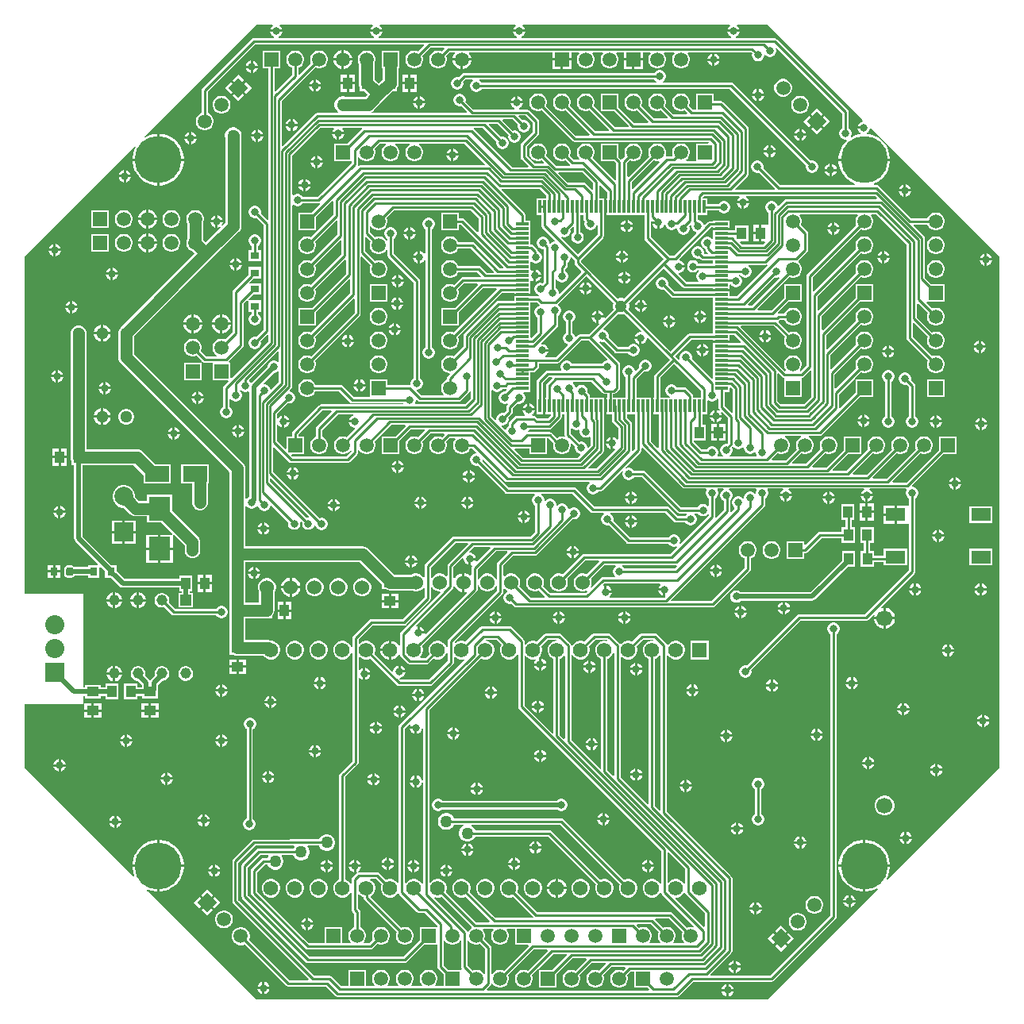
<source format=gtl>
G04*
G04 #@! TF.GenerationSoftware,Altium Limited,Altium Designer,22.10.1 (41)*
G04*
G04 Layer_Physical_Order=1*
G04 Layer_Color=255*
%FSLAX44Y44*%
%MOMM*%
G71*
G04*
G04 #@! TF.SameCoordinates,86A63571-8FB3-4636-807C-F47AD7162A4A*
G04*
G04*
G04 #@! TF.FilePolarity,Positive*
G04*
G01*
G75*
%ADD12C,0.2540*%
%ADD15R,1.0000X1.3000*%
%ADD16R,2.5000X1.7000*%
%ADD17R,2.3000X2.5000*%
%ADD18R,0.3556X1.3462*%
%ADD19R,1.3462X0.3556*%
%ADD20R,0.9500X0.8000*%
%ADD21R,1.3000X1.0000*%
%ADD22R,0.8000X0.9500*%
%ADD23R,0.8000X0.9000*%
G04:AMPARAMS|DCode=24|XSize=0.8mm|YSize=0.9mm|CornerRadius=0.2mm|HoleSize=0mm|Usage=FLASHONLY|Rotation=180.000|XOffset=0mm|YOffset=0mm|HoleType=Round|Shape=RoundedRectangle|*
%AMROUNDEDRECTD24*
21,1,0.8000,0.5000,0,0,180.0*
21,1,0.4000,0.9000,0,0,180.0*
1,1,0.4000,-0.2000,0.2500*
1,1,0.4000,0.2000,0.2500*
1,1,0.4000,0.2000,-0.2500*
1,1,0.4000,-0.2000,-0.2500*
%
%ADD24ROUNDEDRECTD24*%
%ADD25R,2.1000X1.4000*%
%ADD54C,1.2700*%
%ADD55C,0.5080*%
%ADD56C,1.1590*%
%ADD57R,1.1590X1.1590*%
%ADD58C,1.2700*%
%ADD59C,1.5000*%
%ADD60R,1.5000X1.5000*%
%ADD61R,1.5000X1.5000*%
%ADD62C,1.2800*%
%ADD63C,2.0400*%
%ADD64R,2.0400X2.0400*%
%ADD65C,2.0000*%
%ADD66R,2.0000X2.0000*%
%ADD67C,1.7000*%
%ADD68C,1.5240*%
%ADD69R,1.5600X1.5600*%
%ADD70C,1.5600*%
%ADD71P,2.1213X4X270.0*%
%ADD72P,2.1213X4X180.0*%
%ADD73C,0.8000*%
%ADD74C,5.0000*%
G36*
X1647190Y1855310D02*
X1646664Y1854040D01*
X1646639D01*
X1644976Y1853594D01*
X1643484Y1852733D01*
X1642267Y1851516D01*
X1641406Y1850024D01*
X1641070Y1848770D01*
X1647500D01*
Y1846230D01*
X1641070D01*
X1641406Y1844976D01*
X1642267Y1843484D01*
X1643484Y1842267D01*
X1644156Y1841879D01*
X1643910Y1840554D01*
X1641811Y1840222D01*
X1637688Y1838882D01*
X1634796Y1837409D01*
X1633884Y1838369D01*
X1634234Y1838976D01*
X1634680Y1840639D01*
Y1842361D01*
X1634234Y1844024D01*
X1633373Y1845516D01*
X1632156Y1846733D01*
X1631474Y1847127D01*
Y1864360D01*
X1631220Y1865636D01*
X1630498Y1866718D01*
X1554857Y1942357D01*
X1553776Y1943080D01*
X1552500Y1943334D01*
X1511371D01*
X1511204Y1944604D01*
X1511284Y1944626D01*
X1512776Y1945487D01*
X1513993Y1946704D01*
X1514854Y1948196D01*
X1515190Y1949450D01*
X1502330D01*
X1502666Y1948196D01*
X1503527Y1946704D01*
X1504744Y1945487D01*
X1506236Y1944626D01*
X1506316Y1944604D01*
X1506149Y1943334D01*
X1282771D01*
X1282604Y1944604D01*
X1282684Y1944626D01*
X1284176Y1945487D01*
X1285393Y1946704D01*
X1286254Y1948196D01*
X1286590Y1949450D01*
X1273730D01*
X1274066Y1948196D01*
X1274927Y1946704D01*
X1276144Y1945487D01*
X1277636Y1944626D01*
X1277716Y1944604D01*
X1277549Y1943334D01*
X1130371D01*
X1130204Y1944604D01*
X1130284Y1944626D01*
X1131776Y1945487D01*
X1132993Y1946704D01*
X1133854Y1948196D01*
X1134190Y1949450D01*
X1121330D01*
X1121666Y1948196D01*
X1122527Y1946704D01*
X1123744Y1945487D01*
X1125236Y1944626D01*
X1125316Y1944604D01*
X1125149Y1943334D01*
X1023691D01*
X1023524Y1944604D01*
X1023604Y1944626D01*
X1025096Y1945487D01*
X1026313Y1946704D01*
X1027174Y1948196D01*
X1027510Y1949450D01*
X1014650D01*
X1014986Y1948196D01*
X1015847Y1946704D01*
X1017064Y1945487D01*
X1018556Y1944626D01*
X1018636Y1944604D01*
X1018469Y1943334D01*
X997500D01*
X996224Y1943080D01*
X995142Y1942357D01*
X942523Y1889738D01*
X941800Y1888656D01*
X941546Y1887380D01*
Y1863142D01*
X941213Y1863053D01*
X939047Y1861802D01*
X937278Y1860033D01*
X936027Y1857867D01*
X935380Y1855451D01*
Y1852949D01*
X936027Y1850533D01*
X937278Y1848367D01*
X939047Y1846598D01*
X941213Y1845347D01*
X943629Y1844700D01*
X946131D01*
X948547Y1845347D01*
X950713Y1846598D01*
X952482Y1848367D01*
X953733Y1850533D01*
X954380Y1852949D01*
Y1855451D01*
X953733Y1857867D01*
X952482Y1860033D01*
X950713Y1861802D01*
X948547Y1863053D01*
X948214Y1863142D01*
Y1885999D01*
X998881Y1936666D01*
X1178452D01*
X1178938Y1935493D01*
X1172365Y1928920D01*
X1172067Y1929093D01*
X1169651Y1929740D01*
X1167149D01*
X1164733Y1929093D01*
X1162567Y1927842D01*
X1160798Y1926073D01*
X1159547Y1923907D01*
X1158900Y1921491D01*
Y1918989D01*
X1159547Y1916573D01*
X1160798Y1914407D01*
X1162567Y1912638D01*
X1164733Y1911387D01*
X1167149Y1910740D01*
X1169651D01*
X1172067Y1911387D01*
X1174233Y1912638D01*
X1176002Y1914407D01*
X1177253Y1916573D01*
X1177900Y1918989D01*
Y1921491D01*
X1177253Y1923907D01*
X1177080Y1924205D01*
X1185731Y1932856D01*
X1200042D01*
X1200527Y1931683D01*
X1197765Y1928920D01*
X1197467Y1929093D01*
X1195051Y1929740D01*
X1192549D01*
X1190133Y1929093D01*
X1187967Y1927842D01*
X1186198Y1926073D01*
X1184947Y1923907D01*
X1184300Y1921491D01*
Y1918989D01*
X1184947Y1916573D01*
X1186198Y1914407D01*
X1187967Y1912638D01*
X1190133Y1911387D01*
X1192549Y1910740D01*
X1195051D01*
X1197467Y1911387D01*
X1199633Y1912638D01*
X1201402Y1914407D01*
X1202653Y1916573D01*
X1203300Y1918989D01*
Y1921491D01*
X1202653Y1923907D01*
X1202480Y1924205D01*
X1206491Y1928216D01*
X1211318D01*
X1211804Y1927043D01*
X1211166Y1926405D01*
X1209844Y1924115D01*
X1209160Y1921562D01*
Y1921510D01*
X1219200D01*
X1229240D01*
Y1921562D01*
X1228556Y1924115D01*
X1227234Y1926405D01*
X1226596Y1927043D01*
X1227082Y1928216D01*
X1315840D01*
Y1921510D01*
X1325880D01*
X1335920D01*
Y1928216D01*
X1344025D01*
X1344551Y1926946D01*
X1343678Y1926073D01*
X1342427Y1923907D01*
X1341780Y1921491D01*
Y1918989D01*
X1342427Y1916573D01*
X1343678Y1914407D01*
X1345447Y1912638D01*
X1347613Y1911387D01*
X1350029Y1910740D01*
X1352531D01*
X1354947Y1911387D01*
X1357113Y1912638D01*
X1358882Y1914407D01*
X1360133Y1916573D01*
X1360780Y1918989D01*
Y1921491D01*
X1360133Y1923907D01*
X1358882Y1926073D01*
X1358009Y1926946D01*
X1358535Y1928216D01*
X1369425D01*
X1369951Y1926946D01*
X1369078Y1926073D01*
X1367827Y1923907D01*
X1367180Y1921491D01*
Y1918989D01*
X1367827Y1916573D01*
X1369078Y1914407D01*
X1370847Y1912638D01*
X1373013Y1911387D01*
X1375429Y1910740D01*
X1377931D01*
X1380347Y1911387D01*
X1382513Y1912638D01*
X1384282Y1914407D01*
X1385533Y1916573D01*
X1386180Y1918989D01*
Y1921491D01*
X1385533Y1923907D01*
X1384282Y1926073D01*
X1383409Y1926946D01*
X1383935Y1928216D01*
X1392040D01*
Y1921510D01*
X1402080D01*
X1412120D01*
Y1928216D01*
X1420225D01*
X1420751Y1926946D01*
X1419878Y1926073D01*
X1418627Y1923907D01*
X1417980Y1921491D01*
Y1918989D01*
X1418627Y1916573D01*
X1419878Y1914407D01*
X1421647Y1912638D01*
X1423813Y1911387D01*
X1426229Y1910740D01*
X1428731D01*
X1431147Y1911387D01*
X1433313Y1912638D01*
X1435082Y1914407D01*
X1436333Y1916573D01*
X1436980Y1918989D01*
Y1921491D01*
X1436333Y1923907D01*
X1435082Y1926073D01*
X1434209Y1926946D01*
X1434735Y1928216D01*
X1445625D01*
X1446151Y1926946D01*
X1445278Y1926073D01*
X1444027Y1923907D01*
X1443380Y1921491D01*
Y1918989D01*
X1444027Y1916573D01*
X1445278Y1914407D01*
X1447047Y1912638D01*
X1449213Y1911387D01*
X1451629Y1910740D01*
X1454131D01*
X1456547Y1911387D01*
X1458713Y1912638D01*
X1460482Y1914407D01*
X1461733Y1916573D01*
X1462380Y1918989D01*
Y1921491D01*
X1461733Y1923907D01*
X1460482Y1926073D01*
X1459609Y1926946D01*
X1460135Y1928216D01*
X1527328D01*
X1528718Y1926825D01*
X1528460Y1925861D01*
Y1924139D01*
X1528906Y1922476D01*
X1529767Y1920984D01*
X1530984Y1919767D01*
X1532476Y1918906D01*
X1534139Y1918460D01*
X1535861D01*
X1537524Y1918906D01*
X1539016Y1919767D01*
X1540233Y1920984D01*
X1541094Y1922476D01*
X1541540Y1924139D01*
Y1924759D01*
X1542225Y1925111D01*
X1542810Y1925201D01*
X1543889Y1924122D01*
X1545380Y1923261D01*
X1547044Y1922815D01*
X1548766D01*
X1550429Y1923261D01*
X1551920Y1924122D01*
X1553138Y1925340D01*
X1553999Y1926831D01*
X1554445Y1928494D01*
Y1930216D01*
X1553999Y1931880D01*
X1553848Y1932141D01*
X1554865Y1932920D01*
X1624806Y1862979D01*
Y1847127D01*
X1624124Y1846733D01*
X1622907Y1845516D01*
X1622046Y1844024D01*
X1621600Y1842361D01*
Y1840639D01*
X1622046Y1838976D01*
X1622907Y1837484D01*
X1624124Y1836267D01*
X1625616Y1835406D01*
X1627279Y1834960D01*
X1629001D01*
X1629159Y1835002D01*
X1629816Y1833864D01*
X1627254Y1831301D01*
X1624706Y1827794D01*
X1622737Y1823931D01*
X1621398Y1819809D01*
X1620720Y1815527D01*
Y1814630D01*
X1675800D01*
Y1815527D01*
X1675122Y1819809D01*
X1673782Y1823931D01*
X1671814Y1827794D01*
X1669266Y1831301D01*
X1666201Y1834366D01*
X1662694Y1836914D01*
X1658831Y1838882D01*
X1654709Y1840222D01*
X1651417Y1840743D01*
X1651171Y1842068D01*
X1651516Y1842267D01*
X1652733Y1843484D01*
X1653594Y1844976D01*
X1654040Y1846639D01*
Y1846664D01*
X1655310Y1847190D01*
X1792500Y1710000D01*
Y1165000D01*
X1673046Y1045546D01*
X1672006Y1046302D01*
X1673782Y1049788D01*
X1675122Y1053911D01*
X1675800Y1058193D01*
Y1059090D01*
X1649530D01*
Y1032820D01*
X1650427D01*
X1654709Y1033498D01*
X1658831Y1034838D01*
X1662318Y1036614D01*
X1663074Y1035574D01*
X1545000Y917500D01*
X1000000Y917500D01*
X883463Y1034037D01*
X884219Y1035077D01*
X884688Y1034838D01*
X888811Y1033498D01*
X893093Y1032820D01*
X893990D01*
Y1059090D01*
X867720D01*
Y1058193D01*
X868398Y1053911D01*
X869738Y1049788D01*
X869977Y1049319D01*
X868937Y1048563D01*
X752500Y1165000D01*
Y1232500D01*
X815000D01*
Y1241231D01*
X817000D01*
Y1238860D01*
X834000D01*
Y1241311D01*
X838980D01*
Y1237520D01*
X852980D01*
Y1254520D01*
X838980D01*
Y1250569D01*
X834000D01*
Y1252860D01*
X817000D01*
Y1250489D01*
X815000D01*
Y1350000D01*
X752500D01*
Y1710000D01*
X870266Y1827766D01*
X871307Y1827010D01*
X869738Y1823931D01*
X868398Y1819809D01*
X867720Y1815527D01*
Y1814630D01*
X893990D01*
Y1840900D01*
X893093D01*
X888811Y1840222D01*
X884688Y1838882D01*
X881609Y1837313D01*
X880854Y1838354D01*
X1000000Y1957500D01*
X1017203D01*
X1017544Y1956230D01*
X1017064Y1955953D01*
X1015847Y1954736D01*
X1014986Y1953244D01*
X1014650Y1951990D01*
X1027510D01*
X1027174Y1953244D01*
X1026313Y1954736D01*
X1025096Y1955953D01*
X1024616Y1956230D01*
X1024957Y1957500D01*
X1123883D01*
X1124224Y1956230D01*
X1123744Y1955953D01*
X1122527Y1954736D01*
X1121666Y1953244D01*
X1121330Y1951990D01*
X1134190D01*
X1133854Y1953244D01*
X1132993Y1954736D01*
X1131776Y1955953D01*
X1131296Y1956230D01*
X1131637Y1957500D01*
X1276283D01*
X1276624Y1956230D01*
X1276144Y1955953D01*
X1274927Y1954736D01*
X1274066Y1953244D01*
X1273730Y1951990D01*
X1286590D01*
X1286254Y1953244D01*
X1285393Y1954736D01*
X1284176Y1955953D01*
X1283696Y1956230D01*
X1284037Y1957500D01*
X1504883D01*
X1505224Y1956230D01*
X1504744Y1955953D01*
X1503527Y1954736D01*
X1502666Y1953244D01*
X1502330Y1951990D01*
X1515190D01*
X1514854Y1953244D01*
X1513993Y1954736D01*
X1512776Y1955953D01*
X1512296Y1956230D01*
X1512637Y1957500D01*
X1545000D01*
X1647190Y1855310D01*
D02*
G37*
%LPC*%
G36*
X1093522Y1930280D02*
X1093470D01*
Y1921510D01*
X1102240D01*
Y1921562D01*
X1101556Y1924115D01*
X1100234Y1926405D01*
X1098365Y1928274D01*
X1096075Y1929596D01*
X1093522Y1930280D01*
D02*
G37*
G36*
X1090930D02*
X1090878D01*
X1088325Y1929596D01*
X1086035Y1928274D01*
X1084166Y1926405D01*
X1082844Y1924115D01*
X1082160Y1921562D01*
Y1921510D01*
X1090930D01*
Y1930280D01*
D02*
G37*
G36*
X1488770Y1926430D02*
Y1921270D01*
X1493930D01*
X1493594Y1922524D01*
X1492733Y1924016D01*
X1491516Y1925233D01*
X1490024Y1926094D01*
X1488770Y1926430D01*
D02*
G37*
G36*
X1486230D02*
X1484976Y1926094D01*
X1483484Y1925233D01*
X1482267Y1924016D01*
X1481406Y1922524D01*
X1481070Y1921270D01*
X1486230D01*
Y1926430D01*
D02*
G37*
G36*
X996270Y1918930D02*
Y1913770D01*
X1001430D01*
X1001094Y1915024D01*
X1000233Y1916516D01*
X999016Y1917733D01*
X997524Y1918594D01*
X996270Y1918930D01*
D02*
G37*
G36*
X993730D02*
X992476Y1918594D01*
X990984Y1917733D01*
X989767Y1916516D01*
X988906Y1915024D01*
X988570Y1913770D01*
X993730D01*
Y1918930D01*
D02*
G37*
G36*
X1493930Y1918730D02*
X1488770D01*
Y1913570D01*
X1490024Y1913906D01*
X1491516Y1914767D01*
X1492733Y1915984D01*
X1493594Y1917476D01*
X1493930Y1918730D01*
D02*
G37*
G36*
X1486230D02*
X1481070D01*
X1481406Y1917476D01*
X1482267Y1915984D01*
X1483484Y1914767D01*
X1484976Y1913906D01*
X1486230Y1913570D01*
Y1918730D01*
D02*
G37*
G36*
X1412120Y1918970D02*
X1403350D01*
Y1910200D01*
X1412120D01*
Y1918970D01*
D02*
G37*
G36*
X1400810D02*
X1392040D01*
Y1910200D01*
X1400810D01*
Y1918970D01*
D02*
G37*
G36*
X1335920D02*
X1327150D01*
Y1910200D01*
X1335920D01*
Y1918970D01*
D02*
G37*
G36*
X1324610D02*
X1315840D01*
Y1910200D01*
X1324610D01*
Y1918970D01*
D02*
G37*
G36*
X1229240D02*
X1220470D01*
Y1910200D01*
X1220522D01*
X1223075Y1910884D01*
X1225365Y1912206D01*
X1227234Y1914075D01*
X1228556Y1916365D01*
X1229240Y1918918D01*
Y1918970D01*
D02*
G37*
G36*
X1217930D02*
X1209160D01*
Y1918918D01*
X1209844Y1916365D01*
X1211166Y1914075D01*
X1213035Y1912206D01*
X1215325Y1910884D01*
X1217878Y1910200D01*
X1217930D01*
Y1918970D01*
D02*
G37*
G36*
X1102240D02*
X1093470D01*
Y1910200D01*
X1093522D01*
X1096075Y1910884D01*
X1098365Y1912206D01*
X1100234Y1914075D01*
X1101556Y1916365D01*
X1102240Y1918918D01*
Y1918970D01*
D02*
G37*
G36*
X1090930D02*
X1082160D01*
Y1918918D01*
X1082844Y1916365D01*
X1084166Y1914075D01*
X1086035Y1912206D01*
X1088325Y1910884D01*
X1090878Y1910200D01*
X1090930D01*
Y1918970D01*
D02*
G37*
G36*
X1001430Y1911230D02*
X996270D01*
Y1906070D01*
X997524Y1906406D01*
X999016Y1907267D01*
X1000233Y1908484D01*
X1001094Y1909976D01*
X1001430Y1911230D01*
D02*
G37*
G36*
X993730D02*
X988570D01*
X988906Y1909976D01*
X989767Y1908484D01*
X990984Y1907267D01*
X992476Y1906406D01*
X993730Y1906070D01*
Y1911230D01*
D02*
G37*
G36*
X1430881Y1909000D02*
X1429159D01*
X1427496Y1908554D01*
X1426004Y1907693D01*
X1424787Y1906476D01*
X1424393Y1905794D01*
X1221740D01*
X1220464Y1905540D01*
X1219382Y1904818D01*
X1215741Y1901176D01*
X1214981Y1901380D01*
X1213259D01*
X1211596Y1900934D01*
X1210104Y1900073D01*
X1208887Y1898856D01*
X1208026Y1897364D01*
X1207580Y1895701D01*
Y1893979D01*
X1208026Y1892316D01*
X1208887Y1890824D01*
X1210104Y1889607D01*
X1211596Y1888746D01*
X1213259Y1888300D01*
X1214981D01*
X1216644Y1888746D01*
X1218136Y1889607D01*
X1219353Y1890824D01*
X1220214Y1892316D01*
X1220660Y1893979D01*
Y1895701D01*
X1220456Y1896461D01*
X1223121Y1899126D01*
X1230643D01*
X1230983Y1897856D01*
X1230424Y1897533D01*
X1229207Y1896316D01*
X1228346Y1894824D01*
X1227900Y1893161D01*
Y1891439D01*
X1228346Y1889776D01*
X1229207Y1888284D01*
X1230424Y1887067D01*
X1231916Y1886206D01*
X1233579Y1885760D01*
X1235301D01*
X1236964Y1886206D01*
X1238456Y1887067D01*
X1239673Y1888284D01*
X1240067Y1888966D01*
X1504839D01*
X1586244Y1807561D01*
X1586040Y1806801D01*
Y1805079D01*
X1586486Y1803416D01*
X1587347Y1801924D01*
X1588564Y1800707D01*
X1590056Y1799846D01*
X1591719Y1799400D01*
X1593441D01*
X1595104Y1799846D01*
X1596596Y1800707D01*
X1597813Y1801924D01*
X1598674Y1803416D01*
X1599120Y1805079D01*
Y1806801D01*
X1598674Y1808464D01*
X1597813Y1809956D01*
X1596596Y1811173D01*
X1595104Y1812034D01*
X1593441Y1812480D01*
X1591719D01*
X1590959Y1812276D01*
X1508578Y1894657D01*
X1507496Y1895380D01*
X1506220Y1895634D01*
X1433817D01*
X1433477Y1896904D01*
X1434036Y1897227D01*
X1435253Y1898444D01*
X1436114Y1899936D01*
X1436560Y1901599D01*
Y1903321D01*
X1436114Y1904984D01*
X1435253Y1906476D01*
X1434036Y1907693D01*
X1432544Y1908554D01*
X1430881Y1909000D01*
D02*
G37*
G36*
X1170700Y1903880D02*
X1164430D01*
Y1896110D01*
X1170700D01*
Y1903880D01*
D02*
G37*
G36*
X1104980D02*
X1098710D01*
Y1896110D01*
X1104980D01*
Y1903880D01*
D02*
G37*
G36*
X1161890D02*
X1155620D01*
Y1896110D01*
X1161890D01*
Y1903880D01*
D02*
G37*
G36*
X1096170D02*
X1089900D01*
Y1896110D01*
X1096170D01*
Y1903880D01*
D02*
G37*
G36*
X1152500Y1929740D02*
X1133500D01*
Y1910740D01*
X1134578D01*
Y1899368D01*
X1130300Y1895090D01*
X1125942Y1899449D01*
Y1915689D01*
X1126453Y1916573D01*
X1127100Y1918989D01*
Y1921491D01*
X1126453Y1923907D01*
X1125202Y1926073D01*
X1123433Y1927842D01*
X1121267Y1929093D01*
X1118851Y1929740D01*
X1116349D01*
X1113933Y1929093D01*
X1111767Y1927842D01*
X1109998Y1926073D01*
X1108747Y1923907D01*
X1108100Y1921491D01*
Y1918989D01*
X1108747Y1916573D01*
X1109098Y1915966D01*
Y1895448D01*
X1109018Y1894840D01*
X1109305Y1892660D01*
X1110146Y1890629D01*
X1110440Y1890246D01*
Y1886340D01*
X1115229D01*
X1118389Y1883180D01*
X1115611Y1880402D01*
X1095117D01*
X1093370Y1880870D01*
X1091030D01*
X1088769Y1880264D01*
X1086741Y1879094D01*
X1085086Y1877439D01*
X1083916Y1875411D01*
X1083310Y1873150D01*
Y1870810D01*
X1083916Y1868549D01*
X1085086Y1866521D01*
X1086741Y1864866D01*
X1087331Y1864526D01*
X1086990Y1863256D01*
X1064902D01*
X1063626Y1863002D01*
X1062544Y1862280D01*
X1028127Y1827862D01*
X1026954Y1828349D01*
Y1875679D01*
X1062835Y1911560D01*
X1063133Y1911387D01*
X1065549Y1910740D01*
X1068051D01*
X1070467Y1911387D01*
X1072633Y1912638D01*
X1074402Y1914407D01*
X1075653Y1916573D01*
X1076300Y1918989D01*
Y1921491D01*
X1075653Y1923907D01*
X1074402Y1926073D01*
X1072633Y1927842D01*
X1070467Y1929093D01*
X1068051Y1929740D01*
X1065549D01*
X1063133Y1929093D01*
X1060967Y1927842D01*
X1059198Y1926073D01*
X1057947Y1923907D01*
X1057300Y1921491D01*
Y1918989D01*
X1057947Y1916573D01*
X1058120Y1916275D01*
X1045907Y1904062D01*
X1044734Y1904548D01*
Y1911298D01*
X1045067Y1911387D01*
X1047233Y1912638D01*
X1049002Y1914407D01*
X1050253Y1916573D01*
X1050900Y1918989D01*
Y1921491D01*
X1050253Y1923907D01*
X1049002Y1926073D01*
X1047233Y1927842D01*
X1045067Y1929093D01*
X1042651Y1929740D01*
X1040149D01*
X1037733Y1929093D01*
X1035567Y1927842D01*
X1033798Y1926073D01*
X1032547Y1923907D01*
X1031900Y1921491D01*
Y1918989D01*
X1032547Y1916573D01*
X1033798Y1914407D01*
X1035567Y1912638D01*
X1037733Y1911387D01*
X1038066Y1911298D01*
Y1903841D01*
X1020507Y1886283D01*
X1019334Y1886768D01*
Y1910740D01*
X1025500D01*
Y1929740D01*
X1006500D01*
Y1910740D01*
X1012666D01*
Y1749608D01*
X1011493Y1749122D01*
X1004556Y1756059D01*
X1004760Y1756819D01*
Y1758541D01*
X1004314Y1760204D01*
X1003453Y1761696D01*
X1002236Y1762913D01*
X1000744Y1763774D01*
X999081Y1764220D01*
X997359D01*
X995696Y1763774D01*
X994204Y1762913D01*
X992987Y1761696D01*
X992126Y1760204D01*
X991680Y1758541D01*
Y1756819D01*
X992126Y1755156D01*
X992987Y1753664D01*
X994204Y1752447D01*
X995696Y1751586D01*
X997359Y1751140D01*
X999081D01*
X999841Y1751344D01*
X1007586Y1743599D01*
Y1632061D01*
X999841Y1624316D01*
X999081Y1624520D01*
X997359D01*
X995696Y1624074D01*
X994204Y1623213D01*
X992987Y1621996D01*
X992126Y1620504D01*
X991680Y1618841D01*
Y1617119D01*
X992126Y1615456D01*
X992987Y1613964D01*
X994204Y1612747D01*
X995696Y1611886D01*
X997359Y1611440D01*
X999081D01*
X1000744Y1611886D01*
X1002236Y1612747D01*
X1003453Y1613964D01*
X1004314Y1615456D01*
X1004760Y1617119D01*
Y1618841D01*
X1004556Y1619601D01*
X1011493Y1626538D01*
X1012666Y1626051D01*
Y1619361D01*
X973333Y1580028D01*
X972160Y1580514D01*
Y1597000D01*
X971051D01*
X970525Y1598270D01*
X985338Y1613082D01*
X986060Y1614164D01*
X986314Y1615440D01*
Y1659369D01*
X990213Y1663268D01*
X991472Y1662731D01*
X991472Y1662181D01*
Y1651240D01*
X994886D01*
Y1649007D01*
X994204Y1648613D01*
X992987Y1647396D01*
X992126Y1645904D01*
X991680Y1644241D01*
Y1642519D01*
X992126Y1640856D01*
X992987Y1639364D01*
X994204Y1638147D01*
X995696Y1637286D01*
X997359Y1636840D01*
X999081D01*
X1000744Y1637286D01*
X1002236Y1638147D01*
X1003453Y1639364D01*
X1004314Y1640856D01*
X1004760Y1642519D01*
Y1644241D01*
X1004314Y1645904D01*
X1003453Y1647396D01*
X1002236Y1648613D01*
X1001554Y1649007D01*
Y1651240D01*
X1004972D01*
Y1663240D01*
X992615D01*
X991981Y1663240D01*
X991443Y1664498D01*
X996185Y1669240D01*
X1004970D01*
Y1681240D01*
X993171D01*
X992645Y1682510D01*
X996935Y1686800D01*
X1004970D01*
Y1698800D01*
X991470D01*
Y1690765D01*
X975543Y1674837D01*
X974820Y1673756D01*
X974566Y1672480D01*
Y1629521D01*
X966625Y1621580D01*
X966327Y1621753D01*
X963911Y1622400D01*
X961409D01*
X958993Y1621753D01*
X956827Y1620502D01*
X955058Y1618733D01*
X953807Y1616567D01*
X953160Y1614151D01*
Y1611649D01*
X953807Y1609233D01*
X955058Y1607067D01*
X956827Y1605298D01*
X957683Y1604804D01*
X957342Y1603534D01*
X946261D01*
X940860Y1608935D01*
X941033Y1609233D01*
X941680Y1611649D01*
Y1614151D01*
X941033Y1616567D01*
X939782Y1618733D01*
X938013Y1620502D01*
X935847Y1621753D01*
X933431Y1622400D01*
X930929D01*
X928513Y1621753D01*
X926347Y1620502D01*
X924578Y1618733D01*
X923327Y1616567D01*
X922680Y1614151D01*
Y1611649D01*
X923327Y1609233D01*
X924578Y1607067D01*
X926347Y1605298D01*
X928513Y1604047D01*
X930929Y1603400D01*
X933431D01*
X935847Y1604047D01*
X936145Y1604220D01*
X941907Y1598458D01*
X941915Y1598094D01*
X941738Y1597213D01*
X941653Y1597159D01*
X940770Y1597000D01*
X940443Y1597000D01*
X922680D01*
Y1578000D01*
X941680D01*
Y1595735D01*
X941680Y1595938D01*
X941687Y1596300D01*
X941863Y1597122D01*
X941935Y1597200D01*
X942166Y1597389D01*
X942243Y1597427D01*
X943156Y1597419D01*
X943604Y1597120D01*
X944880Y1596866D01*
X953160D01*
Y1578000D01*
X969646D01*
X970132Y1576827D01*
X965383Y1572077D01*
X964660Y1570996D01*
X964406Y1569720D01*
Y1549947D01*
X963724Y1549553D01*
X962507Y1548336D01*
X961646Y1546844D01*
X961200Y1545181D01*
Y1543459D01*
X961646Y1541796D01*
X962507Y1540304D01*
X963724Y1539087D01*
X965216Y1538226D01*
X966879Y1537780D01*
X968601D01*
X970264Y1538226D01*
X971756Y1539087D01*
X972973Y1540304D01*
X973834Y1541796D01*
X974280Y1543459D01*
Y1545181D01*
X973834Y1546844D01*
X972973Y1548336D01*
X971756Y1549553D01*
X971074Y1549947D01*
Y1558303D01*
X972344Y1558643D01*
X972667Y1558084D01*
X973884Y1556867D01*
X975376Y1556006D01*
X977039Y1555560D01*
X978761D01*
X980424Y1556006D01*
X981916Y1556867D01*
X983133Y1558084D01*
X983994Y1559576D01*
X984440Y1561239D01*
Y1562961D01*
X983994Y1564624D01*
X983133Y1566116D01*
X981916Y1567333D01*
X981920Y1567367D01*
X983261Y1567810D01*
X984044Y1567027D01*
X985536Y1566166D01*
X987199Y1565720D01*
X988921D01*
X990584Y1566166D01*
X991241Y1566545D01*
X992511Y1565812D01*
Y1453604D01*
X992476Y1453594D01*
X990984Y1452733D01*
X989767Y1451516D01*
X989692Y1451386D01*
X988422Y1451727D01*
Y1483800D01*
X988135Y1485980D01*
X987294Y1488011D01*
X985955Y1489755D01*
X869482Y1606228D01*
Y1624651D01*
X952105Y1707275D01*
X952105Y1707275D01*
X981315Y1736485D01*
X982654Y1738229D01*
X983495Y1740260D01*
X983782Y1742440D01*
Y1836043D01*
X984250Y1837790D01*
Y1840130D01*
X983644Y1842391D01*
X982474Y1844419D01*
X980819Y1846074D01*
X978791Y1847244D01*
X976530Y1847850D01*
X974190D01*
X971929Y1847244D01*
X969901Y1846074D01*
X968246Y1844419D01*
X967076Y1842391D01*
X966470Y1840130D01*
Y1837790D01*
X966938Y1836043D01*
Y1745928D01*
X963960Y1742951D01*
X962944Y1743730D01*
X963674Y1744996D01*
X964010Y1746250D01*
X958850D01*
Y1741090D01*
X960104Y1741426D01*
X961369Y1742156D01*
X962149Y1741140D01*
X946150Y1725141D01*
X943795Y1727495D01*
X943573Y1728327D01*
X943142Y1729073D01*
Y1745647D01*
X943573Y1746393D01*
X944220Y1748809D01*
Y1751311D01*
X943573Y1753727D01*
X942322Y1755893D01*
X940553Y1757662D01*
X938387Y1758913D01*
X935971Y1759560D01*
X933469D01*
X931053Y1758913D01*
X928887Y1757662D01*
X927118Y1755893D01*
X925867Y1753727D01*
X925220Y1751311D01*
Y1748809D01*
X925867Y1746393D01*
X926298Y1745647D01*
Y1729073D01*
X925867Y1728327D01*
X925220Y1725911D01*
Y1723409D01*
X925867Y1720993D01*
X927118Y1718827D01*
X928887Y1717058D01*
X931053Y1715807D01*
X931885Y1715585D01*
X934239Y1713230D01*
X855124Y1634114D01*
X855116Y1634104D01*
X855105Y1634095D01*
X855002Y1633961D01*
X854338Y1633298D01*
X853869Y1632485D01*
X853766Y1632351D01*
X853702Y1632195D01*
X853232Y1631382D01*
X852990Y1630476D01*
X852925Y1630320D01*
X852903Y1630152D01*
X852660Y1629246D01*
Y1628308D01*
X852638Y1628140D01*
Y1602740D01*
X852925Y1600560D01*
X853766Y1598529D01*
X855105Y1596785D01*
X971578Y1480311D01*
Y1392500D01*
Y1332500D01*
Y1299500D01*
X971500D01*
Y1285500D01*
X975406D01*
X975789Y1285206D01*
X977820Y1284365D01*
X980000Y1284078D01*
X1007863D01*
X1009463Y1282478D01*
X1011697Y1281188D01*
X1014190Y1280520D01*
X1016770D01*
X1019262Y1281188D01*
X1021497Y1282478D01*
X1023322Y1284303D01*
X1024612Y1286537D01*
X1025280Y1289030D01*
Y1291610D01*
X1024612Y1294103D01*
X1023322Y1296337D01*
X1021497Y1298162D01*
X1019262Y1299452D01*
X1016770Y1300120D01*
X1015938D01*
X1014695Y1300635D01*
X1012515Y1300922D01*
X988422D01*
Y1324078D01*
X1003000D01*
Y1324000D01*
X1017000D01*
Y1326995D01*
X1018108Y1328439D01*
X1018949Y1330470D01*
X1019236Y1332650D01*
Y1352006D01*
X1020264Y1353787D01*
X1020920Y1356234D01*
Y1358766D01*
X1020264Y1361213D01*
X1018998Y1363407D01*
X1017207Y1365198D01*
X1015013Y1366465D01*
X1012567Y1367120D01*
X1010033D01*
X1007587Y1366465D01*
X1005393Y1365198D01*
X1003602Y1363407D01*
X1002336Y1361213D01*
X1001680Y1358766D01*
Y1356234D01*
X1002336Y1353787D01*
X1002392Y1353689D01*
Y1340922D01*
X988422D01*
Y1384078D01*
X1110211D01*
X1134000Y1360289D01*
Y1355500D01*
X1137906D01*
X1138289Y1355206D01*
X1140320Y1354365D01*
X1142500Y1354078D01*
X1142500Y1354078D01*
X1165447D01*
X1166387Y1353536D01*
X1168834Y1352880D01*
X1171367D01*
X1173813Y1353536D01*
X1176007Y1354802D01*
X1177798Y1356593D01*
X1177896Y1356763D01*
X1179166Y1356423D01*
Y1346381D01*
X1156119Y1323334D01*
X1122500D01*
X1121224Y1323080D01*
X1120143Y1322358D01*
X1103112Y1305327D01*
X1102390Y1304246D01*
X1102136Y1302970D01*
Y1294069D01*
X1100866Y1293902D01*
X1100812Y1294103D01*
X1099522Y1296337D01*
X1097697Y1298162D01*
X1095462Y1299452D01*
X1092970Y1300120D01*
X1090390D01*
X1087897Y1299452D01*
X1085663Y1298162D01*
X1083838Y1296337D01*
X1082548Y1294103D01*
X1081880Y1291610D01*
Y1289030D01*
X1082548Y1286537D01*
X1083838Y1284303D01*
X1085663Y1282478D01*
X1087897Y1281188D01*
X1090390Y1280520D01*
X1092970D01*
X1095462Y1281188D01*
X1097697Y1282478D01*
X1099522Y1284303D01*
X1100812Y1286537D01*
X1100866Y1286738D01*
X1102136Y1286571D01*
Y1171851D01*
X1089322Y1159037D01*
X1088599Y1157956D01*
X1088346Y1156680D01*
Y1045572D01*
X1087897Y1045452D01*
X1085663Y1044162D01*
X1083838Y1042337D01*
X1082548Y1040103D01*
X1081880Y1037610D01*
Y1035030D01*
X1082548Y1032537D01*
X1083838Y1030303D01*
X1085663Y1028478D01*
X1087897Y1027188D01*
X1090390Y1026520D01*
X1092970D01*
X1095462Y1027188D01*
X1097697Y1028478D01*
X1099522Y1030303D01*
X1100296Y1031644D01*
X1101566Y1031303D01*
Y1013460D01*
X1101820Y1012184D01*
X1102542Y1011103D01*
X1104106Y1009539D01*
Y994462D01*
X1103773Y994373D01*
X1101607Y993122D01*
X1099838Y991353D01*
X1098587Y989187D01*
X1097940Y986771D01*
Y984269D01*
X1098587Y981853D01*
X1099838Y979687D01*
X1100711Y978814D01*
X1100185Y977544D01*
X1091540D01*
Y995020D01*
X1072540D01*
Y977544D01*
X1056137D01*
X1000834Y1032847D01*
Y1053619D01*
X1008881Y1061666D01*
X1011690D01*
X1011716Y1061569D01*
X1012886Y1059541D01*
X1014541Y1057886D01*
X1016569Y1056716D01*
X1018830Y1056110D01*
X1021170D01*
X1023431Y1056716D01*
X1025459Y1057886D01*
X1027114Y1059541D01*
X1028284Y1061569D01*
X1028890Y1063830D01*
Y1066170D01*
X1028284Y1068431D01*
X1027114Y1070459D01*
X1026920Y1070653D01*
X1027406Y1071826D01*
X1039147D01*
X1039216Y1071569D01*
X1040386Y1069541D01*
X1042041Y1067886D01*
X1044069Y1066716D01*
X1046330Y1066110D01*
X1048670D01*
X1050931Y1066716D01*
X1052959Y1067886D01*
X1054614Y1069541D01*
X1055784Y1071569D01*
X1056390Y1073830D01*
Y1076170D01*
X1055784Y1078431D01*
X1054614Y1080459D01*
X1054420Y1080653D01*
X1054906Y1081826D01*
X1066647D01*
X1066716Y1081569D01*
X1067886Y1079541D01*
X1069541Y1077886D01*
X1071569Y1076716D01*
X1073830Y1076110D01*
X1076170D01*
X1078431Y1076716D01*
X1080459Y1077886D01*
X1082114Y1079541D01*
X1083284Y1081569D01*
X1083890Y1083830D01*
Y1086170D01*
X1083284Y1088431D01*
X1082114Y1090459D01*
X1080459Y1092114D01*
X1078431Y1093284D01*
X1076170Y1093890D01*
X1073830D01*
X1071569Y1093284D01*
X1069541Y1092114D01*
X1067886Y1090459D01*
X1066752Y1088494D01*
X1035792D01*
X1034987Y1088334D01*
X997500D01*
X996224Y1088080D01*
X995143Y1087358D01*
X975143Y1067358D01*
X974420Y1066276D01*
X974166Y1065000D01*
Y1022500D01*
X974420Y1021224D01*
X975143Y1020143D01*
X1055778Y939507D01*
X1055292Y938334D01*
X1034881D01*
X992021Y981194D01*
X992194Y981492D01*
X992841Y983908D01*
Y986410D01*
X992194Y988826D01*
X990943Y990992D01*
X989174Y992761D01*
X987008Y994011D01*
X984592Y994659D01*
X982091D01*
X979674Y994011D01*
X977508Y992761D01*
X975739Y990992D01*
X974489Y988826D01*
X973841Y986410D01*
Y983908D01*
X974489Y981492D01*
X975739Y979326D01*
X977508Y977557D01*
X979674Y976306D01*
X982091Y975659D01*
X984592D01*
X987008Y976306D01*
X987306Y976479D01*
X1031143Y932643D01*
X1032224Y931920D01*
X1033500Y931666D01*
X1073619D01*
X1083725Y921561D01*
X1084806Y920838D01*
X1086082Y920584D01*
X1448918D01*
X1450194Y920838D01*
X1451275Y921561D01*
X1466381Y936666D01*
X1549600D01*
X1550876Y936920D01*
X1551958Y937643D01*
X1617798Y1003483D01*
X1618520Y1004564D01*
X1618774Y1005840D01*
Y1307553D01*
X1619456Y1307947D01*
X1620673Y1309164D01*
X1621534Y1310656D01*
X1621980Y1312319D01*
Y1314041D01*
X1621534Y1315704D01*
X1620673Y1317196D01*
X1619456Y1318413D01*
X1617964Y1319274D01*
X1616301Y1319720D01*
X1614579D01*
X1612916Y1319274D01*
X1611424Y1318413D01*
X1610207Y1317196D01*
X1609346Y1315704D01*
X1608900Y1314041D01*
Y1312319D01*
X1609346Y1310656D01*
X1610207Y1309164D01*
X1611424Y1307947D01*
X1612106Y1307553D01*
Y1007221D01*
X1548219Y943334D01*
X1484558D01*
X1484072Y944507D01*
X1506680Y967115D01*
X1507402Y968197D01*
X1507656Y969473D01*
Y1046960D01*
X1507402Y1048236D01*
X1506680Y1049317D01*
X1437914Y1118083D01*
Y1284402D01*
X1439184Y1284743D01*
X1439438Y1284303D01*
X1441263Y1282478D01*
X1443497Y1281188D01*
X1445990Y1280520D01*
X1448570D01*
X1451062Y1281188D01*
X1453297Y1282478D01*
X1455122Y1284303D01*
X1456412Y1286537D01*
X1457080Y1289030D01*
Y1291610D01*
X1456412Y1294103D01*
X1455122Y1296337D01*
X1453297Y1298162D01*
X1451062Y1299452D01*
X1448570Y1300120D01*
X1445990D01*
X1443497Y1299452D01*
X1441263Y1298162D01*
X1439438Y1296337D01*
X1439132Y1295807D01*
X1437793Y1296028D01*
X1437660Y1296696D01*
X1436937Y1297778D01*
X1427358Y1307358D01*
X1426276Y1308080D01*
X1425000Y1308334D01*
X1411160D01*
X1409884Y1308080D01*
X1408802Y1307358D01*
X1400665Y1299220D01*
X1400262Y1299452D01*
X1397770Y1300120D01*
X1395190D01*
X1392697Y1299452D01*
X1390462Y1298162D01*
X1389099Y1296799D01*
X1389035Y1296777D01*
X1387693Y1296909D01*
X1387560Y1296989D01*
X1387227Y1297488D01*
X1377358Y1307358D01*
X1376276Y1308080D01*
X1375000Y1308334D01*
X1360360D01*
X1359084Y1308080D01*
X1358002Y1307358D01*
X1349865Y1299220D01*
X1349462Y1299452D01*
X1346970Y1300120D01*
X1344390D01*
X1341897Y1299452D01*
X1339662Y1298162D01*
X1337838Y1296337D01*
X1337088Y1295039D01*
X1336642Y1295025D01*
X1335774Y1295302D01*
X1335580Y1296276D01*
X1334858Y1297358D01*
X1324978Y1307237D01*
X1323896Y1307960D01*
X1322620Y1308214D01*
X1309394D01*
X1308118Y1307960D01*
X1307037Y1307237D01*
X1299036Y1299236D01*
X1298663Y1299452D01*
X1296170Y1300120D01*
X1293590D01*
X1291097Y1299452D01*
X1288862Y1298162D01*
X1287104Y1296404D01*
X1286672Y1296435D01*
X1285834Y1296660D01*
Y1300000D01*
X1285580Y1301276D01*
X1284858Y1302358D01*
X1272358Y1314858D01*
X1271276Y1315580D01*
X1270000Y1315834D01*
X1240860D01*
X1239584Y1315580D01*
X1238502Y1314858D01*
X1222865Y1299220D01*
X1222462Y1299452D01*
X1219970Y1300120D01*
X1217390D01*
X1214897Y1299452D01*
X1212663Y1298162D01*
X1212489Y1297988D01*
X1211111Y1298407D01*
X1211030Y1298815D01*
X1262358Y1350143D01*
X1263080Y1351224D01*
X1263334Y1352500D01*
Y1355465D01*
X1264604Y1355991D01*
X1265793Y1354802D01*
X1267738Y1353679D01*
X1267772Y1352821D01*
X1267625Y1352334D01*
X1267476Y1352294D01*
X1265984Y1351433D01*
X1264767Y1350216D01*
X1263906Y1348724D01*
X1263460Y1347061D01*
Y1345339D01*
X1263906Y1343676D01*
X1264767Y1342184D01*
X1265984Y1340967D01*
X1267476Y1340106D01*
X1269139Y1339660D01*
X1270861D01*
X1271621Y1339864D01*
X1274724Y1336761D01*
X1275806Y1336038D01*
X1277082Y1335784D01*
X1486438D01*
X1487714Y1336038D01*
X1488796Y1336761D01*
X1526358Y1374323D01*
X1527080Y1375404D01*
X1527334Y1376680D01*
Y1388058D01*
X1527667Y1388147D01*
X1529833Y1389398D01*
X1531602Y1391167D01*
X1532853Y1393333D01*
X1533500Y1395749D01*
Y1398251D01*
X1532853Y1400667D01*
X1531602Y1402833D01*
X1529833Y1404602D01*
X1527667Y1405853D01*
X1525251Y1406500D01*
X1522749D01*
X1520333Y1405853D01*
X1518167Y1404602D01*
X1516398Y1402833D01*
X1515147Y1400667D01*
X1514500Y1398251D01*
Y1395749D01*
X1515147Y1393333D01*
X1516398Y1391167D01*
X1518167Y1389398D01*
X1520333Y1388147D01*
X1520666Y1388058D01*
Y1378061D01*
X1485057Y1342452D01*
X1442807D01*
X1442321Y1343625D01*
X1541598Y1442903D01*
X1542320Y1443984D01*
X1542574Y1445260D01*
Y1452333D01*
X1543256Y1452727D01*
X1544473Y1453944D01*
X1545334Y1455436D01*
X1545780Y1457099D01*
Y1458821D01*
X1545334Y1460484D01*
X1544835Y1461350D01*
X1545562Y1462620D01*
X1561523D01*
X1561830Y1461350D01*
X1560624Y1460653D01*
X1559407Y1459436D01*
X1558546Y1457944D01*
X1558210Y1456690D01*
X1571070D01*
X1570734Y1457944D01*
X1569873Y1459436D01*
X1568656Y1460653D01*
X1567449Y1461350D01*
X1567758Y1462620D01*
X1647883D01*
X1648190Y1461350D01*
X1646984Y1460653D01*
X1645767Y1459436D01*
X1644906Y1457944D01*
X1644570Y1456690D01*
X1657430D01*
X1657094Y1457944D01*
X1656233Y1459436D01*
X1655016Y1460653D01*
X1653810Y1461350D01*
X1654117Y1462620D01*
X1692939D01*
X1693665Y1461350D01*
X1693166Y1460484D01*
X1692720Y1458821D01*
Y1457099D01*
X1693166Y1455436D01*
X1694027Y1453944D01*
X1695244Y1452727D01*
X1695926Y1452333D01*
Y1444483D01*
X1694740Y1444280D01*
X1694656Y1444280D01*
X1682970D01*
Y1434740D01*
Y1425200D01*
X1694656D01*
X1694740Y1425200D01*
X1695926Y1424997D01*
Y1375521D01*
X1648684Y1328279D01*
X1578945D01*
X1577669Y1328026D01*
X1576588Y1327303D01*
X1523081Y1273796D01*
X1522321Y1274000D01*
X1520599D01*
X1518936Y1273554D01*
X1517444Y1272693D01*
X1516227Y1271476D01*
X1515366Y1269984D01*
X1514920Y1268321D01*
Y1266599D01*
X1515366Y1264936D01*
X1516227Y1263444D01*
X1517444Y1262227D01*
X1518936Y1261366D01*
X1520599Y1260920D01*
X1522321D01*
X1523984Y1261366D01*
X1525476Y1262227D01*
X1526693Y1263444D01*
X1527554Y1264936D01*
X1528000Y1266599D01*
Y1268321D01*
X1527796Y1269081D01*
X1580326Y1321611D01*
X1650065D01*
X1651341Y1321865D01*
X1652423Y1322588D01*
X1658325Y1328490D01*
X1659464Y1327832D01*
X1658960Y1325953D01*
Y1325770D01*
X1668730D01*
Y1335540D01*
X1668546D01*
X1666667Y1335036D01*
X1666010Y1336175D01*
X1701617Y1371783D01*
X1702340Y1372864D01*
X1702594Y1374140D01*
Y1452333D01*
X1703276Y1452727D01*
X1704493Y1453944D01*
X1705354Y1455436D01*
X1705800Y1457099D01*
Y1458821D01*
X1705354Y1460484D01*
X1704493Y1461976D01*
X1703276Y1463193D01*
X1701784Y1464054D01*
X1700121Y1464500D01*
X1699611D01*
X1699085Y1465770D01*
X1732575Y1499260D01*
X1746860D01*
Y1518260D01*
X1727860D01*
Y1503975D01*
X1693173Y1469288D01*
X1678862D01*
X1678376Y1470461D01*
X1707995Y1500080D01*
X1708293Y1499907D01*
X1710709Y1499260D01*
X1713211D01*
X1715627Y1499907D01*
X1717793Y1501158D01*
X1719562Y1502927D01*
X1720813Y1505093D01*
X1721460Y1507509D01*
Y1510011D01*
X1720813Y1512427D01*
X1719562Y1514593D01*
X1717793Y1516362D01*
X1715627Y1517613D01*
X1713211Y1518260D01*
X1710709D01*
X1708293Y1517613D01*
X1706127Y1516362D01*
X1704358Y1514593D01*
X1703107Y1512427D01*
X1702460Y1510011D01*
Y1507509D01*
X1703107Y1505093D01*
X1703280Y1504795D01*
X1671971Y1473486D01*
X1657661D01*
X1657174Y1474659D01*
X1682595Y1500080D01*
X1682893Y1499907D01*
X1685309Y1499260D01*
X1687811D01*
X1690227Y1499907D01*
X1692393Y1501158D01*
X1694162Y1502927D01*
X1695413Y1505093D01*
X1696060Y1507509D01*
Y1510011D01*
X1695413Y1512427D01*
X1694162Y1514593D01*
X1692393Y1516362D01*
X1690227Y1517613D01*
X1687811Y1518260D01*
X1685309D01*
X1682893Y1517613D01*
X1680727Y1516362D01*
X1678958Y1514593D01*
X1677707Y1512427D01*
X1677060Y1510011D01*
Y1507509D01*
X1677707Y1505093D01*
X1677880Y1504795D01*
X1650699Y1477614D01*
X1636388D01*
X1635902Y1478787D01*
X1657195Y1500080D01*
X1657493Y1499907D01*
X1659909Y1499260D01*
X1662411D01*
X1664827Y1499907D01*
X1666993Y1501158D01*
X1668762Y1502927D01*
X1670013Y1505093D01*
X1670660Y1507509D01*
Y1510011D01*
X1670013Y1512427D01*
X1668762Y1514593D01*
X1666993Y1516362D01*
X1664827Y1517613D01*
X1662411Y1518260D01*
X1659909D01*
X1657493Y1517613D01*
X1655327Y1516362D01*
X1653558Y1514593D01*
X1652307Y1512427D01*
X1651660Y1510011D01*
Y1507509D01*
X1652307Y1505093D01*
X1652480Y1504795D01*
X1646237Y1498552D01*
X1645260Y1499371D01*
Y1518260D01*
X1626260D01*
Y1503975D01*
X1607519Y1485234D01*
X1593208D01*
X1592722Y1486407D01*
X1606395Y1500080D01*
X1606693Y1499907D01*
X1609109Y1499260D01*
X1611611D01*
X1614027Y1499907D01*
X1616193Y1501158D01*
X1617962Y1502927D01*
X1619213Y1505093D01*
X1619860Y1507509D01*
Y1510011D01*
X1619213Y1512427D01*
X1617962Y1514593D01*
X1616193Y1516362D01*
X1614027Y1517613D01*
X1611611Y1518260D01*
X1609109D01*
X1606693Y1517613D01*
X1604527Y1516362D01*
X1602758Y1514593D01*
X1601507Y1512427D01*
X1600860Y1510011D01*
Y1507509D01*
X1601507Y1505093D01*
X1601680Y1504795D01*
X1585929Y1489044D01*
X1571618D01*
X1571132Y1490217D01*
X1580995Y1500080D01*
X1581293Y1499907D01*
X1583709Y1499260D01*
X1586211D01*
X1588627Y1499907D01*
X1590793Y1501158D01*
X1592562Y1502927D01*
X1593813Y1505093D01*
X1594460Y1507509D01*
Y1510011D01*
X1593813Y1512427D01*
X1592562Y1514593D01*
X1590793Y1516362D01*
X1589057Y1517364D01*
X1589398Y1518634D01*
X1600708D01*
X1601984Y1518888D01*
X1603065Y1519610D01*
X1643675Y1560220D01*
X1657960D01*
Y1579220D01*
X1639071D01*
X1638252Y1580197D01*
X1644495Y1586440D01*
X1644793Y1586267D01*
X1647209Y1585620D01*
X1649711D01*
X1652127Y1586267D01*
X1654293Y1587518D01*
X1656062Y1589287D01*
X1657313Y1591453D01*
X1657960Y1593869D01*
Y1596371D01*
X1657313Y1598787D01*
X1656062Y1600953D01*
X1654293Y1602722D01*
X1652127Y1603973D01*
X1649711Y1604620D01*
X1647209D01*
X1644793Y1603973D01*
X1642627Y1602722D01*
X1640858Y1600953D01*
X1639607Y1598787D01*
X1638960Y1596371D01*
Y1593869D01*
X1639607Y1591453D01*
X1639780Y1591155D01*
X1617915Y1569290D01*
X1616742Y1569776D01*
Y1584087D01*
X1644495Y1611840D01*
X1644793Y1611667D01*
X1647209Y1611020D01*
X1649711D01*
X1652127Y1611667D01*
X1654293Y1612918D01*
X1656062Y1614687D01*
X1657313Y1616853D01*
X1657960Y1619269D01*
Y1621771D01*
X1657313Y1624187D01*
X1656062Y1626353D01*
X1654293Y1628122D01*
X1652127Y1629373D01*
X1649711Y1630020D01*
X1647209D01*
X1644793Y1629373D01*
X1642627Y1628122D01*
X1640858Y1626353D01*
X1639607Y1624187D01*
X1638960Y1621771D01*
Y1619269D01*
X1639607Y1616853D01*
X1639780Y1616555D01*
X1613343Y1590118D01*
X1612170Y1590605D01*
Y1604915D01*
X1644495Y1637240D01*
X1644793Y1637067D01*
X1647209Y1636420D01*
X1649711D01*
X1652127Y1637067D01*
X1654293Y1638318D01*
X1656062Y1640087D01*
X1657313Y1642253D01*
X1657960Y1644669D01*
Y1647171D01*
X1657313Y1649587D01*
X1656062Y1651753D01*
X1654293Y1653522D01*
X1652127Y1654773D01*
X1649711Y1655420D01*
X1647209D01*
X1644793Y1654773D01*
X1642627Y1653522D01*
X1640858Y1651753D01*
X1639607Y1649587D01*
X1638960Y1647171D01*
Y1644669D01*
X1639607Y1642253D01*
X1639780Y1641955D01*
X1608771Y1610946D01*
X1607598Y1611432D01*
Y1625743D01*
X1643675Y1661820D01*
X1657960D01*
Y1680820D01*
X1639071D01*
X1638252Y1681797D01*
X1644495Y1688040D01*
X1644793Y1687867D01*
X1647209Y1687220D01*
X1649711D01*
X1652127Y1687867D01*
X1654293Y1689118D01*
X1656062Y1690887D01*
X1657313Y1693053D01*
X1657960Y1695469D01*
Y1697971D01*
X1657313Y1700387D01*
X1656062Y1702553D01*
X1654293Y1704322D01*
X1652127Y1705573D01*
X1649711Y1706220D01*
X1647209D01*
X1644793Y1705573D01*
X1642627Y1704322D01*
X1640858Y1702553D01*
X1639607Y1700387D01*
X1638960Y1697971D01*
Y1695469D01*
X1639607Y1693053D01*
X1639780Y1692755D01*
X1599627Y1652602D01*
X1598454Y1653089D01*
Y1667399D01*
X1644495Y1713440D01*
X1644793Y1713267D01*
X1647209Y1712620D01*
X1649711D01*
X1652127Y1713267D01*
X1654293Y1714518D01*
X1656062Y1716287D01*
X1657313Y1718453D01*
X1657960Y1720869D01*
Y1723371D01*
X1657313Y1725787D01*
X1656062Y1727953D01*
X1654293Y1729722D01*
X1652127Y1730973D01*
X1649711Y1731620D01*
X1647209D01*
X1644793Y1730973D01*
X1642627Y1729722D01*
X1640858Y1727953D01*
X1639607Y1725787D01*
X1638960Y1723371D01*
Y1720869D01*
X1639607Y1718453D01*
X1639780Y1718155D01*
X1594547Y1672922D01*
X1593374Y1673409D01*
Y1687719D01*
X1644495Y1738840D01*
X1644793Y1738667D01*
X1647209Y1738020D01*
X1649711D01*
X1652127Y1738667D01*
X1654293Y1739918D01*
X1656062Y1741687D01*
X1657313Y1743853D01*
X1657960Y1746269D01*
Y1748771D01*
X1657313Y1751187D01*
X1656062Y1753353D01*
X1655189Y1754226D01*
X1655715Y1755496D01*
X1660706D01*
X1693386Y1722816D01*
Y1623060D01*
X1693640Y1621784D01*
X1694362Y1620703D01*
X1715980Y1599085D01*
X1715807Y1598787D01*
X1715160Y1596371D01*
Y1593869D01*
X1715807Y1591453D01*
X1717058Y1589287D01*
X1718827Y1587518D01*
X1720993Y1586267D01*
X1723409Y1585620D01*
X1725911D01*
X1728327Y1586267D01*
X1730493Y1587518D01*
X1732262Y1589287D01*
X1733513Y1591453D01*
X1734160Y1593869D01*
Y1596371D01*
X1733513Y1598787D01*
X1732262Y1600953D01*
X1730493Y1602722D01*
X1728327Y1603973D01*
X1725911Y1604620D01*
X1723409D01*
X1720993Y1603973D01*
X1720695Y1603800D01*
X1700054Y1624441D01*
Y1638752D01*
X1701227Y1639238D01*
X1715980Y1624485D01*
X1715807Y1624187D01*
X1715160Y1621771D01*
Y1619269D01*
X1715807Y1616853D01*
X1717058Y1614687D01*
X1718827Y1612918D01*
X1720993Y1611667D01*
X1723409Y1611020D01*
X1725911D01*
X1728327Y1611667D01*
X1730493Y1612918D01*
X1732262Y1614687D01*
X1733513Y1616853D01*
X1734160Y1619269D01*
Y1621771D01*
X1733513Y1624187D01*
X1732262Y1626353D01*
X1730493Y1628122D01*
X1728327Y1629373D01*
X1725911Y1630020D01*
X1723409D01*
X1720993Y1629373D01*
X1720695Y1629200D01*
X1704626Y1645269D01*
Y1659579D01*
X1705799Y1660066D01*
X1715980Y1649885D01*
X1715807Y1649587D01*
X1715160Y1647171D01*
Y1644669D01*
X1715807Y1642253D01*
X1717058Y1640087D01*
X1718827Y1638318D01*
X1720993Y1637067D01*
X1723409Y1636420D01*
X1725911D01*
X1728327Y1637067D01*
X1730493Y1638318D01*
X1732262Y1640087D01*
X1733513Y1642253D01*
X1734160Y1644669D01*
Y1647171D01*
X1733513Y1649587D01*
X1732262Y1651753D01*
X1730493Y1653522D01*
X1728327Y1654773D01*
X1725911Y1655420D01*
X1723409D01*
X1720993Y1654773D01*
X1720695Y1654600D01*
X1714452Y1660843D01*
X1715271Y1661820D01*
X1734160D01*
Y1680820D01*
X1719875D01*
X1713008Y1687687D01*
Y1729563D01*
X1712754Y1730838D01*
X1712032Y1731920D01*
X1700939Y1743013D01*
X1701425Y1744186D01*
X1715718D01*
X1715807Y1743853D01*
X1717058Y1741687D01*
X1718827Y1739918D01*
X1720993Y1738667D01*
X1723409Y1738020D01*
X1725911D01*
X1728327Y1738667D01*
X1730493Y1739918D01*
X1732262Y1741687D01*
X1733513Y1743853D01*
X1734160Y1746269D01*
Y1748771D01*
X1733513Y1751187D01*
X1732262Y1753353D01*
X1730493Y1755122D01*
X1728327Y1756373D01*
X1725911Y1757020D01*
X1723409D01*
X1720993Y1756373D01*
X1718827Y1755122D01*
X1717058Y1753353D01*
X1715807Y1751187D01*
X1715718Y1750854D01*
X1698486D01*
X1663902Y1785437D01*
X1662821Y1786160D01*
X1661545Y1786414D01*
X1658560D01*
X1658359Y1787684D01*
X1658831Y1787838D01*
X1662694Y1789805D01*
X1666201Y1792354D01*
X1669266Y1795419D01*
X1671814Y1798926D01*
X1673782Y1802788D01*
X1675122Y1806911D01*
X1675800Y1811192D01*
Y1812090D01*
X1620720D01*
Y1811192D01*
X1621398Y1806911D01*
X1622737Y1802788D01*
X1624706Y1798926D01*
X1627254Y1795419D01*
X1630319Y1792354D01*
X1633826Y1789805D01*
X1637688Y1787838D01*
X1638161Y1787684D01*
X1637959Y1786414D01*
X1558401D01*
X1540496Y1804319D01*
X1540700Y1805079D01*
Y1806801D01*
X1540254Y1808464D01*
X1539393Y1809956D01*
X1538176Y1811173D01*
X1536684Y1812034D01*
X1535021Y1812480D01*
X1533299D01*
X1531636Y1812034D01*
X1530144Y1811173D01*
X1528927Y1809956D01*
X1528066Y1808464D01*
X1527620Y1806801D01*
Y1805079D01*
X1528066Y1803416D01*
X1528927Y1801924D01*
X1530144Y1800707D01*
X1531636Y1799846D01*
X1533299Y1799400D01*
X1535021D01*
X1535781Y1799604D01*
X1552878Y1782507D01*
X1552392Y1781334D01*
X1510849D01*
X1510362Y1782507D01*
X1523817Y1795963D01*
X1524540Y1797044D01*
X1524794Y1798320D01*
Y1846580D01*
X1524540Y1847856D01*
X1523817Y1848938D01*
X1497898Y1874857D01*
X1496816Y1875580D01*
X1495540Y1875834D01*
X1487780D01*
Y1884020D01*
X1468780D01*
Y1866544D01*
X1465571D01*
X1461560Y1870555D01*
X1461733Y1870853D01*
X1462380Y1873269D01*
Y1875771D01*
X1461733Y1878187D01*
X1460482Y1880353D01*
X1458713Y1882122D01*
X1456547Y1883373D01*
X1454131Y1884020D01*
X1451629D01*
X1449213Y1883373D01*
X1447047Y1882122D01*
X1445278Y1880353D01*
X1444027Y1878187D01*
X1443380Y1875771D01*
Y1873269D01*
X1444027Y1870853D01*
X1445278Y1868687D01*
X1447047Y1866918D01*
X1449213Y1865667D01*
X1451629Y1865020D01*
X1454131D01*
X1456547Y1865667D01*
X1456845Y1865840D01*
X1459539Y1863145D01*
X1459053Y1861972D01*
X1444743D01*
X1436160Y1870555D01*
X1436333Y1870853D01*
X1436980Y1873269D01*
Y1875771D01*
X1436333Y1878187D01*
X1435082Y1880353D01*
X1433313Y1882122D01*
X1431147Y1883373D01*
X1428731Y1884020D01*
X1426229D01*
X1423813Y1883373D01*
X1421647Y1882122D01*
X1419878Y1880353D01*
X1418627Y1878187D01*
X1417980Y1875771D01*
Y1873269D01*
X1418627Y1870853D01*
X1419878Y1868687D01*
X1421647Y1866918D01*
X1423813Y1865667D01*
X1426229Y1865020D01*
X1428731D01*
X1431147Y1865667D01*
X1431445Y1865840D01*
X1438712Y1858573D01*
X1438226Y1857400D01*
X1423915D01*
X1410760Y1870555D01*
X1410933Y1870853D01*
X1411580Y1873269D01*
Y1875771D01*
X1410933Y1878187D01*
X1409682Y1880353D01*
X1407913Y1882122D01*
X1405747Y1883373D01*
X1403331Y1884020D01*
X1400829D01*
X1398413Y1883373D01*
X1396247Y1882122D01*
X1394478Y1880353D01*
X1393227Y1878187D01*
X1392580Y1875771D01*
Y1873269D01*
X1393227Y1870853D01*
X1394478Y1868687D01*
X1396247Y1866918D01*
X1398413Y1865667D01*
X1400829Y1865020D01*
X1403331D01*
X1405747Y1865667D01*
X1406045Y1865840D01*
X1417883Y1854001D01*
X1417397Y1852828D01*
X1403087D01*
X1386180Y1869735D01*
Y1884020D01*
X1367180D01*
Y1865131D01*
X1366203Y1864312D01*
X1359960Y1870555D01*
X1360133Y1870853D01*
X1360780Y1873269D01*
Y1875771D01*
X1360133Y1878187D01*
X1358882Y1880353D01*
X1357113Y1882122D01*
X1354947Y1883373D01*
X1352531Y1884020D01*
X1350029D01*
X1347613Y1883373D01*
X1345447Y1882122D01*
X1343678Y1880353D01*
X1342427Y1878187D01*
X1341780Y1875771D01*
Y1873269D01*
X1342427Y1870853D01*
X1343678Y1868687D01*
X1345447Y1866918D01*
X1347613Y1865667D01*
X1350029Y1865020D01*
X1352531D01*
X1354947Y1865667D01*
X1355245Y1865840D01*
X1376228Y1844857D01*
X1375741Y1843684D01*
X1361431D01*
X1334560Y1870555D01*
X1334733Y1870853D01*
X1335380Y1873269D01*
Y1875771D01*
X1334733Y1878187D01*
X1333482Y1880353D01*
X1331713Y1882122D01*
X1329547Y1883373D01*
X1327131Y1884020D01*
X1324629D01*
X1322213Y1883373D01*
X1320047Y1882122D01*
X1318278Y1880353D01*
X1317027Y1878187D01*
X1316380Y1875771D01*
Y1873269D01*
X1317027Y1870853D01*
X1318278Y1868687D01*
X1320047Y1866918D01*
X1322213Y1865667D01*
X1324629Y1865020D01*
X1327131D01*
X1329547Y1865667D01*
X1329845Y1865840D01*
X1355399Y1840285D01*
X1354913Y1839112D01*
X1340603D01*
X1309160Y1870555D01*
X1309333Y1870853D01*
X1309980Y1873269D01*
Y1875771D01*
X1309333Y1878187D01*
X1308082Y1880353D01*
X1306313Y1882122D01*
X1304147Y1883373D01*
X1301731Y1884020D01*
X1299229D01*
X1296813Y1883373D01*
X1294647Y1882122D01*
X1292878Y1880353D01*
X1291627Y1878187D01*
X1290980Y1875771D01*
Y1873269D01*
X1291627Y1870853D01*
X1292878Y1868687D01*
X1294647Y1866918D01*
X1296813Y1865667D01*
X1299229Y1865020D01*
X1301731D01*
X1304147Y1865667D01*
X1304445Y1865840D01*
X1336864Y1833421D01*
X1337946Y1832698D01*
X1339222Y1832444D01*
X1482211D01*
X1482588Y1831950D01*
X1481960Y1830680D01*
X1468780D01*
Y1812004D01*
X1458527D01*
X1458186Y1813274D01*
X1458713Y1813578D01*
X1460482Y1815347D01*
X1461733Y1817513D01*
X1462380Y1819929D01*
Y1822431D01*
X1461733Y1824847D01*
X1460482Y1827013D01*
X1458713Y1828782D01*
X1456547Y1830033D01*
X1454131Y1830680D01*
X1451629D01*
X1449213Y1830033D01*
X1447047Y1828782D01*
X1445278Y1827013D01*
X1444027Y1824847D01*
X1443380Y1822431D01*
Y1819929D01*
X1443853Y1818164D01*
X1443080Y1816981D01*
X1442926Y1816894D01*
X1437640D01*
X1437416Y1816850D01*
X1437136Y1817021D01*
X1436450Y1817952D01*
X1436980Y1819929D01*
Y1822431D01*
X1436333Y1824847D01*
X1435082Y1827013D01*
X1433313Y1828782D01*
X1431147Y1830033D01*
X1428731Y1830680D01*
X1426229D01*
X1423813Y1830033D01*
X1421647Y1828782D01*
X1419878Y1827013D01*
X1418627Y1824847D01*
X1417980Y1822431D01*
Y1819929D01*
X1418627Y1817513D01*
X1418800Y1817215D01*
X1396707Y1795122D01*
X1395534Y1795608D01*
Y1809919D01*
X1398115Y1812500D01*
X1398413Y1812327D01*
X1400829Y1811680D01*
X1403331D01*
X1405747Y1812327D01*
X1407913Y1813578D01*
X1409682Y1815347D01*
X1410933Y1817513D01*
X1411580Y1819929D01*
Y1822431D01*
X1410933Y1824847D01*
X1409682Y1827013D01*
X1407913Y1828782D01*
X1405747Y1830033D01*
X1403331Y1830680D01*
X1400829D01*
X1398413Y1830033D01*
X1396247Y1828782D01*
X1394478Y1827013D01*
X1393227Y1824847D01*
X1392580Y1822431D01*
Y1819929D01*
X1393227Y1817513D01*
X1393400Y1817215D01*
X1390278Y1814093D01*
X1388674Y1813902D01*
X1386180Y1816395D01*
Y1830680D01*
X1367180D01*
Y1811680D01*
X1381465D01*
X1383866Y1809279D01*
Y1791597D01*
X1382693Y1791111D01*
X1358669Y1815134D01*
X1358882Y1815347D01*
X1360133Y1817513D01*
X1360780Y1819929D01*
Y1822431D01*
X1360133Y1824847D01*
X1358882Y1827013D01*
X1357113Y1828782D01*
X1354947Y1830033D01*
X1352531Y1830680D01*
X1350029D01*
X1347613Y1830033D01*
X1345447Y1828782D01*
X1343678Y1827013D01*
X1342427Y1824847D01*
X1341780Y1822431D01*
Y1819929D01*
X1342427Y1817513D01*
X1343678Y1815347D01*
X1344421Y1814604D01*
X1343895Y1813334D01*
X1338441D01*
X1334560Y1817215D01*
X1334733Y1817513D01*
X1335380Y1819929D01*
Y1822431D01*
X1334733Y1824847D01*
X1333482Y1827013D01*
X1331713Y1828782D01*
X1329547Y1830033D01*
X1327131Y1830680D01*
X1324629D01*
X1322213Y1830033D01*
X1320047Y1828782D01*
X1318278Y1827013D01*
X1317027Y1824847D01*
X1316380Y1822431D01*
Y1819929D01*
X1317027Y1817513D01*
X1318278Y1815347D01*
X1320047Y1813578D01*
X1322213Y1812327D01*
X1324629Y1811680D01*
X1327131D01*
X1329547Y1812327D01*
X1329845Y1812500D01*
X1334341Y1808004D01*
X1333829Y1806734D01*
X1319641D01*
X1309160Y1817215D01*
X1309333Y1817513D01*
X1309980Y1819929D01*
Y1822431D01*
X1309333Y1824847D01*
X1308082Y1827013D01*
X1306313Y1828782D01*
X1304147Y1830033D01*
X1301731Y1830680D01*
X1299229D01*
X1296813Y1830033D01*
X1294647Y1828782D01*
X1292878Y1827013D01*
X1291627Y1824847D01*
X1290980Y1822431D01*
Y1819929D01*
X1291627Y1817513D01*
X1292878Y1815347D01*
X1294647Y1813578D01*
X1296813Y1812327D01*
X1299229Y1811680D01*
X1301731D01*
X1304147Y1812327D01*
X1304445Y1812500D01*
X1306497Y1810447D01*
X1306012Y1809274D01*
X1296781D01*
X1288651Y1817404D01*
Y1827496D01*
X1300298Y1839142D01*
X1301020Y1840224D01*
X1301274Y1841500D01*
Y1854200D01*
X1301020Y1855476D01*
X1300298Y1856557D01*
X1290660Y1866195D01*
X1289578Y1866918D01*
X1288302Y1867172D01*
X1280371D01*
X1280144Y1868426D01*
X1281636Y1869287D01*
X1282853Y1870504D01*
X1283714Y1871996D01*
X1284050Y1873250D01*
X1271190D01*
X1271526Y1871996D01*
X1272387Y1870504D01*
X1273604Y1869287D01*
X1275096Y1868426D01*
X1274869Y1867172D01*
X1231263D01*
X1222996Y1875439D01*
X1223200Y1876199D01*
Y1877921D01*
X1222754Y1879584D01*
X1221893Y1881076D01*
X1220676Y1882293D01*
X1219184Y1883154D01*
X1217521Y1883600D01*
X1215799D01*
X1214136Y1883154D01*
X1212644Y1882293D01*
X1211427Y1881076D01*
X1210566Y1879584D01*
X1210120Y1877921D01*
Y1876199D01*
X1210566Y1874536D01*
X1211427Y1873044D01*
X1212644Y1871827D01*
X1214136Y1870966D01*
X1215799Y1870520D01*
X1217521D01*
X1218281Y1870724D01*
X1224576Y1864429D01*
X1224090Y1863256D01*
X1123177D01*
X1122924Y1864526D01*
X1123311Y1864686D01*
X1125055Y1866025D01*
X1136485Y1877455D01*
X1145371Y1886340D01*
X1150160D01*
Y1890246D01*
X1150454Y1890629D01*
X1151295Y1892660D01*
X1151582Y1894840D01*
X1151422Y1896055D01*
Y1910740D01*
X1152500D01*
Y1929740D01*
D02*
G37*
G36*
X1063770Y1898930D02*
Y1893770D01*
X1068930D01*
X1068594Y1895024D01*
X1067733Y1896516D01*
X1066516Y1897733D01*
X1065024Y1898594D01*
X1063770Y1898930D01*
D02*
G37*
G36*
X1061230D02*
X1059976Y1898594D01*
X1058484Y1897733D01*
X1057267Y1896516D01*
X1056406Y1895024D01*
X1056070Y1893770D01*
X1061230D01*
Y1898930D01*
D02*
G37*
G36*
X980801Y1904320D02*
X974600Y1898119D01*
X980801Y1891917D01*
X987002Y1898119D01*
X980801Y1904320D01*
D02*
G37*
G36*
X1068930Y1891230D02*
X1063770D01*
Y1886070D01*
X1065024Y1886406D01*
X1066516Y1887267D01*
X1067733Y1888484D01*
X1068594Y1889976D01*
X1068930Y1891230D01*
D02*
G37*
G36*
X1061230D02*
X1056070D01*
X1056406Y1889976D01*
X1057267Y1888484D01*
X1058484Y1887267D01*
X1059976Y1886406D01*
X1061230Y1886070D01*
Y1891230D01*
D02*
G37*
G36*
X1170700Y1893570D02*
X1164430D01*
Y1885800D01*
X1170700D01*
Y1893570D01*
D02*
G37*
G36*
X1161890D02*
X1155620D01*
Y1885800D01*
X1161890D01*
Y1893570D01*
D02*
G37*
G36*
X1104980D02*
X1098710D01*
Y1885800D01*
X1104980D01*
Y1893570D01*
D02*
G37*
G36*
X1096170D02*
X1089900D01*
Y1885800D01*
X1096170D01*
Y1893570D01*
D02*
G37*
G36*
X988799Y1896322D02*
X982597Y1890121D01*
X988799Y1883920D01*
X995000Y1890121D01*
X988799Y1896322D01*
D02*
G37*
G36*
X972804Y1896323D02*
X966602Y1890121D01*
X972804Y1883920D01*
X979005Y1890121D01*
X972804Y1896323D01*
D02*
G37*
G36*
X1536270Y1888930D02*
Y1883770D01*
X1541430D01*
X1541094Y1885024D01*
X1540233Y1886516D01*
X1539016Y1887733D01*
X1537524Y1888594D01*
X1536270Y1888930D01*
D02*
G37*
G36*
X1533730D02*
X1532476Y1888594D01*
X1530984Y1887733D01*
X1529767Y1886516D01*
X1528906Y1885024D01*
X1528570Y1883770D01*
X1533730D01*
Y1888930D01*
D02*
G37*
G36*
X1562990Y1899621D02*
X1560488D01*
X1558072Y1898974D01*
X1555906Y1897723D01*
X1554137Y1895954D01*
X1552886Y1893788D01*
X1552239Y1891372D01*
Y1888871D01*
X1552886Y1886454D01*
X1554137Y1884288D01*
X1555906Y1882519D01*
X1558072Y1881269D01*
X1560488Y1880621D01*
X1562990D01*
X1565406Y1881269D01*
X1567572Y1882519D01*
X1569341Y1884288D01*
X1570591Y1886454D01*
X1571239Y1888871D01*
Y1891372D01*
X1570591Y1893788D01*
X1569341Y1895954D01*
X1567572Y1897723D01*
X1565406Y1898974D01*
X1562990Y1899621D01*
D02*
G37*
G36*
X1541430Y1881230D02*
X1536270D01*
Y1876070D01*
X1537524Y1876406D01*
X1539016Y1877267D01*
X1540233Y1878484D01*
X1541094Y1879976D01*
X1541430Y1881230D01*
D02*
G37*
G36*
X1533730D02*
X1528570D01*
X1528906Y1879976D01*
X1529767Y1878484D01*
X1530984Y1877267D01*
X1532476Y1876406D01*
X1533730Y1876070D01*
Y1881230D01*
D02*
G37*
G36*
X980801Y1888325D02*
X974600Y1882124D01*
X980801Y1875923D01*
X987003Y1882124D01*
X980801Y1888325D01*
D02*
G37*
G36*
X1278890Y1880950D02*
Y1875790D01*
X1284050D01*
X1283714Y1877044D01*
X1282853Y1878536D01*
X1281636Y1879753D01*
X1280144Y1880614D01*
X1278890Y1880950D01*
D02*
G37*
G36*
X1276350D02*
X1275096Y1880614D01*
X1273604Y1879753D01*
X1272387Y1878536D01*
X1271526Y1877044D01*
X1271190Y1875790D01*
X1276350D01*
Y1880950D01*
D02*
G37*
G36*
X1174750D02*
Y1875790D01*
X1179910D01*
X1179574Y1877044D01*
X1178713Y1878536D01*
X1177496Y1879753D01*
X1176004Y1880614D01*
X1174750Y1880950D01*
D02*
G37*
G36*
X1172210D02*
X1170956Y1880614D01*
X1169464Y1879753D01*
X1168247Y1878536D01*
X1167386Y1877044D01*
X1167050Y1875790D01*
X1172210D01*
Y1880950D01*
D02*
G37*
G36*
X1179910Y1873250D02*
X1174750D01*
Y1868090D01*
X1176004Y1868426D01*
X1177496Y1869287D01*
X1178713Y1870504D01*
X1179574Y1871996D01*
X1179910Y1873250D01*
D02*
G37*
G36*
X1172210D02*
X1167050D01*
X1167386Y1871996D01*
X1168247Y1870504D01*
X1169464Y1869287D01*
X1170956Y1868426D01*
X1172210Y1868090D01*
Y1873250D01*
D02*
G37*
G36*
X1580950Y1881660D02*
X1578449D01*
X1576033Y1881013D01*
X1573866Y1879762D01*
X1572098Y1877993D01*
X1570847Y1875827D01*
X1570200Y1873411D01*
Y1870910D01*
X1570847Y1868493D01*
X1572098Y1866327D01*
X1573866Y1864559D01*
X1576033Y1863308D01*
X1578449Y1862660D01*
X1580950D01*
X1583367Y1863308D01*
X1585533Y1864559D01*
X1587301Y1866327D01*
X1588552Y1868493D01*
X1589200Y1870910D01*
Y1873411D01*
X1588552Y1875827D01*
X1587301Y1877993D01*
X1585533Y1879762D01*
X1583367Y1881013D01*
X1580950Y1881660D01*
D02*
G37*
G36*
X964091D02*
X961590D01*
X959174Y1881013D01*
X957007Y1879762D01*
X955238Y1877993D01*
X953988Y1875827D01*
X953340Y1873411D01*
Y1870910D01*
X953988Y1868493D01*
X955238Y1866327D01*
X957007Y1864559D01*
X959174Y1863308D01*
X961590Y1862660D01*
X964091D01*
X966507Y1863308D01*
X968673Y1864559D01*
X970442Y1866327D01*
X971693Y1868493D01*
X972340Y1870910D01*
Y1873411D01*
X971693Y1875827D01*
X970442Y1877993D01*
X968673Y1879762D01*
X966507Y1881013D01*
X964091Y1881660D01*
D02*
G37*
G36*
X1597660Y1868399D02*
X1591459Y1862197D01*
X1597660Y1855996D01*
X1603861Y1862197D01*
X1597660Y1868399D01*
D02*
G37*
G36*
X1038860Y1856820D02*
Y1851660D01*
X1044020D01*
X1043684Y1852914D01*
X1042823Y1854406D01*
X1041606Y1855623D01*
X1040114Y1856484D01*
X1038860Y1856820D01*
D02*
G37*
G36*
X1036320D02*
X1035066Y1856484D01*
X1033574Y1855623D01*
X1032357Y1854406D01*
X1031496Y1852914D01*
X1031160Y1851660D01*
X1036320D01*
Y1856820D01*
D02*
G37*
G36*
X1605657Y1860401D02*
X1599456Y1854200D01*
X1605657Y1847999D01*
X1611859Y1854200D01*
X1605657Y1860401D01*
D02*
G37*
G36*
X1589663D02*
X1583461Y1854200D01*
X1589663Y1847999D01*
X1595864Y1854200D01*
X1589663Y1860401D01*
D02*
G37*
G36*
X1044020Y1849120D02*
X1038860D01*
Y1843960D01*
X1040114Y1844296D01*
X1041606Y1845157D01*
X1042823Y1846374D01*
X1043684Y1847866D01*
X1044020Y1849120D01*
D02*
G37*
G36*
X1036320D02*
X1031160D01*
X1031496Y1847866D01*
X1032357Y1846374D01*
X1033574Y1845157D01*
X1035066Y1844296D01*
X1036320Y1843960D01*
Y1849120D01*
D02*
G37*
G36*
X1581270Y1846430D02*
Y1841270D01*
X1586430D01*
X1586094Y1842524D01*
X1585233Y1844016D01*
X1584016Y1845233D01*
X1582524Y1846094D01*
X1581270Y1846430D01*
D02*
G37*
G36*
X1578730D02*
X1577476Y1846094D01*
X1575984Y1845233D01*
X1574767Y1844016D01*
X1573906Y1842524D01*
X1573570Y1841270D01*
X1578730D01*
Y1846430D01*
D02*
G37*
G36*
X1002030Y1845390D02*
Y1840230D01*
X1007190D01*
X1006854Y1841484D01*
X1005993Y1842976D01*
X1004776Y1844193D01*
X1003284Y1845054D01*
X1002030Y1845390D01*
D02*
G37*
G36*
X999490D02*
X998236Y1845054D01*
X996744Y1844193D01*
X995527Y1842976D01*
X994666Y1841484D01*
X994330Y1840230D01*
X999490D01*
Y1845390D01*
D02*
G37*
G36*
X1597660Y1852404D02*
X1591459Y1846203D01*
X1597660Y1840001D01*
X1603861Y1846203D01*
X1597660Y1852404D01*
D02*
G37*
G36*
X930910Y1842850D02*
Y1837690D01*
X936070D01*
X935734Y1838944D01*
X934873Y1840436D01*
X933656Y1841653D01*
X932164Y1842514D01*
X930910Y1842850D01*
D02*
G37*
G36*
X928370D02*
X927116Y1842514D01*
X925624Y1841653D01*
X924407Y1840436D01*
X923546Y1838944D01*
X923210Y1837690D01*
X928370D01*
Y1842850D01*
D02*
G37*
G36*
X1586430Y1838730D02*
X1581270D01*
Y1833570D01*
X1582524Y1833906D01*
X1584016Y1834767D01*
X1585233Y1835984D01*
X1586094Y1837476D01*
X1586430Y1838730D01*
D02*
G37*
G36*
X1578730D02*
X1573570D01*
X1573906Y1837476D01*
X1574767Y1835984D01*
X1575984Y1834767D01*
X1577476Y1833906D01*
X1578730Y1833570D01*
Y1838730D01*
D02*
G37*
G36*
X1007190Y1837690D02*
X1002030D01*
Y1832530D01*
X1003284Y1832866D01*
X1004776Y1833727D01*
X1005993Y1834944D01*
X1006854Y1836436D01*
X1007190Y1837690D01*
D02*
G37*
G36*
X999490D02*
X994330D01*
X994666Y1836436D01*
X995527Y1834944D01*
X996744Y1833727D01*
X998236Y1832866D01*
X999490Y1832530D01*
Y1837690D01*
D02*
G37*
G36*
X936070Y1835150D02*
X930910D01*
Y1829990D01*
X932164Y1830326D01*
X933656Y1831187D01*
X934873Y1832404D01*
X935734Y1833896D01*
X936070Y1835150D01*
D02*
G37*
G36*
X928370D02*
X923210D01*
X923546Y1833896D01*
X924407Y1832404D01*
X925624Y1831187D01*
X927116Y1830326D01*
X928370Y1829990D01*
Y1835150D01*
D02*
G37*
G36*
X1548770Y1828930D02*
Y1823770D01*
X1553930D01*
X1553594Y1825024D01*
X1552733Y1826516D01*
X1551516Y1827733D01*
X1550024Y1828594D01*
X1548770Y1828930D01*
D02*
G37*
G36*
X1546230D02*
X1544976Y1828594D01*
X1543484Y1827733D01*
X1542267Y1826516D01*
X1541406Y1825024D01*
X1541070Y1823770D01*
X1546230D01*
Y1828930D01*
D02*
G37*
G36*
X1553930Y1821230D02*
X1548770D01*
Y1816070D01*
X1550024Y1816406D01*
X1551516Y1817267D01*
X1552733Y1818484D01*
X1553594Y1819976D01*
X1553930Y1821230D01*
D02*
G37*
G36*
X1546230D02*
X1541070D01*
X1541406Y1819976D01*
X1542267Y1818484D01*
X1543484Y1817267D01*
X1544976Y1816406D01*
X1546230Y1816070D01*
Y1821230D01*
D02*
G37*
G36*
X897428Y1840900D02*
X896530D01*
Y1814630D01*
X922800D01*
Y1815527D01*
X922122Y1819809D01*
X920782Y1823931D01*
X918814Y1827794D01*
X916266Y1831301D01*
X913201Y1834366D01*
X909694Y1836914D01*
X905832Y1838882D01*
X901709Y1840222D01*
X897428Y1840900D01*
D02*
G37*
G36*
X1613770Y1808930D02*
Y1803770D01*
X1618930D01*
X1618594Y1805024D01*
X1617733Y1806516D01*
X1616516Y1807733D01*
X1615024Y1808594D01*
X1613770Y1808930D01*
D02*
G37*
G36*
X1611230D02*
X1609976Y1808594D01*
X1608484Y1807733D01*
X1607267Y1806516D01*
X1606406Y1805024D01*
X1606070Y1803770D01*
X1611230D01*
Y1808930D01*
D02*
G37*
G36*
X860804Y1802195D02*
Y1797034D01*
X865965D01*
X865629Y1798289D01*
X864768Y1799780D01*
X863550Y1800998D01*
X862059Y1801859D01*
X860804Y1802195D01*
D02*
G37*
G36*
X858264D02*
X857010Y1801859D01*
X855519Y1800998D01*
X854301Y1799780D01*
X853440Y1798289D01*
X853104Y1797034D01*
X858264D01*
Y1802195D01*
D02*
G37*
G36*
X1618930Y1801230D02*
X1613770D01*
Y1796070D01*
X1615024Y1796406D01*
X1616516Y1797267D01*
X1617733Y1798484D01*
X1618594Y1799976D01*
X1618930Y1801230D01*
D02*
G37*
G36*
X1611230D02*
X1606070D01*
X1606406Y1799976D01*
X1607267Y1798484D01*
X1608484Y1797267D01*
X1609976Y1796406D01*
X1611230Y1796070D01*
Y1801230D01*
D02*
G37*
G36*
X865965Y1794494D02*
X860804D01*
Y1789334D01*
X862059Y1789670D01*
X863550Y1790531D01*
X864768Y1791749D01*
X865629Y1793240D01*
X865965Y1794494D01*
D02*
G37*
G36*
X858264D02*
X853104D01*
X853440Y1793240D01*
X854301Y1791749D01*
X855519Y1790531D01*
X857010Y1789670D01*
X858264Y1789334D01*
Y1794494D01*
D02*
G37*
G36*
X922800Y1812090D02*
X896530D01*
Y1785820D01*
X897428D01*
X901709Y1786498D01*
X905832Y1787838D01*
X909694Y1789805D01*
X913201Y1792354D01*
X916266Y1795419D01*
X918814Y1798926D01*
X920782Y1802788D01*
X922122Y1806911D01*
X922800Y1811192D01*
Y1812090D01*
D02*
G37*
G36*
X893990D02*
X867720D01*
Y1811192D01*
X868398Y1806911D01*
X869738Y1802788D01*
X871706Y1798926D01*
X874254Y1795419D01*
X877319Y1792354D01*
X880826Y1789805D01*
X884688Y1787838D01*
X888811Y1786498D01*
X893093Y1785820D01*
X893990D01*
Y1812090D01*
D02*
G37*
G36*
X1692910Y1786970D02*
Y1781810D01*
X1698070D01*
X1697734Y1783064D01*
X1696873Y1784556D01*
X1695656Y1785773D01*
X1694164Y1786634D01*
X1692910Y1786970D01*
D02*
G37*
G36*
X1690370D02*
X1689116Y1786634D01*
X1687624Y1785773D01*
X1686407Y1784556D01*
X1685546Y1783064D01*
X1685210Y1781810D01*
X1690370D01*
Y1786970D01*
D02*
G37*
G36*
X1698070Y1779270D02*
X1692910D01*
Y1774110D01*
X1694164Y1774446D01*
X1695656Y1775307D01*
X1696873Y1776524D01*
X1697734Y1778016D01*
X1698070Y1779270D01*
D02*
G37*
G36*
X1690370D02*
X1685210D01*
X1685546Y1778016D01*
X1686407Y1776524D01*
X1687624Y1775307D01*
X1689116Y1774446D01*
X1690370Y1774110D01*
Y1779270D01*
D02*
G37*
G36*
X885242Y1760100D02*
X885190D01*
Y1751330D01*
X893960D01*
Y1751382D01*
X893276Y1753935D01*
X891954Y1756225D01*
X890085Y1758094D01*
X887795Y1759416D01*
X885242Y1760100D01*
D02*
G37*
G36*
X882650D02*
X882598D01*
X880045Y1759416D01*
X877755Y1758094D01*
X875886Y1756225D01*
X874564Y1753935D01*
X873880Y1751382D01*
Y1751330D01*
X882650D01*
Y1760100D01*
D02*
G37*
G36*
X958850Y1753950D02*
Y1748790D01*
X964010D01*
X963674Y1750044D01*
X962813Y1751536D01*
X961596Y1752753D01*
X960104Y1753614D01*
X958850Y1753950D01*
D02*
G37*
G36*
X956310D02*
X955056Y1753614D01*
X953564Y1752753D01*
X952347Y1751536D01*
X951486Y1750044D01*
X951150Y1748790D01*
X956310D01*
Y1753950D01*
D02*
G37*
G36*
Y1746250D02*
X951150D01*
X951486Y1744996D01*
X952347Y1743504D01*
X953564Y1742287D01*
X955056Y1741426D01*
X956310Y1741090D01*
Y1746250D01*
D02*
G37*
G36*
X910571Y1759560D02*
X908069D01*
X905653Y1758913D01*
X903487Y1757662D01*
X901718Y1755893D01*
X900467Y1753727D01*
X899820Y1751311D01*
Y1748809D01*
X900467Y1746393D01*
X901718Y1744227D01*
X903487Y1742458D01*
X905653Y1741207D01*
X908069Y1740560D01*
X910571D01*
X912987Y1741207D01*
X915153Y1742458D01*
X916922Y1744227D01*
X918173Y1746393D01*
X918820Y1748809D01*
Y1751311D01*
X918173Y1753727D01*
X916922Y1755893D01*
X915153Y1757662D01*
X912987Y1758913D01*
X910571Y1759560D01*
D02*
G37*
G36*
X859771D02*
X857269D01*
X854853Y1758913D01*
X852687Y1757662D01*
X850918Y1755893D01*
X849667Y1753727D01*
X849020Y1751311D01*
Y1748809D01*
X849667Y1746393D01*
X850918Y1744227D01*
X852687Y1742458D01*
X854853Y1741207D01*
X857269Y1740560D01*
X859771D01*
X862187Y1741207D01*
X864353Y1742458D01*
X866122Y1744227D01*
X867373Y1746393D01*
X868020Y1748809D01*
Y1751311D01*
X867373Y1753727D01*
X866122Y1755893D01*
X864353Y1757662D01*
X862187Y1758913D01*
X859771Y1759560D01*
D02*
G37*
G36*
X842620D02*
X823620D01*
Y1740560D01*
X842620D01*
Y1759560D01*
D02*
G37*
G36*
X893960Y1748790D02*
X885190D01*
Y1740020D01*
X885242D01*
X887795Y1740704D01*
X890085Y1742026D01*
X891954Y1743895D01*
X893276Y1746185D01*
X893960Y1748738D01*
Y1748790D01*
D02*
G37*
G36*
X882650D02*
X873880D01*
Y1748738D01*
X874564Y1746185D01*
X875886Y1743895D01*
X877755Y1742026D01*
X880045Y1740704D01*
X882598Y1740020D01*
X882650D01*
Y1748790D01*
D02*
G37*
G36*
X885242Y1734700D02*
X885190D01*
Y1725930D01*
X893960D01*
Y1725982D01*
X893276Y1728535D01*
X891954Y1730825D01*
X890085Y1732694D01*
X887795Y1734016D01*
X885242Y1734700D01*
D02*
G37*
G36*
X882650D02*
X882598D01*
X880045Y1734016D01*
X877755Y1732694D01*
X875886Y1730825D01*
X874564Y1728535D01*
X873880Y1725982D01*
Y1725930D01*
X882650D01*
Y1734700D01*
D02*
G37*
G36*
X786130Y1723470D02*
Y1718310D01*
X791290D01*
X790954Y1719564D01*
X790093Y1721056D01*
X788876Y1722273D01*
X787384Y1723134D01*
X786130Y1723470D01*
D02*
G37*
G36*
X783590D02*
X782336Y1723134D01*
X780844Y1722273D01*
X779627Y1721056D01*
X778766Y1719564D01*
X778430Y1718310D01*
X783590D01*
Y1723470D01*
D02*
G37*
G36*
X910571Y1734160D02*
X908069D01*
X905653Y1733513D01*
X903487Y1732262D01*
X901718Y1730493D01*
X900467Y1728327D01*
X899820Y1725911D01*
Y1723409D01*
X900467Y1720993D01*
X901718Y1718827D01*
X903487Y1717058D01*
X905653Y1715807D01*
X908069Y1715160D01*
X910571D01*
X912987Y1715807D01*
X915153Y1717058D01*
X916922Y1718827D01*
X918173Y1720993D01*
X918820Y1723409D01*
Y1725911D01*
X918173Y1728327D01*
X916922Y1730493D01*
X915153Y1732262D01*
X912987Y1733513D01*
X910571Y1734160D01*
D02*
G37*
G36*
X859771D02*
X857269D01*
X854853Y1733513D01*
X852687Y1732262D01*
X850918Y1730493D01*
X849667Y1728327D01*
X849020Y1725911D01*
Y1723409D01*
X849667Y1720993D01*
X850918Y1718827D01*
X852687Y1717058D01*
X854853Y1715807D01*
X857269Y1715160D01*
X859771D01*
X862187Y1715807D01*
X864353Y1717058D01*
X866122Y1718827D01*
X867373Y1720993D01*
X868020Y1723409D01*
Y1725911D01*
X867373Y1728327D01*
X866122Y1730493D01*
X864353Y1732262D01*
X862187Y1733513D01*
X859771Y1734160D01*
D02*
G37*
G36*
X842620D02*
X823620D01*
Y1715160D01*
X842620D01*
Y1734160D01*
D02*
G37*
G36*
X893960Y1723390D02*
X885190D01*
Y1714620D01*
X885242D01*
X887795Y1715304D01*
X890085Y1716626D01*
X891954Y1718495D01*
X893276Y1720785D01*
X893960Y1723338D01*
Y1723390D01*
D02*
G37*
G36*
X882650D02*
X873880D01*
Y1723338D01*
X874564Y1720785D01*
X875886Y1718495D01*
X877755Y1716626D01*
X880045Y1715304D01*
X882598Y1714620D01*
X882650D01*
Y1723390D01*
D02*
G37*
G36*
X1725911Y1731620D02*
X1723409D01*
X1720993Y1730973D01*
X1718827Y1729722D01*
X1717058Y1727953D01*
X1715807Y1725787D01*
X1715160Y1723371D01*
Y1720869D01*
X1715807Y1718453D01*
X1717058Y1716287D01*
X1718827Y1714518D01*
X1720993Y1713267D01*
X1723409Y1712620D01*
X1725911D01*
X1728327Y1713267D01*
X1730493Y1714518D01*
X1732262Y1716287D01*
X1733513Y1718453D01*
X1734160Y1720869D01*
Y1723371D01*
X1733513Y1725787D01*
X1732262Y1727953D01*
X1730493Y1729722D01*
X1728327Y1730973D01*
X1725911Y1731620D01*
D02*
G37*
G36*
X1670050Y1715850D02*
Y1710690D01*
X1675210D01*
X1674874Y1711944D01*
X1674013Y1713436D01*
X1672796Y1714653D01*
X1671304Y1715514D01*
X1670050Y1715850D01*
D02*
G37*
G36*
X1667510D02*
X1666256Y1715514D01*
X1664764Y1714653D01*
X1663547Y1713436D01*
X1662686Y1711944D01*
X1662350Y1710690D01*
X1667510D01*
Y1715850D01*
D02*
G37*
G36*
X791290Y1715770D02*
X786130D01*
Y1710610D01*
X787384Y1710946D01*
X788876Y1711807D01*
X790093Y1713024D01*
X790954Y1714516D01*
X791290Y1715770D01*
D02*
G37*
G36*
X783590D02*
X778430D01*
X778766Y1714516D01*
X779627Y1713024D01*
X780844Y1711807D01*
X782336Y1710946D01*
X783590Y1710610D01*
Y1715770D01*
D02*
G37*
G36*
X1779270Y1713310D02*
Y1708150D01*
X1784430D01*
X1784094Y1709404D01*
X1783233Y1710896D01*
X1782016Y1712113D01*
X1780524Y1712974D01*
X1779270Y1713310D01*
D02*
G37*
G36*
X1776730D02*
X1775476Y1712974D01*
X1773984Y1712113D01*
X1772767Y1710896D01*
X1771906Y1709404D01*
X1771570Y1708150D01*
X1776730D01*
Y1713310D01*
D02*
G37*
G36*
X999081Y1733740D02*
X997359D01*
X995696Y1733294D01*
X994204Y1732433D01*
X992987Y1731216D01*
X992126Y1729724D01*
X991680Y1728061D01*
Y1726339D01*
X992126Y1724676D01*
X992987Y1723184D01*
X994204Y1721967D01*
X994886Y1721573D01*
Y1716800D01*
X991468D01*
Y1704800D01*
X1004968D01*
Y1716800D01*
X1001554D01*
Y1721573D01*
X1002236Y1721967D01*
X1003453Y1723184D01*
X1004314Y1724676D01*
X1004760Y1726339D01*
Y1728061D01*
X1004314Y1729724D01*
X1003453Y1731216D01*
X1002236Y1732433D01*
X1000744Y1733294D01*
X999081Y1733740D01*
D02*
G37*
G36*
X979170Y1708230D02*
Y1703070D01*
X984330D01*
X983994Y1704324D01*
X983133Y1705816D01*
X981916Y1707033D01*
X980424Y1707894D01*
X979170Y1708230D01*
D02*
G37*
G36*
X976630D02*
X975376Y1707894D01*
X973884Y1707033D01*
X972667Y1705816D01*
X971806Y1704324D01*
X971470Y1703070D01*
X976630D01*
Y1708230D01*
D02*
G37*
G36*
X1675210Y1708150D02*
X1670050D01*
Y1702990D01*
X1671304Y1703326D01*
X1672796Y1704187D01*
X1674013Y1705404D01*
X1674874Y1706896D01*
X1675210Y1708150D01*
D02*
G37*
G36*
X1667510D02*
X1662350D01*
X1662686Y1706896D01*
X1663547Y1705404D01*
X1664764Y1704187D01*
X1666256Y1703326D01*
X1667510Y1702990D01*
Y1708150D01*
D02*
G37*
G36*
X1784430Y1705610D02*
X1779270D01*
Y1700450D01*
X1780524Y1700786D01*
X1782016Y1701647D01*
X1783233Y1702864D01*
X1784094Y1704356D01*
X1784430Y1705610D01*
D02*
G37*
G36*
X1776730D02*
X1771570D01*
X1771906Y1704356D01*
X1772767Y1702864D01*
X1773984Y1701647D01*
X1775476Y1700786D01*
X1776730Y1700450D01*
Y1705610D01*
D02*
G37*
G36*
X984330Y1700530D02*
X979170D01*
Y1695370D01*
X980424Y1695706D01*
X981916Y1696567D01*
X983133Y1697784D01*
X983994Y1699276D01*
X984330Y1700530D01*
D02*
G37*
G36*
X976630D02*
X971470D01*
X971806Y1699276D01*
X972667Y1697784D01*
X973884Y1696567D01*
X975376Y1695706D01*
X976630Y1695370D01*
Y1700530D01*
D02*
G37*
G36*
X847090Y1698070D02*
Y1692910D01*
X852250D01*
X851914Y1694164D01*
X851053Y1695656D01*
X849836Y1696873D01*
X848344Y1697734D01*
X847090Y1698070D01*
D02*
G37*
G36*
X844550D02*
X843296Y1697734D01*
X841804Y1696873D01*
X840587Y1695656D01*
X839726Y1694164D01*
X839390Y1692910D01*
X844550D01*
Y1698070D01*
D02*
G37*
G36*
X1725911Y1706220D02*
X1723409D01*
X1720993Y1705573D01*
X1718827Y1704322D01*
X1717058Y1702553D01*
X1715807Y1700387D01*
X1715160Y1697971D01*
Y1695469D01*
X1715807Y1693053D01*
X1717058Y1690887D01*
X1718827Y1689118D01*
X1720993Y1687867D01*
X1723409Y1687220D01*
X1725911D01*
X1728327Y1687867D01*
X1730493Y1689118D01*
X1732262Y1690887D01*
X1733513Y1693053D01*
X1734160Y1695469D01*
Y1697971D01*
X1733513Y1700387D01*
X1732262Y1702553D01*
X1730493Y1704322D01*
X1728327Y1705573D01*
X1725911Y1706220D01*
D02*
G37*
G36*
X852250Y1690370D02*
X847090D01*
Y1685210D01*
X848344Y1685546D01*
X849836Y1686407D01*
X851053Y1687624D01*
X851914Y1689116D01*
X852250Y1690370D01*
D02*
G37*
G36*
X844550D02*
X839390D01*
X839726Y1689116D01*
X840587Y1687624D01*
X841804Y1686407D01*
X843296Y1685546D01*
X844550Y1685210D01*
Y1690370D01*
D02*
G37*
G36*
X803910Y1662510D02*
Y1657350D01*
X809070D01*
X808734Y1658604D01*
X807873Y1660096D01*
X806656Y1661313D01*
X805164Y1662174D01*
X803910Y1662510D01*
D02*
G37*
G36*
X801370D02*
X800116Y1662174D01*
X798624Y1661313D01*
X797407Y1660096D01*
X796546Y1658604D01*
X796210Y1657350D01*
X801370D01*
Y1662510D01*
D02*
G37*
G36*
X809070Y1654810D02*
X803910D01*
Y1649650D01*
X805164Y1649986D01*
X806656Y1650847D01*
X807873Y1652064D01*
X808734Y1653556D01*
X809070Y1654810D01*
D02*
G37*
G36*
X801370D02*
X796210D01*
X796546Y1653556D01*
X797407Y1652064D01*
X798624Y1650847D01*
X800116Y1649986D01*
X801370Y1649650D01*
Y1654810D01*
D02*
G37*
G36*
X963982Y1648340D02*
X963930D01*
Y1639570D01*
X972700D01*
Y1639622D01*
X972016Y1642175D01*
X970694Y1644465D01*
X968825Y1646334D01*
X966535Y1647656D01*
X963982Y1648340D01*
D02*
G37*
G36*
X961390D02*
X961338D01*
X958785Y1647656D01*
X956495Y1646334D01*
X954626Y1644465D01*
X953304Y1642175D01*
X952620Y1639622D01*
Y1639570D01*
X961390D01*
Y1648340D01*
D02*
G37*
G36*
X933502D02*
X933450D01*
Y1639570D01*
X942220D01*
Y1639622D01*
X941536Y1642175D01*
X940214Y1644465D01*
X938345Y1646334D01*
X936055Y1647656D01*
X933502Y1648340D01*
D02*
G37*
G36*
X930910D02*
X930858D01*
X928305Y1647656D01*
X926015Y1646334D01*
X924146Y1644465D01*
X922824Y1642175D01*
X922140Y1639622D01*
Y1639570D01*
X930910D01*
Y1648340D01*
D02*
G37*
G36*
X836930Y1637055D02*
Y1629410D01*
X844575D01*
X843991Y1631591D01*
X842814Y1633629D01*
X841149Y1635294D01*
X839111Y1636471D01*
X836930Y1637055D01*
D02*
G37*
G36*
X834390D02*
X832209Y1636471D01*
X830171Y1635294D01*
X828506Y1633629D01*
X827329Y1631591D01*
X826745Y1629410D01*
X834390D01*
Y1637055D01*
D02*
G37*
G36*
X972700Y1637030D02*
X963930D01*
Y1628260D01*
X963982D01*
X966535Y1628944D01*
X968825Y1630266D01*
X970694Y1632135D01*
X972016Y1634425D01*
X972700Y1636978D01*
Y1637030D01*
D02*
G37*
G36*
X961390D02*
X952620D01*
Y1636978D01*
X953304Y1634425D01*
X954626Y1632135D01*
X956495Y1630266D01*
X958785Y1628944D01*
X961338Y1628260D01*
X961390D01*
Y1637030D01*
D02*
G37*
G36*
X942220D02*
X933450D01*
Y1628260D01*
X933502D01*
X936055Y1628944D01*
X938345Y1630266D01*
X940214Y1632135D01*
X941536Y1634425D01*
X942220Y1636978D01*
Y1637030D01*
D02*
G37*
G36*
X930910D02*
X922140D01*
Y1636978D01*
X922824Y1634425D01*
X924146Y1632135D01*
X926015Y1630266D01*
X928305Y1628944D01*
X930858Y1628260D01*
X930910D01*
Y1637030D01*
D02*
G37*
G36*
X844575Y1626870D02*
X836930D01*
Y1619225D01*
X839111Y1619809D01*
X841149Y1620986D01*
X842814Y1622651D01*
X843991Y1624689D01*
X844575Y1626870D01*
D02*
G37*
G36*
X834390D02*
X826745D01*
X827329Y1624689D01*
X828506Y1622651D01*
X830171Y1620986D01*
X832209Y1619809D01*
X834390Y1619225D01*
Y1626870D01*
D02*
G37*
G36*
X1772700Y1620200D02*
Y1615040D01*
X1777861D01*
X1777525Y1616294D01*
X1776664Y1617786D01*
X1775446Y1619003D01*
X1773955Y1619864D01*
X1772700Y1620200D01*
D02*
G37*
G36*
X1770160D02*
X1768906Y1619864D01*
X1767415Y1619003D01*
X1766197Y1617786D01*
X1765336Y1616294D01*
X1765000Y1615040D01*
X1770160D01*
Y1620200D01*
D02*
G37*
G36*
X1675000Y1615160D02*
Y1610000D01*
X1680160D01*
X1679824Y1611254D01*
X1678963Y1612746D01*
X1677746Y1613963D01*
X1676254Y1614824D01*
X1675000Y1615160D01*
D02*
G37*
G36*
X1672460D02*
X1671206Y1614824D01*
X1669714Y1613963D01*
X1668497Y1612746D01*
X1667636Y1611254D01*
X1667300Y1610000D01*
X1672460D01*
Y1615160D01*
D02*
G37*
G36*
X1777861Y1612500D02*
X1772700D01*
Y1607340D01*
X1773955Y1607676D01*
X1775446Y1608537D01*
X1776664Y1609754D01*
X1777525Y1611246D01*
X1777861Y1612500D01*
D02*
G37*
G36*
X1770160D02*
X1765000D01*
X1765336Y1611246D01*
X1766197Y1609754D01*
X1767415Y1608537D01*
X1768906Y1607676D01*
X1770160Y1607340D01*
Y1612500D01*
D02*
G37*
G36*
X1680160Y1607460D02*
X1675000D01*
Y1602300D01*
X1676254Y1602636D01*
X1677746Y1603497D01*
X1678963Y1604714D01*
X1679824Y1606206D01*
X1680160Y1607460D01*
D02*
G37*
G36*
X1672460D02*
X1667300D01*
X1667636Y1606206D01*
X1668497Y1604714D01*
X1669714Y1603497D01*
X1671206Y1602636D01*
X1672460Y1602300D01*
Y1607460D01*
D02*
G37*
G36*
X788670Y1588850D02*
Y1583690D01*
X793830D01*
X793494Y1584944D01*
X792633Y1586436D01*
X791416Y1587653D01*
X789924Y1588514D01*
X788670Y1588850D01*
D02*
G37*
G36*
X786130D02*
X784876Y1588514D01*
X783384Y1587653D01*
X782167Y1586436D01*
X781306Y1584944D01*
X780970Y1583690D01*
X786130D01*
Y1588850D01*
D02*
G37*
G36*
X793830Y1581150D02*
X788670D01*
Y1575990D01*
X789924Y1576326D01*
X791416Y1577187D01*
X792633Y1578404D01*
X793494Y1579896D01*
X793830Y1581150D01*
D02*
G37*
G36*
X786130D02*
X780970D01*
X781306Y1579896D01*
X782167Y1578404D01*
X783384Y1577187D01*
X784876Y1576326D01*
X786130Y1575990D01*
Y1581150D01*
D02*
G37*
G36*
X839470Y1576150D02*
Y1570990D01*
X844630D01*
X844294Y1572244D01*
X843433Y1573736D01*
X842216Y1574953D01*
X840724Y1575814D01*
X839470Y1576150D01*
D02*
G37*
G36*
X836930D02*
X835676Y1575814D01*
X834184Y1574953D01*
X832967Y1573736D01*
X832106Y1572244D01*
X831770Y1570990D01*
X836930D01*
Y1576150D01*
D02*
G37*
G36*
X844630Y1568450D02*
X839470D01*
Y1563290D01*
X840724Y1563626D01*
X842216Y1564487D01*
X843433Y1565704D01*
X844294Y1567196D01*
X844630Y1568450D01*
D02*
G37*
G36*
X836930D02*
X831770D01*
X832106Y1567196D01*
X832967Y1565704D01*
X834184Y1564487D01*
X835676Y1563626D01*
X836930Y1563290D01*
Y1568450D01*
D02*
G37*
G36*
X938530Y1565990D02*
Y1560830D01*
X943690D01*
X943354Y1562084D01*
X942493Y1563576D01*
X941276Y1564793D01*
X939784Y1565654D01*
X938530Y1565990D01*
D02*
G37*
G36*
X935990D02*
X934736Y1565654D01*
X933244Y1564793D01*
X932027Y1563576D01*
X931166Y1562084D01*
X930830Y1560830D01*
X935990D01*
Y1565990D01*
D02*
G37*
G36*
X1734160Y1579220D02*
X1715160D01*
Y1560220D01*
X1734160D01*
Y1579220D01*
D02*
G37*
G36*
X943690Y1558290D02*
X938530D01*
Y1553130D01*
X939784Y1553466D01*
X941276Y1554327D01*
X942493Y1555544D01*
X943354Y1557036D01*
X943690Y1558290D01*
D02*
G37*
G36*
X935990D02*
X930830D01*
X931166Y1557036D01*
X932027Y1555544D01*
X933244Y1554327D01*
X934736Y1553466D01*
X935990Y1553130D01*
Y1558290D01*
D02*
G37*
G36*
X836930Y1548155D02*
Y1540510D01*
X844575D01*
X843991Y1542691D01*
X842814Y1544729D01*
X841149Y1546394D01*
X839111Y1547571D01*
X836930Y1548155D01*
D02*
G37*
G36*
X834390D02*
X832209Y1547571D01*
X830171Y1546394D01*
X828506Y1544729D01*
X827329Y1542691D01*
X826745Y1540510D01*
X834390D01*
Y1548155D01*
D02*
G37*
G36*
X1648770Y1541430D02*
Y1536270D01*
X1653930D01*
X1653594Y1537524D01*
X1652733Y1539016D01*
X1651516Y1540233D01*
X1650024Y1541094D01*
X1648770Y1541430D01*
D02*
G37*
G36*
X1646230D02*
X1644976Y1541094D01*
X1643484Y1540233D01*
X1642267Y1539016D01*
X1641406Y1537524D01*
X1641070Y1536270D01*
X1646230D01*
Y1541430D01*
D02*
G37*
G36*
X1725930Y1540590D02*
Y1535430D01*
X1731090D01*
X1730754Y1536684D01*
X1729893Y1538176D01*
X1728676Y1539393D01*
X1727184Y1540254D01*
X1725930Y1540590D01*
D02*
G37*
G36*
X1723390D02*
X1722136Y1540254D01*
X1720644Y1539393D01*
X1719427Y1538176D01*
X1718566Y1536684D01*
X1718230Y1535430D01*
X1723390D01*
Y1540590D01*
D02*
G37*
G36*
X1774190Y1538050D02*
Y1532890D01*
X1779350D01*
X1779014Y1534144D01*
X1778153Y1535636D01*
X1776936Y1536853D01*
X1775444Y1537714D01*
X1774190Y1538050D01*
D02*
G37*
G36*
X1771650D02*
X1770396Y1537714D01*
X1768904Y1536853D01*
X1767687Y1535636D01*
X1766826Y1534144D01*
X1766490Y1532890D01*
X1771650D01*
Y1538050D01*
D02*
G37*
G36*
X862166Y1547640D02*
X859954D01*
X857818Y1547068D01*
X855902Y1545962D01*
X854338Y1544398D01*
X853232Y1542482D01*
X852660Y1540346D01*
Y1538134D01*
X853232Y1535998D01*
X854338Y1534082D01*
X855902Y1532518D01*
X857818Y1531413D01*
X859954Y1530840D01*
X862166D01*
X864302Y1531413D01*
X866218Y1532518D01*
X867782Y1534082D01*
X868887Y1535998D01*
X869460Y1538134D01*
Y1540346D01*
X868887Y1542482D01*
X867782Y1544398D01*
X866218Y1545962D01*
X864302Y1547068D01*
X862166Y1547640D01*
D02*
G37*
G36*
X844575Y1537970D02*
X836930D01*
Y1530325D01*
X839111Y1530909D01*
X841149Y1532086D01*
X842814Y1533751D01*
X843991Y1535789D01*
X844575Y1537970D01*
D02*
G37*
G36*
X834390D02*
X826745D01*
X827329Y1535789D01*
X828506Y1533751D01*
X830171Y1532086D01*
X832209Y1530909D01*
X834390Y1530325D01*
Y1537970D01*
D02*
G37*
G36*
X1653930Y1533730D02*
X1648770D01*
Y1528570D01*
X1650024Y1528906D01*
X1651516Y1529767D01*
X1652733Y1530984D01*
X1653594Y1532476D01*
X1653930Y1533730D01*
D02*
G37*
G36*
X1646230D02*
X1641070D01*
X1641406Y1532476D01*
X1642267Y1530984D01*
X1643484Y1529767D01*
X1644976Y1528906D01*
X1646230Y1528570D01*
Y1533730D01*
D02*
G37*
G36*
X1731090Y1532890D02*
X1725930D01*
Y1527730D01*
X1727184Y1528066D01*
X1728676Y1528927D01*
X1729893Y1530144D01*
X1730754Y1531636D01*
X1731090Y1532890D01*
D02*
G37*
G36*
X1723390D02*
X1718230D01*
X1718566Y1531636D01*
X1719427Y1530144D01*
X1720644Y1528927D01*
X1722136Y1528066D01*
X1723390Y1527730D01*
Y1532890D01*
D02*
G37*
G36*
X1692501Y1586420D02*
X1690779D01*
X1689116Y1585974D01*
X1687624Y1585113D01*
X1686407Y1583896D01*
X1685546Y1582404D01*
X1685100Y1580741D01*
Y1579019D01*
X1685546Y1577356D01*
X1686407Y1575864D01*
X1687624Y1574647D01*
X1689116Y1573786D01*
X1690779Y1573340D01*
X1692501D01*
X1693261Y1573544D01*
X1695926Y1570879D01*
Y1539787D01*
X1695244Y1539393D01*
X1694027Y1538176D01*
X1693166Y1536684D01*
X1692720Y1535021D01*
Y1533299D01*
X1693166Y1531636D01*
X1694027Y1530144D01*
X1695244Y1528927D01*
X1696736Y1528066D01*
X1698399Y1527620D01*
X1700121D01*
X1701784Y1528066D01*
X1703276Y1528927D01*
X1704493Y1530144D01*
X1705354Y1531636D01*
X1705800Y1533299D01*
Y1535021D01*
X1705354Y1536684D01*
X1704493Y1538176D01*
X1703276Y1539393D01*
X1702594Y1539787D01*
Y1572260D01*
X1702340Y1573536D01*
X1701617Y1574617D01*
X1697976Y1578259D01*
X1698180Y1579019D01*
Y1580741D01*
X1697734Y1582404D01*
X1696873Y1583896D01*
X1695656Y1585113D01*
X1694164Y1585974D01*
X1692501Y1586420D01*
D02*
G37*
G36*
X1674721Y1588960D02*
X1672999D01*
X1671336Y1588514D01*
X1669844Y1587653D01*
X1668627Y1586436D01*
X1667766Y1584944D01*
X1667320Y1583281D01*
Y1581559D01*
X1667766Y1579896D01*
X1668627Y1578404D01*
X1669844Y1577187D01*
X1670526Y1576793D01*
Y1539787D01*
X1669844Y1539393D01*
X1668627Y1538176D01*
X1667766Y1536684D01*
X1667320Y1535021D01*
Y1533299D01*
X1667766Y1531636D01*
X1668627Y1530144D01*
X1669844Y1528927D01*
X1671336Y1528066D01*
X1672999Y1527620D01*
X1674721D01*
X1676384Y1528066D01*
X1677876Y1528927D01*
X1679093Y1530144D01*
X1679954Y1531636D01*
X1680400Y1533299D01*
Y1535021D01*
X1679954Y1536684D01*
X1679093Y1538176D01*
X1677876Y1539393D01*
X1677194Y1539787D01*
Y1576793D01*
X1677876Y1577187D01*
X1679093Y1578404D01*
X1679954Y1579896D01*
X1680400Y1581559D01*
Y1583281D01*
X1679954Y1584944D01*
X1679093Y1586436D01*
X1677876Y1587653D01*
X1676384Y1588514D01*
X1674721Y1588960D01*
D02*
G37*
G36*
X981710Y1530430D02*
Y1525270D01*
X986870D01*
X986534Y1526524D01*
X985673Y1528016D01*
X984456Y1529233D01*
X982964Y1530094D01*
X981710Y1530430D01*
D02*
G37*
G36*
X979170D02*
X977916Y1530094D01*
X976424Y1529233D01*
X975207Y1528016D01*
X974346Y1526524D01*
X974010Y1525270D01*
X979170D01*
Y1530430D01*
D02*
G37*
G36*
X1779350Y1530350D02*
X1774190D01*
Y1525190D01*
X1775444Y1525526D01*
X1776936Y1526387D01*
X1778153Y1527604D01*
X1779014Y1529096D01*
X1779350Y1530350D01*
D02*
G37*
G36*
X1771650D02*
X1766490D01*
X1766826Y1529096D01*
X1767687Y1527604D01*
X1768904Y1526387D01*
X1770396Y1525526D01*
X1771650Y1525190D01*
Y1530350D01*
D02*
G37*
G36*
X913130Y1527890D02*
Y1522730D01*
X918290D01*
X917954Y1523984D01*
X917093Y1525476D01*
X915876Y1526693D01*
X914384Y1527554D01*
X913130Y1527890D01*
D02*
G37*
G36*
X910590D02*
X909336Y1527554D01*
X907844Y1526693D01*
X906627Y1525476D01*
X905766Y1523984D01*
X905430Y1522730D01*
X910590D01*
Y1527890D01*
D02*
G37*
G36*
X986870Y1522730D02*
X981710D01*
Y1517570D01*
X982964Y1517906D01*
X984456Y1518767D01*
X985673Y1519984D01*
X986534Y1521476D01*
X986870Y1522730D01*
D02*
G37*
G36*
X979170D02*
X974010D01*
X974346Y1521476D01*
X975207Y1519984D01*
X976424Y1518767D01*
X977916Y1517906D01*
X979170Y1517570D01*
Y1522730D01*
D02*
G37*
G36*
X918290Y1520190D02*
X913130D01*
Y1515030D01*
X914384Y1515366D01*
X915876Y1516227D01*
X917093Y1517444D01*
X917954Y1518936D01*
X918290Y1520190D01*
D02*
G37*
G36*
X910590D02*
X905430D01*
X905766Y1518936D01*
X906627Y1517444D01*
X907844Y1516227D01*
X909336Y1515366D01*
X910590Y1515030D01*
Y1520190D01*
D02*
G37*
G36*
X797640Y1505100D02*
X791370D01*
Y1497330D01*
X797640D01*
Y1505100D01*
D02*
G37*
G36*
X788830D02*
X782560D01*
Y1497330D01*
X788830D01*
Y1505100D01*
D02*
G37*
G36*
X797640Y1494790D02*
X791370D01*
Y1487020D01*
X797640D01*
Y1494790D01*
D02*
G37*
G36*
X788830D02*
X782560D01*
Y1487020D01*
X788830D01*
Y1494790D01*
D02*
G37*
G36*
X1746250Y1474550D02*
Y1469390D01*
X1751410D01*
X1751074Y1470644D01*
X1750213Y1472136D01*
X1748996Y1473353D01*
X1747504Y1474214D01*
X1746250Y1474550D01*
D02*
G37*
G36*
X1743710D02*
X1742456Y1474214D01*
X1740964Y1473353D01*
X1739747Y1472136D01*
X1738886Y1470644D01*
X1738550Y1469390D01*
X1743710D01*
Y1474550D01*
D02*
G37*
G36*
X810260Y1636562D02*
X810092Y1636540D01*
X809154D01*
X808248Y1636297D01*
X808080Y1636275D01*
X807924Y1636210D01*
X807018Y1635968D01*
X806205Y1635498D01*
X806049Y1635434D01*
X805915Y1635331D01*
X805102Y1634862D01*
X804439Y1634198D01*
X804305Y1634095D01*
X804202Y1633961D01*
X803538Y1633298D01*
X803069Y1632485D01*
X802966Y1632351D01*
X802902Y1632195D01*
X802432Y1631382D01*
X802190Y1630476D01*
X802125Y1630320D01*
X802103Y1630152D01*
X801860Y1629246D01*
Y1628308D01*
X801838Y1628140D01*
Y1540268D01*
X801678Y1539053D01*
Y1496060D01*
X801965Y1493880D01*
X802806Y1491849D01*
X803100Y1491466D01*
Y1487560D01*
X805471D01*
Y1409452D01*
X805471Y1409452D01*
X805823Y1407680D01*
X806827Y1406179D01*
X830942Y1382063D01*
X830456Y1380890D01*
X820660D01*
Y1378769D01*
X806118D01*
X805614Y1379524D01*
X804291Y1380408D01*
X802730Y1380718D01*
X798730D01*
X797169Y1380408D01*
X795846Y1379524D01*
X794962Y1378201D01*
X794652Y1376640D01*
Y1371640D01*
X794962Y1370079D01*
X795846Y1368756D01*
X797169Y1367872D01*
X798730Y1367562D01*
X802730D01*
X804291Y1367872D01*
X805614Y1368756D01*
X806118Y1369511D01*
X820660D01*
Y1367390D01*
X832660D01*
Y1378686D01*
X833833Y1379172D01*
X838660Y1374345D01*
Y1367392D01*
X844114D01*
X844117Y1367388D01*
X844117Y1367388D01*
X845619Y1366385D01*
X845933Y1366322D01*
X854089Y1358167D01*
X855590Y1357163D01*
X857362Y1356811D01*
X857362Y1356811D01*
X917720D01*
Y1352940D01*
X920011D01*
Y1351285D01*
X916765D01*
Y1335695D01*
X932355D01*
Y1351285D01*
X929269D01*
Y1352940D01*
X931720D01*
Y1369940D01*
X917720D01*
Y1366069D01*
X859279D01*
X851413Y1373935D01*
X850660Y1374438D01*
Y1380892D01*
X845207D01*
X814729Y1411369D01*
Y1487560D01*
X817100D01*
Y1487638D01*
X869131D01*
X879900Y1476869D01*
Y1467779D01*
X908900D01*
Y1488779D01*
X891811D01*
X878575Y1502015D01*
X876830Y1503354D01*
X874799Y1504195D01*
X872619Y1504482D01*
X818522D01*
Y1537619D01*
X818660Y1538134D01*
Y1539045D01*
X818682Y1539213D01*
Y1628140D01*
X818660Y1628308D01*
Y1629246D01*
X818417Y1630152D01*
X818395Y1630320D01*
X818330Y1630476D01*
X818087Y1631382D01*
X817618Y1632195D01*
X817554Y1632351D01*
X817451Y1632485D01*
X816982Y1633298D01*
X816318Y1633961D01*
X816215Y1634095D01*
X816081Y1634198D01*
X815418Y1634862D01*
X814605Y1635331D01*
X814471Y1635434D01*
X814315Y1635498D01*
X813502Y1635968D01*
X812596Y1636210D01*
X812440Y1636275D01*
X812272Y1636297D01*
X811366Y1636540D01*
X810428D01*
X810260Y1636562D01*
D02*
G37*
G36*
X1751410Y1466850D02*
X1746250D01*
Y1461690D01*
X1747504Y1462026D01*
X1748996Y1462887D01*
X1750213Y1464104D01*
X1751074Y1465596D01*
X1751410Y1466850D01*
D02*
G37*
G36*
X1743710D02*
X1738550D01*
X1738886Y1465596D01*
X1739747Y1464104D01*
X1740964Y1462887D01*
X1742456Y1462026D01*
X1743710Y1461690D01*
Y1466850D01*
D02*
G37*
G36*
X1611630Y1459310D02*
Y1454150D01*
X1616790D01*
X1616454Y1455404D01*
X1615593Y1456896D01*
X1614376Y1458113D01*
X1612884Y1458974D01*
X1611630Y1459310D01*
D02*
G37*
G36*
X1609090D02*
X1607836Y1458974D01*
X1606344Y1458113D01*
X1605127Y1456896D01*
X1604266Y1455404D01*
X1603930Y1454150D01*
X1609090D01*
Y1459310D01*
D02*
G37*
G36*
X1657430Y1454150D02*
X1652270D01*
Y1448990D01*
X1653524Y1449326D01*
X1655016Y1450187D01*
X1656233Y1451404D01*
X1657094Y1452896D01*
X1657430Y1454150D01*
D02*
G37*
G36*
X1649730D02*
X1644570D01*
X1644906Y1452896D01*
X1645767Y1451404D01*
X1646984Y1450187D01*
X1648476Y1449326D01*
X1649730Y1448990D01*
Y1454150D01*
D02*
G37*
G36*
X1571070D02*
X1565910D01*
Y1448990D01*
X1567164Y1449326D01*
X1568656Y1450187D01*
X1569873Y1451404D01*
X1570734Y1452896D01*
X1571070Y1454150D01*
D02*
G37*
G36*
X1563370D02*
X1558210D01*
X1558546Y1452896D01*
X1559407Y1451404D01*
X1560624Y1450187D01*
X1562116Y1449326D01*
X1563370Y1448990D01*
Y1454150D01*
D02*
G37*
G36*
X1616790Y1451610D02*
X1611630D01*
Y1446450D01*
X1612884Y1446786D01*
X1614376Y1447647D01*
X1615593Y1448864D01*
X1616454Y1450356D01*
X1616790Y1451610D01*
D02*
G37*
G36*
X1609090D02*
X1603930D01*
X1604266Y1450356D01*
X1605127Y1448864D01*
X1606344Y1447647D01*
X1607836Y1446786D01*
X1609090Y1446450D01*
Y1451610D01*
D02*
G37*
G36*
X948900Y1488779D02*
X919900D01*
Y1467779D01*
X931378D01*
Y1447800D01*
X931450Y1447253D01*
Y1446701D01*
X931593Y1446168D01*
X931665Y1445620D01*
X931876Y1445110D01*
X932019Y1444577D01*
X932295Y1444099D01*
X932506Y1443589D01*
X932842Y1443151D01*
X933118Y1442673D01*
X933509Y1442283D01*
X933845Y1441845D01*
X934283Y1441509D01*
X934673Y1441118D01*
X935151Y1440842D01*
X935589Y1440506D01*
X936099Y1440295D01*
X936577Y1440019D01*
X937110Y1439876D01*
X937620Y1439665D01*
X938168Y1439593D01*
X938701Y1439450D01*
X939253D01*
X939800Y1439378D01*
X940347Y1439450D01*
X940899D01*
X941432Y1439593D01*
X941980Y1439665D01*
X942490Y1439876D01*
X943023Y1440019D01*
X943501Y1440295D01*
X944011Y1440506D01*
X944449Y1440842D01*
X944927Y1441118D01*
X945317Y1441509D01*
X945755Y1441845D01*
X946091Y1442283D01*
X946482Y1442673D01*
X946758Y1443151D01*
X947094Y1443589D01*
X947305Y1444099D01*
X947581Y1444577D01*
X947724Y1445110D01*
X947935Y1445620D01*
X948007Y1446168D01*
X948150Y1446701D01*
Y1447253D01*
X948222Y1447800D01*
Y1467779D01*
X948900D01*
Y1488779D01*
D02*
G37*
G36*
X1658380Y1446680D02*
X1652110D01*
Y1438910D01*
X1658380D01*
Y1446680D01*
D02*
G37*
G36*
X791210Y1444070D02*
Y1438910D01*
X796370D01*
X796034Y1440164D01*
X795173Y1441656D01*
X793956Y1442873D01*
X792464Y1443734D01*
X791210Y1444070D01*
D02*
G37*
G36*
X788670D02*
X787416Y1443734D01*
X785924Y1442873D01*
X784707Y1441656D01*
X783846Y1440164D01*
X783510Y1438910D01*
X788670D01*
Y1444070D01*
D02*
G37*
G36*
X1649570Y1446680D02*
X1643300D01*
Y1438910D01*
X1649570D01*
Y1446680D01*
D02*
G37*
G36*
X1680430Y1444280D02*
X1668660D01*
Y1436010D01*
X1680430D01*
Y1444280D01*
D02*
G37*
G36*
X796370Y1436370D02*
X791210D01*
Y1431210D01*
X792464Y1431546D01*
X793956Y1432407D01*
X795173Y1433624D01*
X796034Y1435116D01*
X796370Y1436370D01*
D02*
G37*
G36*
X788670D02*
X783510D01*
X783846Y1435116D01*
X784707Y1433624D01*
X785924Y1432407D01*
X787416Y1431546D01*
X788670Y1431210D01*
Y1436370D01*
D02*
G37*
G36*
X1658380D02*
X1652110D01*
Y1428600D01*
X1658380D01*
Y1436370D01*
D02*
G37*
G36*
X1649570D02*
X1643300D01*
Y1428600D01*
X1649570D01*
Y1436370D01*
D02*
G37*
G36*
X1785200Y1443740D02*
X1760200D01*
Y1425740D01*
X1785200D01*
Y1443740D01*
D02*
G37*
G36*
X1680430Y1433470D02*
X1668660D01*
Y1425200D01*
X1680430D01*
Y1433470D01*
D02*
G37*
G36*
X871060Y1428620D02*
X859790D01*
Y1417350D01*
X871060D01*
Y1428620D01*
D02*
G37*
G36*
X857250D02*
X845980D01*
Y1417350D01*
X857250D01*
Y1428620D01*
D02*
G37*
G36*
X1728470Y1418670D02*
Y1413510D01*
X1733630D01*
X1733294Y1414764D01*
X1732433Y1416256D01*
X1731216Y1417473D01*
X1729724Y1418334D01*
X1728470Y1418670D01*
D02*
G37*
G36*
X1725930D02*
X1724676Y1418334D01*
X1723184Y1417473D01*
X1721967Y1416256D01*
X1721106Y1414764D01*
X1720770Y1413510D01*
X1725930D01*
Y1418670D01*
D02*
G37*
G36*
X860100Y1466180D02*
X856940D01*
X853888Y1465362D01*
X851152Y1463782D01*
X848918Y1461548D01*
X847338Y1458812D01*
X846520Y1455760D01*
Y1452600D01*
X847338Y1449548D01*
X848918Y1446812D01*
X851152Y1444578D01*
X853888Y1442998D01*
X856940Y1442180D01*
X858609D01*
X865385Y1435405D01*
X867129Y1434066D01*
X869160Y1433225D01*
X871340Y1432938D01*
X883120D01*
Y1426860D01*
X898209D01*
X910399Y1414670D01*
X909873Y1413400D01*
X909787Y1413400D01*
Y1413400D01*
X909716Y1413400D01*
X897890D01*
Y1399630D01*
X910660D01*
X910660Y1412456D01*
Y1412527D01*
Y1412527D01*
X910660Y1412613D01*
X910850Y1412692D01*
X911930Y1413139D01*
X923378Y1401691D01*
Y1396800D01*
X923450Y1396253D01*
Y1395701D01*
X923593Y1395168D01*
X923665Y1394620D01*
X923876Y1394110D01*
X924019Y1393577D01*
X924295Y1393099D01*
X924506Y1392589D01*
X924842Y1392151D01*
X925118Y1391673D01*
X925509Y1391283D01*
X925845Y1390845D01*
X926283Y1390509D01*
X926673Y1390118D01*
X927151Y1389842D01*
X927589Y1389506D01*
X928099Y1389295D01*
X928577Y1389019D01*
X929110Y1388876D01*
X929620Y1388665D01*
X930168Y1388593D01*
X930701Y1388450D01*
X931253D01*
X931800Y1388378D01*
X932347Y1388450D01*
X932899D01*
X933432Y1388593D01*
X933980Y1388665D01*
X934490Y1388876D01*
X935023Y1389019D01*
X935501Y1389295D01*
X936011Y1389506D01*
X936449Y1389842D01*
X936927Y1390118D01*
X937317Y1390509D01*
X937755Y1390845D01*
X938091Y1391283D01*
X938482Y1391673D01*
X938758Y1392151D01*
X939094Y1392589D01*
X939305Y1393099D01*
X939581Y1393577D01*
X939724Y1394110D01*
X939935Y1394620D01*
X940007Y1395168D01*
X940150Y1395701D01*
Y1396253D01*
X940222Y1396800D01*
Y1405180D01*
X939935Y1407360D01*
X939094Y1409391D01*
X937755Y1411135D01*
X910120Y1438771D01*
Y1455860D01*
X883120D01*
Y1449782D01*
X874828D01*
X870520Y1454091D01*
Y1455760D01*
X869702Y1458812D01*
X868122Y1461548D01*
X865888Y1463782D01*
X863152Y1465362D01*
X860100Y1466180D01*
D02*
G37*
G36*
X1733630Y1410970D02*
X1728470D01*
Y1405810D01*
X1729724Y1406146D01*
X1731216Y1407007D01*
X1732433Y1408224D01*
X1733294Y1409716D01*
X1733630Y1410970D01*
D02*
G37*
G36*
X1725930D02*
X1720770D01*
X1721106Y1409716D01*
X1721967Y1408224D01*
X1723184Y1407007D01*
X1724676Y1406146D01*
X1725930Y1405810D01*
Y1410970D01*
D02*
G37*
G36*
X1637840Y1446140D02*
X1623840D01*
Y1429140D01*
X1628046D01*
Y1421640D01*
X1624380D01*
Y1416474D01*
X1601100D01*
X1599824Y1416220D01*
X1598743Y1415498D01*
X1585473Y1402228D01*
X1584300Y1402714D01*
Y1406500D01*
X1565300D01*
Y1387500D01*
X1584300D01*
Y1393666D01*
X1584960D01*
X1586236Y1393920D01*
X1587318Y1394642D01*
X1602481Y1409806D01*
X1624380D01*
Y1404640D01*
X1638380D01*
Y1421640D01*
X1634714D01*
Y1429140D01*
X1637840D01*
Y1446140D01*
D02*
G37*
G36*
X871060Y1414810D02*
X859790D01*
Y1403540D01*
X871060D01*
Y1414810D01*
D02*
G37*
G36*
X857250D02*
X845980D01*
Y1403540D01*
X857250D01*
Y1414810D01*
D02*
G37*
G36*
X895350Y1413400D02*
X882580D01*
Y1399630D01*
X895350D01*
Y1413400D01*
D02*
G37*
G36*
X1550651Y1406500D02*
X1548149D01*
X1545733Y1405853D01*
X1543567Y1404602D01*
X1541798Y1402833D01*
X1540547Y1400667D01*
X1539900Y1398251D01*
Y1395749D01*
X1540547Y1393333D01*
X1541798Y1391167D01*
X1543567Y1389398D01*
X1545733Y1388147D01*
X1548149Y1387500D01*
X1550651D01*
X1553067Y1388147D01*
X1555233Y1389398D01*
X1557002Y1391167D01*
X1558253Y1393333D01*
X1558900Y1395749D01*
Y1398251D01*
X1558253Y1400667D01*
X1557002Y1402833D01*
X1555233Y1404602D01*
X1553067Y1405853D01*
X1550651Y1406500D01*
D02*
G37*
G36*
X910660Y1397090D02*
X897890D01*
Y1383320D01*
X910660D01*
Y1397090D01*
D02*
G37*
G36*
X895350D02*
X882580D01*
Y1383320D01*
X895350D01*
Y1397090D01*
D02*
G37*
G36*
X1785200Y1398740D02*
X1760200D01*
Y1380740D01*
X1785200D01*
Y1398740D01*
D02*
G37*
G36*
X1658380Y1421640D02*
X1644380D01*
Y1404640D01*
X1648046D01*
Y1396240D01*
X1644540D01*
Y1379240D01*
X1658540D01*
Y1384406D01*
X1669200D01*
Y1380740D01*
X1694200D01*
Y1398740D01*
X1669200D01*
Y1391074D01*
X1658540D01*
Y1396240D01*
X1654714D01*
Y1404640D01*
X1658380D01*
Y1421640D01*
D02*
G37*
G36*
X1491270Y1381430D02*
Y1376270D01*
X1496430D01*
X1496094Y1377524D01*
X1495233Y1379016D01*
X1494016Y1380233D01*
X1492524Y1381094D01*
X1491270Y1381430D01*
D02*
G37*
G36*
X1488730D02*
X1487476Y1381094D01*
X1485984Y1380233D01*
X1484767Y1379016D01*
X1483906Y1377524D01*
X1483570Y1376270D01*
X1488730D01*
Y1381430D01*
D02*
G37*
G36*
X790770Y1381180D02*
X785500D01*
Y1375410D01*
X790770D01*
Y1381180D01*
D02*
G37*
G36*
X782960D02*
X777690D01*
Y1375410D01*
X782960D01*
Y1381180D01*
D02*
G37*
G36*
X998770Y1378930D02*
Y1373770D01*
X1003930D01*
X1003594Y1375024D01*
X1002733Y1376516D01*
X1001516Y1377733D01*
X1000024Y1378594D01*
X998770Y1378930D01*
D02*
G37*
G36*
X996230D02*
X994976Y1378594D01*
X993484Y1377733D01*
X992267Y1376516D01*
X991406Y1375024D01*
X991070Y1373770D01*
X996230D01*
Y1378930D01*
D02*
G37*
G36*
X1496430Y1373730D02*
X1491270D01*
Y1368570D01*
X1492524Y1368906D01*
X1494016Y1369767D01*
X1495233Y1370984D01*
X1496094Y1372476D01*
X1496430Y1373730D01*
D02*
G37*
G36*
X1488730D02*
X1483570D01*
X1483906Y1372476D01*
X1484767Y1370984D01*
X1485984Y1369767D01*
X1487476Y1368906D01*
X1488730Y1368570D01*
Y1373730D01*
D02*
G37*
G36*
X790770Y1372870D02*
X785500D01*
Y1367100D01*
X790770D01*
Y1372870D01*
D02*
G37*
G36*
X782960D02*
X777690D01*
Y1367100D01*
X782960D01*
Y1372870D01*
D02*
G37*
G36*
X1003930Y1371230D02*
X998770D01*
Y1366070D01*
X1000024Y1366406D01*
X1001516Y1367267D01*
X1002733Y1368484D01*
X1003594Y1369976D01*
X1003930Y1371230D01*
D02*
G37*
G36*
X996230D02*
X991070D01*
X991406Y1369976D01*
X992267Y1368484D01*
X993484Y1367267D01*
X994976Y1366406D01*
X996230Y1366070D01*
Y1371230D01*
D02*
G37*
G36*
X952260Y1370480D02*
X945990D01*
Y1362710D01*
X952260D01*
Y1370480D01*
D02*
G37*
G36*
X943450D02*
X937180D01*
Y1362710D01*
X943450D01*
Y1370480D01*
D02*
G37*
G36*
X1038038Y1367660D02*
X1037970D01*
Y1358770D01*
X1046860D01*
Y1358838D01*
X1046168Y1361422D01*
X1044830Y1363738D01*
X1042938Y1365630D01*
X1040622Y1366968D01*
X1038038Y1367660D01*
D02*
G37*
G36*
X1035430D02*
X1035362D01*
X1032778Y1366968D01*
X1030462Y1365630D01*
X1028570Y1363738D01*
X1027232Y1361422D01*
X1026540Y1358838D01*
Y1358770D01*
X1035430D01*
Y1367660D01*
D02*
G37*
G36*
X1773770Y1361430D02*
Y1356270D01*
X1778930D01*
X1778594Y1357524D01*
X1777733Y1359016D01*
X1776516Y1360233D01*
X1775024Y1361094D01*
X1773770Y1361430D01*
D02*
G37*
G36*
X1771230D02*
X1769976Y1361094D01*
X1768484Y1360233D01*
X1767267Y1359016D01*
X1766406Y1357524D01*
X1766070Y1356270D01*
X1771230D01*
Y1361430D01*
D02*
G37*
G36*
X1703770D02*
Y1356270D01*
X1708930D01*
X1708594Y1357524D01*
X1707733Y1359016D01*
X1706516Y1360233D01*
X1705024Y1361094D01*
X1703770Y1361430D01*
D02*
G37*
G36*
X1701230D02*
X1699976Y1361094D01*
X1698484Y1360233D01*
X1697267Y1359016D01*
X1696406Y1357524D01*
X1696070Y1356270D01*
X1701230D01*
Y1361430D01*
D02*
G37*
G36*
X952260Y1360170D02*
X945990D01*
Y1352400D01*
X952260D01*
Y1360170D01*
D02*
G37*
G36*
X943450D02*
X937180D01*
Y1352400D01*
X943450D01*
Y1360170D01*
D02*
G37*
G36*
X1638540Y1396240D02*
X1624540D01*
Y1385786D01*
X1590883Y1352129D01*
X1516430D01*
X1515826Y1352733D01*
X1514334Y1353594D01*
X1512671Y1354040D01*
X1510949D01*
X1509285Y1353594D01*
X1507794Y1352733D01*
X1506577Y1351516D01*
X1505716Y1350024D01*
X1505270Y1348361D01*
Y1346639D01*
X1505716Y1344976D01*
X1506577Y1343484D01*
X1507794Y1342267D01*
X1509285Y1341406D01*
X1510949Y1340960D01*
X1512671D01*
X1514334Y1341406D01*
X1515826Y1342267D01*
X1516430Y1342871D01*
X1592800D01*
X1592800Y1342871D01*
X1594571Y1343224D01*
X1596073Y1344227D01*
X1631086Y1379240D01*
X1638540D01*
Y1396240D01*
D02*
G37*
G36*
X1778930Y1353730D02*
X1773770D01*
Y1348570D01*
X1775024Y1348906D01*
X1776516Y1349767D01*
X1777733Y1350984D01*
X1778594Y1352476D01*
X1778930Y1353730D01*
D02*
G37*
G36*
X1771230D02*
X1766070D01*
X1766406Y1352476D01*
X1767267Y1350984D01*
X1768484Y1349767D01*
X1769976Y1348906D01*
X1771230Y1348570D01*
Y1353730D01*
D02*
G37*
G36*
X1708930D02*
X1703770D01*
Y1348570D01*
X1705024Y1348906D01*
X1706516Y1349767D01*
X1707733Y1350984D01*
X1708594Y1352476D01*
X1708930Y1353730D01*
D02*
G37*
G36*
X1701230D02*
X1696070D01*
X1696406Y1352476D01*
X1697267Y1350984D01*
X1698484Y1349767D01*
X1699976Y1348906D01*
X1701230Y1348570D01*
Y1353730D01*
D02*
G37*
G36*
X1114166Y1367120D02*
X1111634D01*
X1109187Y1366465D01*
X1106993Y1365198D01*
X1105202Y1363407D01*
X1103936Y1361213D01*
X1103280Y1358766D01*
Y1356234D01*
X1103936Y1353787D01*
X1105202Y1351593D01*
X1106993Y1349802D01*
X1109187Y1348536D01*
X1111634Y1347880D01*
X1114166D01*
X1116613Y1348536D01*
X1118807Y1349802D01*
X1120598Y1351593D01*
X1121864Y1353787D01*
X1122520Y1356234D01*
Y1358766D01*
X1121864Y1361213D01*
X1120598Y1363407D01*
X1118807Y1365198D01*
X1116613Y1366465D01*
X1114166Y1367120D01*
D02*
G37*
G36*
X1088766D02*
X1086234D01*
X1083787Y1366465D01*
X1081593Y1365198D01*
X1079802Y1363407D01*
X1078536Y1361213D01*
X1077880Y1358766D01*
Y1356234D01*
X1078536Y1353787D01*
X1079802Y1351593D01*
X1081593Y1349802D01*
X1083787Y1348536D01*
X1086234Y1347880D01*
X1088766D01*
X1091213Y1348536D01*
X1093407Y1349802D01*
X1095198Y1351593D01*
X1096464Y1353787D01*
X1097120Y1356234D01*
Y1358766D01*
X1096464Y1361213D01*
X1095198Y1363407D01*
X1093407Y1365198D01*
X1091213Y1366465D01*
X1088766Y1367120D01*
D02*
G37*
G36*
X1063366D02*
X1060834D01*
X1058387Y1366465D01*
X1056193Y1365198D01*
X1054402Y1363407D01*
X1053136Y1361213D01*
X1052480Y1358766D01*
Y1356234D01*
X1053136Y1353787D01*
X1054402Y1351593D01*
X1056193Y1349802D01*
X1058387Y1348536D01*
X1060834Y1347880D01*
X1063366D01*
X1065813Y1348536D01*
X1068007Y1349802D01*
X1069798Y1351593D01*
X1071064Y1353787D01*
X1071720Y1356234D01*
Y1358766D01*
X1071064Y1361213D01*
X1069798Y1363407D01*
X1068007Y1365198D01*
X1065813Y1366465D01*
X1063366Y1367120D01*
D02*
G37*
G36*
X1046860Y1356230D02*
X1037970D01*
Y1347340D01*
X1038038D01*
X1040622Y1348032D01*
X1042938Y1349370D01*
X1044830Y1351262D01*
X1046168Y1353578D01*
X1046860Y1356163D01*
Y1356230D01*
D02*
G37*
G36*
X1035430D02*
X1026540D01*
Y1356163D01*
X1027232Y1353578D01*
X1028570Y1351262D01*
X1030462Y1349370D01*
X1032778Y1348032D01*
X1035362Y1347340D01*
X1035430D01*
Y1356230D01*
D02*
G37*
G36*
X875030Y1351779D02*
Y1344760D01*
X882049D01*
X881527Y1346707D01*
X880430Y1348608D01*
X878878Y1350160D01*
X876977Y1351257D01*
X875030Y1351779D01*
D02*
G37*
G36*
X849630D02*
Y1344760D01*
X856649D01*
X856127Y1346707D01*
X855030Y1348608D01*
X853478Y1350160D01*
X851577Y1351257D01*
X849630Y1351779D01*
D02*
G37*
G36*
X872490Y1351779D02*
X870543Y1351257D01*
X868642Y1350160D01*
X867090Y1348608D01*
X865993Y1346707D01*
X865471Y1344760D01*
X872490D01*
Y1351779D01*
D02*
G37*
G36*
X847090D02*
X845143Y1351257D01*
X843242Y1350160D01*
X841690Y1348608D01*
X840593Y1346707D01*
X840071Y1344760D01*
X847090D01*
Y1351779D01*
D02*
G37*
G36*
X1151540Y1350040D02*
X1143770D01*
Y1343770D01*
X1151540D01*
Y1350040D01*
D02*
G37*
G36*
X1141230D02*
X1133460D01*
Y1343770D01*
X1141230D01*
Y1350040D01*
D02*
G37*
G36*
X1563770Y1341430D02*
Y1336270D01*
X1568930D01*
X1568594Y1337524D01*
X1567733Y1339016D01*
X1566516Y1340233D01*
X1565024Y1341094D01*
X1563770Y1341430D01*
D02*
G37*
G36*
X1561230D02*
X1559976Y1341094D01*
X1558484Y1340233D01*
X1557267Y1339016D01*
X1556406Y1337524D01*
X1556070Y1336270D01*
X1561230D01*
Y1341430D01*
D02*
G37*
G36*
X882049Y1342220D02*
X875030D01*
Y1335201D01*
X876977Y1335723D01*
X878878Y1336820D01*
X880430Y1338372D01*
X881527Y1340273D01*
X882049Y1342220D01*
D02*
G37*
G36*
X856649D02*
X849630D01*
Y1335201D01*
X851577Y1335723D01*
X853478Y1336820D01*
X855030Y1338372D01*
X856127Y1340273D01*
X856649Y1342220D01*
D02*
G37*
G36*
X847090D02*
X840071D01*
X840593Y1340273D01*
X841690Y1338372D01*
X843242Y1336820D01*
X845143Y1335723D01*
X847090Y1335201D01*
Y1342220D01*
D02*
G37*
G36*
X872490D02*
X865471D01*
X865993Y1340273D01*
X867090Y1338372D01*
X868642Y1336820D01*
X870543Y1335723D01*
X872490Y1335201D01*
Y1342220D01*
D02*
G37*
G36*
X1151540Y1341230D02*
X1143770D01*
Y1334960D01*
X1151540D01*
Y1341230D01*
D02*
G37*
G36*
X1141230D02*
X1133460D01*
Y1334960D01*
X1141230D01*
Y1341230D01*
D02*
G37*
G36*
X1037540Y1341540D02*
X1031270D01*
Y1333770D01*
X1037540D01*
Y1341540D01*
D02*
G37*
G36*
X1028730D02*
X1022460D01*
Y1333770D01*
X1028730D01*
Y1341540D01*
D02*
G37*
G36*
X1517650Y1337390D02*
Y1332230D01*
X1522810D01*
X1522474Y1333484D01*
X1521613Y1334976D01*
X1520396Y1336193D01*
X1518904Y1337054D01*
X1517650Y1337390D01*
D02*
G37*
G36*
X1515110D02*
X1513856Y1337054D01*
X1512364Y1336193D01*
X1511147Y1334976D01*
X1510286Y1333484D01*
X1509950Y1332230D01*
X1515110D01*
Y1337390D01*
D02*
G37*
G36*
X1568930Y1333730D02*
X1563770D01*
Y1328570D01*
X1565024Y1328906D01*
X1566516Y1329767D01*
X1567733Y1330984D01*
X1568594Y1332476D01*
X1568930Y1333730D01*
D02*
G37*
G36*
X1561230D02*
X1556070D01*
X1556406Y1332476D01*
X1557267Y1330984D01*
X1558484Y1329767D01*
X1559976Y1328906D01*
X1561230Y1328570D01*
Y1333730D01*
D02*
G37*
G36*
X1393770Y1331430D02*
Y1326270D01*
X1398930D01*
X1398594Y1327524D01*
X1397733Y1329016D01*
X1396516Y1330233D01*
X1395024Y1331094D01*
X1393770Y1331430D01*
D02*
G37*
G36*
X1391230D02*
X1389976Y1331094D01*
X1388484Y1330233D01*
X1387267Y1329016D01*
X1386406Y1327524D01*
X1386070Y1326270D01*
X1391230D01*
Y1331430D01*
D02*
G37*
G36*
X1323770D02*
Y1326270D01*
X1328930D01*
X1328594Y1327524D01*
X1327733Y1329016D01*
X1326516Y1330233D01*
X1325024Y1331094D01*
X1323770Y1331430D01*
D02*
G37*
G36*
X1321230D02*
X1319976Y1331094D01*
X1318484Y1330233D01*
X1317267Y1329016D01*
X1316406Y1327524D01*
X1316070Y1326270D01*
X1321230D01*
Y1331430D01*
D02*
G37*
G36*
X1256270D02*
Y1326270D01*
X1261430D01*
X1261094Y1327524D01*
X1260233Y1329016D01*
X1259016Y1330233D01*
X1257524Y1331094D01*
X1256270Y1331430D01*
D02*
G37*
G36*
X1253730D02*
X1252476Y1331094D01*
X1250984Y1330233D01*
X1249767Y1329016D01*
X1248906Y1327524D01*
X1248570Y1326270D01*
X1253730D01*
Y1331430D01*
D02*
G37*
G36*
X1671453Y1335540D02*
X1671270D01*
Y1325770D01*
X1681040D01*
Y1325953D01*
X1680288Y1328761D01*
X1678834Y1331279D01*
X1676779Y1333334D01*
X1674261Y1334787D01*
X1671453Y1335540D01*
D02*
G37*
G36*
X1522810Y1329690D02*
X1517650D01*
Y1324530D01*
X1518904Y1324866D01*
X1520396Y1325727D01*
X1521613Y1326944D01*
X1522474Y1328436D01*
X1522810Y1329690D01*
D02*
G37*
G36*
X1515110D02*
X1509950D01*
X1510286Y1328436D01*
X1511147Y1326944D01*
X1512364Y1325727D01*
X1513856Y1324866D01*
X1515110Y1324530D01*
Y1329690D01*
D02*
G37*
G36*
X900186Y1351285D02*
X898134D01*
X896151Y1350754D01*
X894374Y1349727D01*
X892923Y1348276D01*
X891896Y1346499D01*
X891365Y1344516D01*
Y1342464D01*
X891896Y1340481D01*
X892923Y1338704D01*
X894374Y1337252D01*
X896151Y1336226D01*
X898134Y1335695D01*
X900186D01*
X901806Y1336129D01*
X909332Y1328602D01*
X910414Y1327880D01*
X911690Y1327626D01*
X957033D01*
X957427Y1326944D01*
X958644Y1325727D01*
X960136Y1324866D01*
X961799Y1324420D01*
X963521D01*
X965184Y1324866D01*
X966676Y1325727D01*
X967893Y1326944D01*
X968754Y1328436D01*
X969200Y1330099D01*
Y1331821D01*
X968754Y1333484D01*
X967893Y1334976D01*
X966676Y1336193D01*
X965184Y1337054D01*
X963521Y1337500D01*
X961799D01*
X960136Y1337054D01*
X958644Y1336193D01*
X957427Y1334976D01*
X957033Y1334294D01*
X913071D01*
X906521Y1340844D01*
X906955Y1342464D01*
Y1344516D01*
X906424Y1346499D01*
X905397Y1348276D01*
X903946Y1349727D01*
X902169Y1350754D01*
X900186Y1351285D01*
D02*
G37*
G36*
X1037540Y1331230D02*
X1031270D01*
Y1323460D01*
X1037540D01*
Y1331230D01*
D02*
G37*
G36*
X1028730D02*
X1022460D01*
Y1323460D01*
X1028730D01*
Y1331230D01*
D02*
G37*
G36*
X1398930Y1323730D02*
X1393770D01*
Y1318570D01*
X1395024Y1318906D01*
X1396516Y1319767D01*
X1397733Y1320984D01*
X1398594Y1322476D01*
X1398930Y1323730D01*
D02*
G37*
G36*
X1391230D02*
X1386070D01*
X1386406Y1322476D01*
X1387267Y1320984D01*
X1388484Y1319767D01*
X1389976Y1318906D01*
X1391230Y1318570D01*
Y1323730D01*
D02*
G37*
G36*
X1328930D02*
X1323770D01*
Y1318570D01*
X1325024Y1318906D01*
X1326516Y1319767D01*
X1327733Y1320984D01*
X1328594Y1322476D01*
X1328930Y1323730D01*
D02*
G37*
G36*
X1321230D02*
X1316070D01*
X1316406Y1322476D01*
X1317267Y1320984D01*
X1318484Y1319767D01*
X1319976Y1318906D01*
X1321230Y1318570D01*
Y1323730D01*
D02*
G37*
G36*
X1261430D02*
X1256270D01*
Y1318570D01*
X1257524Y1318906D01*
X1259016Y1319767D01*
X1260233Y1320984D01*
X1261094Y1322476D01*
X1261430Y1323730D01*
D02*
G37*
G36*
X1253730D02*
X1248570D01*
X1248906Y1322476D01*
X1249767Y1320984D01*
X1250984Y1319767D01*
X1252476Y1318906D01*
X1253730Y1318570D01*
Y1323730D01*
D02*
G37*
G36*
X1681040Y1323230D02*
X1671270D01*
Y1313460D01*
X1671453D01*
X1674261Y1314212D01*
X1676779Y1315665D01*
X1678834Y1317721D01*
X1680288Y1320238D01*
X1681040Y1323046D01*
Y1323230D01*
D02*
G37*
G36*
X1668730D02*
X1658960D01*
Y1323046D01*
X1659712Y1320238D01*
X1661166Y1317721D01*
X1663221Y1315665D01*
X1665739Y1314212D01*
X1668546Y1313460D01*
X1668730D01*
Y1323230D01*
D02*
G37*
G36*
X1738770Y1296430D02*
Y1291270D01*
X1743930D01*
X1743594Y1292524D01*
X1742733Y1294016D01*
X1741516Y1295233D01*
X1740024Y1296094D01*
X1738770Y1296430D01*
D02*
G37*
G36*
X1736230D02*
X1734976Y1296094D01*
X1733484Y1295233D01*
X1732267Y1294016D01*
X1731406Y1292524D01*
X1731070Y1291270D01*
X1736230D01*
Y1296430D01*
D02*
G37*
G36*
X1743930Y1288730D02*
X1738770D01*
Y1283570D01*
X1740024Y1283906D01*
X1741516Y1284767D01*
X1742733Y1285984D01*
X1743594Y1287476D01*
X1743930Y1288730D01*
D02*
G37*
G36*
X1736230D02*
X1731070D01*
X1731406Y1287476D01*
X1732267Y1285984D01*
X1733484Y1284767D01*
X1734976Y1283906D01*
X1736230Y1283570D01*
Y1288730D01*
D02*
G37*
G36*
X1482480Y1300120D02*
X1462880D01*
Y1280520D01*
X1482480D01*
Y1300120D01*
D02*
G37*
G36*
X1067570D02*
X1064990D01*
X1062497Y1299452D01*
X1060263Y1298162D01*
X1058438Y1296337D01*
X1057148Y1294103D01*
X1056480Y1291610D01*
Y1289030D01*
X1057148Y1286537D01*
X1058438Y1284303D01*
X1060263Y1282478D01*
X1062497Y1281188D01*
X1064990Y1280520D01*
X1067570D01*
X1070062Y1281188D01*
X1072297Y1282478D01*
X1074122Y1284303D01*
X1075412Y1286537D01*
X1076080Y1289030D01*
Y1291610D01*
X1075412Y1294103D01*
X1074122Y1296337D01*
X1072297Y1298162D01*
X1070062Y1299452D01*
X1067570Y1300120D01*
D02*
G37*
G36*
X1042170D02*
X1039590D01*
X1037097Y1299452D01*
X1034863Y1298162D01*
X1033038Y1296337D01*
X1031748Y1294103D01*
X1031080Y1291610D01*
Y1289030D01*
X1031748Y1286537D01*
X1033038Y1284303D01*
X1034863Y1282478D01*
X1037097Y1281188D01*
X1039590Y1280520D01*
X1042170D01*
X1044662Y1281188D01*
X1046897Y1282478D01*
X1048722Y1284303D01*
X1050012Y1286537D01*
X1050680Y1289030D01*
Y1291610D01*
X1050012Y1294103D01*
X1048722Y1296337D01*
X1046897Y1298162D01*
X1044662Y1299452D01*
X1042170Y1300120D01*
D02*
G37*
G36*
X989040Y1280040D02*
X981270D01*
Y1273770D01*
X989040D01*
Y1280040D01*
D02*
G37*
G36*
X978730D02*
X970960D01*
Y1273770D01*
X978730D01*
Y1280040D01*
D02*
G37*
G36*
X849630Y1273679D02*
Y1266660D01*
X856649D01*
X856127Y1268607D01*
X855030Y1270508D01*
X853478Y1272060D01*
X851577Y1273157D01*
X849630Y1273679D01*
D02*
G37*
G36*
X847090Y1273679D02*
X845143Y1273157D01*
X843242Y1272060D01*
X841690Y1270508D01*
X840593Y1268607D01*
X840071Y1266660D01*
X847090D01*
Y1273679D01*
D02*
G37*
G36*
X989040Y1271230D02*
X981270D01*
Y1264960D01*
X989040D01*
Y1271230D01*
D02*
G37*
G36*
X978730D02*
X970960D01*
Y1264960D01*
X978730D01*
Y1271230D01*
D02*
G37*
G36*
X900186Y1273185D02*
X898134D01*
X896151Y1272654D01*
X894374Y1271628D01*
X892923Y1270176D01*
X891896Y1268399D01*
X891365Y1266416D01*
Y1264364D01*
X891727Y1263012D01*
X887239Y1258524D01*
X886833Y1258354D01*
X886086D01*
X885681Y1258524D01*
X881193Y1263012D01*
X881555Y1264364D01*
Y1266416D01*
X881024Y1268399D01*
X879997Y1270176D01*
X878546Y1271628D01*
X876769Y1272654D01*
X874786Y1273185D01*
X872734D01*
X870751Y1272654D01*
X868974Y1271628D01*
X867523Y1270176D01*
X866496Y1268399D01*
X865965Y1266416D01*
Y1264364D01*
X866496Y1262381D01*
X867523Y1260604D01*
X868974Y1259153D01*
X870751Y1258126D01*
X872734Y1257595D01*
X873517D01*
X877871Y1253241D01*
Y1250569D01*
X872980D01*
Y1254520D01*
X858980D01*
Y1237520D01*
X872980D01*
Y1241311D01*
X877960D01*
Y1238860D01*
X894960D01*
Y1247874D01*
X895049Y1248320D01*
Y1248321D01*
X895049Y1248321D01*
X895049Y1248321D01*
Y1253241D01*
X899403Y1257595D01*
X900186D01*
X902169Y1258126D01*
X903946Y1259153D01*
X905397Y1260604D01*
X906424Y1262381D01*
X906955Y1264364D01*
Y1266416D01*
X906424Y1268399D01*
X905397Y1270176D01*
X903946Y1271628D01*
X902169Y1272654D01*
X900186Y1273185D01*
D02*
G37*
G36*
X925586D02*
X923534D01*
X921551Y1272654D01*
X919774Y1271628D01*
X918323Y1270176D01*
X917296Y1268399D01*
X916765Y1266416D01*
Y1264364D01*
X917296Y1262381D01*
X918323Y1260604D01*
X919774Y1259153D01*
X921551Y1258126D01*
X923534Y1257595D01*
X925586D01*
X927569Y1258126D01*
X929346Y1259153D01*
X930798Y1260604D01*
X931824Y1262381D01*
X932355Y1264364D01*
Y1266416D01*
X931824Y1268399D01*
X930798Y1270176D01*
X929346Y1271628D01*
X927569Y1272654D01*
X925586Y1273185D01*
D02*
G37*
G36*
X856649Y1264120D02*
X849630D01*
Y1257101D01*
X851577Y1257623D01*
X853478Y1258720D01*
X855030Y1260272D01*
X856127Y1262173D01*
X856649Y1264120D01*
D02*
G37*
G36*
X847090D02*
X840071D01*
X840593Y1262173D01*
X841690Y1260272D01*
X843242Y1258720D01*
X845143Y1257623D01*
X847090Y1257101D01*
Y1264120D01*
D02*
G37*
G36*
X1636270Y1261430D02*
Y1256270D01*
X1641430D01*
X1641094Y1257524D01*
X1640233Y1259016D01*
X1639016Y1260233D01*
X1637524Y1261094D01*
X1636270Y1261430D01*
D02*
G37*
G36*
X1633730D02*
X1632476Y1261094D01*
X1630984Y1260233D01*
X1629767Y1259016D01*
X1628906Y1257524D01*
X1628570Y1256270D01*
X1633730D01*
Y1261430D01*
D02*
G37*
G36*
X1068770D02*
Y1256270D01*
X1073930D01*
X1073594Y1257524D01*
X1072733Y1259016D01*
X1071516Y1260233D01*
X1070024Y1261094D01*
X1068770Y1261430D01*
D02*
G37*
G36*
X1066230D02*
X1064976Y1261094D01*
X1063484Y1260233D01*
X1062267Y1259016D01*
X1061406Y1257524D01*
X1061070Y1256270D01*
X1066230D01*
Y1261430D01*
D02*
G37*
G36*
X1551270Y1258930D02*
Y1253770D01*
X1556430D01*
X1556094Y1255024D01*
X1555233Y1256516D01*
X1554016Y1257733D01*
X1552524Y1258594D01*
X1551270Y1258930D01*
D02*
G37*
G36*
X1548730D02*
X1547476Y1258594D01*
X1545984Y1257733D01*
X1544767Y1256516D01*
X1543906Y1255024D01*
X1543570Y1253770D01*
X1548730D01*
Y1258930D01*
D02*
G37*
G36*
X1466270Y1253930D02*
Y1248770D01*
X1471430D01*
X1471094Y1250024D01*
X1470233Y1251516D01*
X1469016Y1252733D01*
X1467524Y1253594D01*
X1466270Y1253930D01*
D02*
G37*
G36*
X1463730D02*
X1462476Y1253594D01*
X1460984Y1252733D01*
X1459767Y1251516D01*
X1458906Y1250024D01*
X1458570Y1248770D01*
X1463730D01*
Y1253930D01*
D02*
G37*
G36*
X1641430Y1253730D02*
X1636270D01*
Y1248570D01*
X1637524Y1248906D01*
X1639016Y1249767D01*
X1640233Y1250984D01*
X1641094Y1252476D01*
X1641430Y1253730D01*
D02*
G37*
G36*
X1633730D02*
X1628570D01*
X1628906Y1252476D01*
X1629767Y1250984D01*
X1630984Y1249767D01*
X1632476Y1248906D01*
X1633730Y1248570D01*
Y1253730D01*
D02*
G37*
G36*
X1073930D02*
X1068770D01*
Y1248570D01*
X1070024Y1248906D01*
X1071516Y1249767D01*
X1072733Y1250984D01*
X1073594Y1252476D01*
X1073930Y1253730D01*
D02*
G37*
G36*
X1066230D02*
X1061070D01*
X1061406Y1252476D01*
X1062267Y1250984D01*
X1063484Y1249767D01*
X1064976Y1248906D01*
X1066230Y1248570D01*
Y1253730D01*
D02*
G37*
G36*
X963930Y1253570D02*
Y1248410D01*
X969090D01*
X968754Y1249664D01*
X967893Y1251156D01*
X966676Y1252373D01*
X965184Y1253234D01*
X963930Y1253570D01*
D02*
G37*
G36*
X961390D02*
X960136Y1253234D01*
X958644Y1252373D01*
X957427Y1251156D01*
X956566Y1249664D01*
X956230Y1248410D01*
X961390D01*
Y1253570D01*
D02*
G37*
G36*
X1556430Y1251230D02*
X1551270D01*
Y1246070D01*
X1552524Y1246406D01*
X1554016Y1247267D01*
X1555233Y1248484D01*
X1556094Y1249976D01*
X1556430Y1251230D01*
D02*
G37*
G36*
X1548730D02*
X1543570D01*
X1543906Y1249976D01*
X1544767Y1248484D01*
X1545984Y1247267D01*
X1547476Y1246406D01*
X1548730Y1246070D01*
Y1251230D01*
D02*
G37*
G36*
X1471430Y1246230D02*
X1466270D01*
Y1241070D01*
X1467524Y1241406D01*
X1469016Y1242267D01*
X1470233Y1243484D01*
X1471094Y1244976D01*
X1471430Y1246230D01*
D02*
G37*
G36*
X1463730D02*
X1458570D01*
X1458906Y1244976D01*
X1459767Y1243484D01*
X1460984Y1242267D01*
X1462476Y1241406D01*
X1463730Y1241070D01*
Y1246230D01*
D02*
G37*
G36*
X969090Y1245870D02*
X963930D01*
Y1240710D01*
X965184Y1241046D01*
X966676Y1241907D01*
X967893Y1243124D01*
X968754Y1244616D01*
X969090Y1245870D01*
D02*
G37*
G36*
X961390D02*
X956230D01*
X956566Y1244616D01*
X957427Y1243124D01*
X958644Y1241907D01*
X960136Y1241046D01*
X961390Y1240710D01*
Y1245870D01*
D02*
G37*
G36*
X1016270Y1241430D02*
Y1236270D01*
X1021430D01*
X1021094Y1237524D01*
X1020233Y1239016D01*
X1019016Y1240233D01*
X1017524Y1241094D01*
X1016270Y1241430D01*
D02*
G37*
G36*
X1013730D02*
X1012476Y1241094D01*
X1010984Y1240233D01*
X1009767Y1239016D01*
X1008906Y1237524D01*
X1008570Y1236270D01*
X1013730D01*
Y1241430D01*
D02*
G37*
G36*
X1691270Y1233930D02*
Y1228770D01*
X1696430D01*
X1696094Y1230024D01*
X1695233Y1231516D01*
X1694016Y1232733D01*
X1692524Y1233594D01*
X1691270Y1233930D01*
D02*
G37*
G36*
X1688730D02*
X1687476Y1233594D01*
X1685984Y1232733D01*
X1684767Y1231516D01*
X1683906Y1230024D01*
X1683570Y1228770D01*
X1688730D01*
Y1233930D01*
D02*
G37*
G36*
X1021430Y1233730D02*
X1016270D01*
Y1228570D01*
X1017524Y1228906D01*
X1019016Y1229767D01*
X1020233Y1230984D01*
X1021094Y1232476D01*
X1021430Y1233730D01*
D02*
G37*
G36*
X1013730D02*
X1008570D01*
X1008906Y1232476D01*
X1009767Y1230984D01*
X1010984Y1229767D01*
X1012476Y1228906D01*
X1013730Y1228570D01*
Y1233730D01*
D02*
G37*
G36*
X895500Y1233400D02*
X887730D01*
Y1227130D01*
X895500D01*
Y1233400D01*
D02*
G37*
G36*
X834540D02*
X826770D01*
Y1227130D01*
X834540D01*
Y1233400D01*
D02*
G37*
G36*
X885190D02*
X877420D01*
Y1227130D01*
X885190D01*
Y1233400D01*
D02*
G37*
G36*
X824230D02*
X816460D01*
Y1227130D01*
X824230D01*
Y1233400D01*
D02*
G37*
G36*
X1696430Y1226230D02*
X1691270D01*
Y1221070D01*
X1692524Y1221406D01*
X1694016Y1222267D01*
X1695233Y1223484D01*
X1696094Y1224976D01*
X1696430Y1226230D01*
D02*
G37*
G36*
X1688730D02*
X1683570D01*
X1683906Y1224976D01*
X1684767Y1223484D01*
X1685984Y1222267D01*
X1687476Y1221406D01*
X1688730Y1221070D01*
Y1226230D01*
D02*
G37*
G36*
X895500Y1224590D02*
X887730D01*
Y1218320D01*
X895500D01*
Y1224590D01*
D02*
G37*
G36*
X885190D02*
X877420D01*
Y1218320D01*
X885190D01*
Y1224590D01*
D02*
G37*
G36*
X834540D02*
X826770D01*
Y1218320D01*
X834540D01*
Y1224590D01*
D02*
G37*
G36*
X824230D02*
X816460D01*
Y1218320D01*
X824230D01*
Y1224590D01*
D02*
G37*
G36*
X1776270Y1221430D02*
Y1216270D01*
X1781430D01*
X1781094Y1217524D01*
X1780233Y1219016D01*
X1779016Y1220233D01*
X1777524Y1221094D01*
X1776270Y1221430D01*
D02*
G37*
G36*
X1773730D02*
X1772476Y1221094D01*
X1770984Y1220233D01*
X1769767Y1219016D01*
X1768906Y1217524D01*
X1768570Y1216270D01*
X1773730D01*
Y1221430D01*
D02*
G37*
G36*
X1781430Y1213730D02*
X1776270D01*
Y1208570D01*
X1777524Y1208906D01*
X1779016Y1209767D01*
X1780233Y1210984D01*
X1781094Y1212476D01*
X1781430Y1213730D01*
D02*
G37*
G36*
X1773730D02*
X1768570D01*
X1768906Y1212476D01*
X1769767Y1210984D01*
X1770984Y1209767D01*
X1772476Y1208906D01*
X1773730Y1208570D01*
Y1213730D01*
D02*
G37*
G36*
X1598770Y1206430D02*
Y1201270D01*
X1603930D01*
X1603594Y1202524D01*
X1602733Y1204016D01*
X1601516Y1205233D01*
X1600024Y1206094D01*
X1598770Y1206430D01*
D02*
G37*
G36*
X1596230D02*
X1594976Y1206094D01*
X1593484Y1205233D01*
X1592267Y1204016D01*
X1591406Y1202524D01*
X1591070Y1201270D01*
X1596230D01*
Y1206430D01*
D02*
G37*
G36*
X1502410Y1205310D02*
Y1200150D01*
X1507570D01*
X1507234Y1201404D01*
X1506373Y1202896D01*
X1505156Y1204113D01*
X1503664Y1204974D01*
X1502410Y1205310D01*
D02*
G37*
G36*
X1499870D02*
X1498616Y1204974D01*
X1497124Y1204113D01*
X1495907Y1202896D01*
X1495046Y1201404D01*
X1494710Y1200150D01*
X1499870D01*
Y1205310D01*
D02*
G37*
G36*
X963930Y1200230D02*
Y1195070D01*
X969090D01*
X968754Y1196324D01*
X967893Y1197816D01*
X966676Y1199033D01*
X965184Y1199894D01*
X963930Y1200230D01*
D02*
G37*
G36*
X961390D02*
X960136Y1199894D01*
X958644Y1199033D01*
X957427Y1197816D01*
X956566Y1196324D01*
X956230Y1195070D01*
X961390D01*
Y1200230D01*
D02*
G37*
G36*
X862330D02*
Y1195070D01*
X867490D01*
X867154Y1196324D01*
X866293Y1197816D01*
X865076Y1199033D01*
X863584Y1199894D01*
X862330Y1200230D01*
D02*
G37*
G36*
X859790D02*
X858536Y1199894D01*
X857044Y1199033D01*
X855827Y1197816D01*
X854966Y1196324D01*
X854630Y1195070D01*
X859790D01*
Y1200230D01*
D02*
G37*
G36*
X1603930Y1198730D02*
X1598770D01*
Y1193570D01*
X1600024Y1193906D01*
X1601516Y1194767D01*
X1602733Y1195984D01*
X1603594Y1197476D01*
X1603930Y1198730D01*
D02*
G37*
G36*
X1596230D02*
X1591070D01*
X1591406Y1197476D01*
X1592267Y1195984D01*
X1593484Y1194767D01*
X1594976Y1193906D01*
X1596230Y1193570D01*
Y1198730D01*
D02*
G37*
G36*
X1507570Y1197610D02*
X1502410D01*
Y1192450D01*
X1503664Y1192786D01*
X1505156Y1193647D01*
X1506373Y1194864D01*
X1507234Y1196356D01*
X1507570Y1197610D01*
D02*
G37*
G36*
X1499870D02*
X1494710D01*
X1495046Y1196356D01*
X1495907Y1194864D01*
X1497124Y1193647D01*
X1498616Y1192786D01*
X1499870Y1192450D01*
Y1197610D01*
D02*
G37*
G36*
X969090Y1192530D02*
X963930D01*
Y1187370D01*
X965184Y1187706D01*
X966676Y1188567D01*
X967893Y1189784D01*
X968754Y1191276D01*
X969090Y1192530D01*
D02*
G37*
G36*
X961390D02*
X956230D01*
X956566Y1191276D01*
X957427Y1189784D01*
X958644Y1188567D01*
X960136Y1187706D01*
X961390Y1187370D01*
Y1192530D01*
D02*
G37*
G36*
X867490D02*
X862330D01*
Y1187370D01*
X863584Y1187706D01*
X865076Y1188567D01*
X866293Y1189784D01*
X867154Y1191276D01*
X867490Y1192530D01*
D02*
G37*
G36*
X859790D02*
X854630D01*
X854966Y1191276D01*
X855827Y1189784D01*
X857044Y1188567D01*
X858536Y1187706D01*
X859790Y1187370D01*
Y1192530D01*
D02*
G37*
G36*
X1063770Y1188930D02*
Y1183770D01*
X1068930D01*
X1068594Y1185024D01*
X1067733Y1186516D01*
X1066516Y1187733D01*
X1065024Y1188594D01*
X1063770Y1188930D01*
D02*
G37*
G36*
X1061230D02*
X1059976Y1188594D01*
X1058484Y1187733D01*
X1057267Y1186516D01*
X1056406Y1185024D01*
X1056070Y1183770D01*
X1061230D01*
Y1188930D01*
D02*
G37*
G36*
X1068930Y1181230D02*
X1063770D01*
Y1176070D01*
X1065024Y1176406D01*
X1066516Y1177267D01*
X1067733Y1178484D01*
X1068594Y1179976D01*
X1068930Y1181230D01*
D02*
G37*
G36*
X1061230D02*
X1056070D01*
X1056406Y1179976D01*
X1057267Y1178484D01*
X1058484Y1177267D01*
X1059976Y1176406D01*
X1061230Y1176070D01*
Y1181230D01*
D02*
G37*
G36*
X1653770Y1176430D02*
Y1171270D01*
X1658930D01*
X1658594Y1172524D01*
X1657733Y1174016D01*
X1656516Y1175233D01*
X1655024Y1176094D01*
X1653770Y1176430D01*
D02*
G37*
G36*
X1651230D02*
X1649976Y1176094D01*
X1648484Y1175233D01*
X1647267Y1174016D01*
X1646406Y1172524D01*
X1646070Y1171270D01*
X1651230D01*
Y1176430D01*
D02*
G37*
G36*
X791270Y1173930D02*
Y1168770D01*
X796430D01*
X796094Y1170024D01*
X795233Y1171516D01*
X794016Y1172733D01*
X792524Y1173594D01*
X791270Y1173930D01*
D02*
G37*
G36*
X788730D02*
X787476Y1173594D01*
X785984Y1172733D01*
X784767Y1171516D01*
X783906Y1170024D01*
X783570Y1168770D01*
X788730D01*
Y1173930D01*
D02*
G37*
G36*
X1726270Y1168930D02*
Y1163770D01*
X1731430D01*
X1731094Y1165024D01*
X1730233Y1166516D01*
X1729016Y1167733D01*
X1727524Y1168594D01*
X1726270Y1168930D01*
D02*
G37*
G36*
X1723730D02*
X1722476Y1168594D01*
X1720984Y1167733D01*
X1719767Y1166516D01*
X1718906Y1165024D01*
X1718570Y1163770D01*
X1723730D01*
Y1168930D01*
D02*
G37*
G36*
X1658930Y1168730D02*
X1653770D01*
Y1163570D01*
X1655024Y1163906D01*
X1656516Y1164767D01*
X1657733Y1165984D01*
X1658594Y1167476D01*
X1658930Y1168730D01*
D02*
G37*
G36*
X1651230D02*
X1646070D01*
X1646406Y1167476D01*
X1647267Y1165984D01*
X1648484Y1164767D01*
X1649976Y1163906D01*
X1651230Y1163570D01*
Y1168730D01*
D02*
G37*
G36*
X796430Y1166230D02*
X791270D01*
Y1161070D01*
X792524Y1161406D01*
X794016Y1162267D01*
X795233Y1163484D01*
X796094Y1164976D01*
X796430Y1166230D01*
D02*
G37*
G36*
X788730D02*
X783570D01*
X783906Y1164976D01*
X784767Y1163484D01*
X785984Y1162267D01*
X787476Y1161406D01*
X788730Y1161070D01*
Y1166230D01*
D02*
G37*
G36*
X1013770Y1161430D02*
Y1156270D01*
X1018930D01*
X1018594Y1157524D01*
X1017733Y1159016D01*
X1016516Y1160233D01*
X1015024Y1161094D01*
X1013770Y1161430D01*
D02*
G37*
G36*
X1011230D02*
X1009976Y1161094D01*
X1008484Y1160233D01*
X1007267Y1159016D01*
X1006406Y1157524D01*
X1006070Y1156270D01*
X1011230D01*
Y1161430D01*
D02*
G37*
G36*
X1731430Y1161230D02*
X1726270D01*
Y1156070D01*
X1727524Y1156406D01*
X1729016Y1157267D01*
X1730233Y1158484D01*
X1731094Y1159976D01*
X1731430Y1161230D01*
D02*
G37*
G36*
X1723730D02*
X1718570D01*
X1718906Y1159976D01*
X1719767Y1158484D01*
X1720984Y1157267D01*
X1722476Y1156406D01*
X1723730Y1156070D01*
Y1161230D01*
D02*
G37*
G36*
X905510Y1159590D02*
Y1154430D01*
X910670D01*
X910334Y1155684D01*
X909473Y1157176D01*
X908256Y1158393D01*
X906764Y1159254D01*
X905510Y1159590D01*
D02*
G37*
G36*
X902970D02*
X901716Y1159254D01*
X900224Y1158393D01*
X899007Y1157176D01*
X898146Y1155684D01*
X897810Y1154430D01*
X902970D01*
Y1159590D01*
D02*
G37*
G36*
X1018930Y1153730D02*
X1013770D01*
Y1148570D01*
X1015024Y1148906D01*
X1016516Y1149767D01*
X1017733Y1150984D01*
X1018594Y1152476D01*
X1018930Y1153730D01*
D02*
G37*
G36*
X1011230D02*
X1006070D01*
X1006406Y1152476D01*
X1007267Y1150984D01*
X1008484Y1149767D01*
X1009976Y1148906D01*
X1011230Y1148570D01*
Y1153730D01*
D02*
G37*
G36*
X1459230Y1151970D02*
Y1146810D01*
X1464390D01*
X1464054Y1148064D01*
X1463193Y1149556D01*
X1461976Y1150773D01*
X1460484Y1151634D01*
X1459230Y1151970D01*
D02*
G37*
G36*
X1456690D02*
X1455436Y1151634D01*
X1453944Y1150773D01*
X1452727Y1149556D01*
X1451866Y1148064D01*
X1451530Y1146810D01*
X1456690D01*
Y1151970D01*
D02*
G37*
G36*
X910670Y1151890D02*
X905510D01*
Y1146730D01*
X906764Y1147066D01*
X908256Y1147927D01*
X909473Y1149144D01*
X910334Y1150636D01*
X910670Y1151890D01*
D02*
G37*
G36*
X902970D02*
X897810D01*
X898146Y1150636D01*
X899007Y1149144D01*
X900224Y1147927D01*
X901716Y1147066D01*
X902970Y1146730D01*
Y1151890D01*
D02*
G37*
G36*
X1464390Y1144270D02*
X1459230D01*
Y1139110D01*
X1460484Y1139446D01*
X1461976Y1140307D01*
X1463193Y1141524D01*
X1464054Y1143016D01*
X1464390Y1144270D01*
D02*
G37*
G36*
X1456690D02*
X1451530D01*
X1451866Y1143016D01*
X1452727Y1141524D01*
X1453944Y1140307D01*
X1455436Y1139446D01*
X1456690Y1139110D01*
Y1144270D01*
D02*
G37*
G36*
X1671382Y1135000D02*
X1668618D01*
X1665947Y1134285D01*
X1663553Y1132902D01*
X1661598Y1130947D01*
X1660216Y1128553D01*
X1659500Y1125882D01*
Y1123118D01*
X1660216Y1120447D01*
X1661598Y1118053D01*
X1663553Y1116098D01*
X1665947Y1114716D01*
X1668618Y1114000D01*
X1671382D01*
X1674053Y1114716D01*
X1676447Y1116098D01*
X1678402Y1118053D01*
X1679784Y1120447D01*
X1680500Y1123118D01*
Y1125882D01*
X1679784Y1128553D01*
X1678402Y1130947D01*
X1676447Y1132902D01*
X1674053Y1134285D01*
X1671382Y1135000D01*
D02*
G37*
G36*
X945040Y1115200D02*
Y1110040D01*
X950200D01*
X949864Y1111294D01*
X949003Y1112786D01*
X947786Y1114003D01*
X946294Y1114864D01*
X945040Y1115200D01*
D02*
G37*
G36*
X942500D02*
X941246Y1114864D01*
X939754Y1114003D01*
X938537Y1112786D01*
X937676Y1111294D01*
X937340Y1110040D01*
X942500D01*
Y1115200D01*
D02*
G37*
G36*
X850694Y1113717D02*
Y1108557D01*
X855855D01*
X855519Y1109811D01*
X854658Y1111302D01*
X853440Y1112520D01*
X851949Y1113381D01*
X850694Y1113717D01*
D02*
G37*
G36*
X848154D02*
X846900Y1113381D01*
X845409Y1112520D01*
X844191Y1111302D01*
X843330Y1109811D01*
X842994Y1108557D01*
X848154D01*
Y1113717D01*
D02*
G37*
G36*
X1535861Y1154040D02*
X1534139D01*
X1532476Y1153594D01*
X1530984Y1152733D01*
X1529767Y1151516D01*
X1528906Y1150024D01*
X1528460Y1148361D01*
Y1146639D01*
X1528906Y1144976D01*
X1529767Y1143484D01*
X1530984Y1142267D01*
X1531666Y1141873D01*
Y1115627D01*
X1530984Y1115233D01*
X1529767Y1114016D01*
X1528906Y1112524D01*
X1528460Y1110861D01*
Y1109139D01*
X1528906Y1107476D01*
X1529767Y1105984D01*
X1530984Y1104767D01*
X1532476Y1103906D01*
X1534139Y1103460D01*
X1535861D01*
X1537524Y1103906D01*
X1539016Y1104767D01*
X1540233Y1105984D01*
X1541094Y1107476D01*
X1541540Y1109139D01*
Y1110861D01*
X1541094Y1112524D01*
X1540233Y1114016D01*
X1539016Y1115233D01*
X1538334Y1115627D01*
Y1141873D01*
X1539016Y1142267D01*
X1540233Y1143484D01*
X1541094Y1144976D01*
X1541540Y1146639D01*
Y1148361D01*
X1541094Y1150024D01*
X1540233Y1151516D01*
X1539016Y1152733D01*
X1537524Y1153594D01*
X1535861Y1154040D01*
D02*
G37*
G36*
X950200Y1107500D02*
X945040D01*
Y1102340D01*
X946294Y1102676D01*
X947786Y1103537D01*
X949003Y1104754D01*
X949864Y1106246D01*
X950200Y1107500D01*
D02*
G37*
G36*
X942500D02*
X937340D01*
X937676Y1106246D01*
X938537Y1104754D01*
X939754Y1103537D01*
X941246Y1102676D01*
X942500Y1102340D01*
Y1107500D01*
D02*
G37*
G36*
X1513770Y1106430D02*
Y1101270D01*
X1518930D01*
X1518594Y1102524D01*
X1517733Y1104016D01*
X1516516Y1105233D01*
X1515024Y1106094D01*
X1513770Y1106430D01*
D02*
G37*
G36*
X1511230D02*
X1509976Y1106094D01*
X1508484Y1105233D01*
X1507267Y1104016D01*
X1506406Y1102524D01*
X1506070Y1101270D01*
X1511230D01*
Y1106430D01*
D02*
G37*
G36*
X855855Y1106017D02*
X850694D01*
Y1100856D01*
X851949Y1101192D01*
X853440Y1102053D01*
X854658Y1103271D01*
X855519Y1104762D01*
X855855Y1106017D01*
D02*
G37*
G36*
X848154D02*
X842994D01*
X843330Y1104762D01*
X844191Y1103271D01*
X845409Y1102053D01*
X846900Y1101192D01*
X848154Y1100856D01*
Y1106017D01*
D02*
G37*
G36*
X994001Y1218120D02*
X992279D01*
X990616Y1217674D01*
X989124Y1216813D01*
X987907Y1215596D01*
X987046Y1214104D01*
X986600Y1212441D01*
Y1210719D01*
X987046Y1209056D01*
X987907Y1207564D01*
X989124Y1206347D01*
X989486Y1206138D01*
Y1110812D01*
X988484Y1110233D01*
X987267Y1109016D01*
X986406Y1107524D01*
X985960Y1105861D01*
Y1104139D01*
X986406Y1102476D01*
X987267Y1100984D01*
X988484Y1099767D01*
X989976Y1098906D01*
X991639Y1098460D01*
X993361D01*
X995024Y1098906D01*
X996516Y1099767D01*
X997733Y1100984D01*
X998594Y1102476D01*
X999040Y1104139D01*
Y1105861D01*
X998594Y1107524D01*
X997733Y1109016D01*
X996516Y1110233D01*
X996154Y1110442D01*
Y1205768D01*
X997156Y1206347D01*
X998373Y1207564D01*
X999234Y1209056D01*
X999680Y1210719D01*
Y1212441D01*
X999234Y1214104D01*
X998373Y1215596D01*
X997156Y1216813D01*
X995664Y1217674D01*
X994001Y1218120D01*
D02*
G37*
G36*
X1518930Y1098730D02*
X1513770D01*
Y1093570D01*
X1515024Y1093906D01*
X1516516Y1094767D01*
X1517733Y1095984D01*
X1518594Y1097476D01*
X1518930Y1098730D01*
D02*
G37*
G36*
X1511230D02*
X1506070D01*
X1506406Y1097476D01*
X1507267Y1095984D01*
X1508484Y1094767D01*
X1509976Y1093906D01*
X1511230Y1093570D01*
Y1098730D01*
D02*
G37*
G36*
X1693770Y1096430D02*
Y1091270D01*
X1698930D01*
X1698594Y1092524D01*
X1697733Y1094016D01*
X1696516Y1095233D01*
X1695024Y1096094D01*
X1693770Y1096430D01*
D02*
G37*
G36*
X1691230D02*
X1689976Y1096094D01*
X1688484Y1095233D01*
X1687267Y1094016D01*
X1686406Y1092524D01*
X1686070Y1091270D01*
X1691230D01*
Y1096430D01*
D02*
G37*
G36*
X1581270Y1091430D02*
Y1086270D01*
X1586430D01*
X1586094Y1087524D01*
X1585233Y1089016D01*
X1584016Y1090233D01*
X1582524Y1091094D01*
X1581270Y1091430D01*
D02*
G37*
G36*
X1578730D02*
X1577476Y1091094D01*
X1575984Y1090233D01*
X1574767Y1089016D01*
X1573906Y1087524D01*
X1573570Y1086270D01*
X1578730D01*
Y1091430D01*
D02*
G37*
G36*
X1698930Y1088730D02*
X1693770D01*
Y1083570D01*
X1695024Y1083906D01*
X1696516Y1084767D01*
X1697733Y1085984D01*
X1698594Y1087476D01*
X1698930Y1088730D01*
D02*
G37*
G36*
X1691230D02*
X1686070D01*
X1686406Y1087476D01*
X1687267Y1085984D01*
X1688484Y1084767D01*
X1689976Y1083906D01*
X1691230Y1083570D01*
Y1088730D01*
D02*
G37*
G36*
X1586430Y1083730D02*
X1581270D01*
Y1078570D01*
X1582524Y1078906D01*
X1584016Y1079767D01*
X1585233Y1080984D01*
X1586094Y1082476D01*
X1586430Y1083730D01*
D02*
G37*
G36*
X1578730D02*
X1573570D01*
X1573906Y1082476D01*
X1574767Y1080984D01*
X1575984Y1079767D01*
X1577476Y1078906D01*
X1578730Y1078570D01*
Y1083730D01*
D02*
G37*
G36*
X1650427Y1087900D02*
X1649530D01*
Y1061630D01*
X1675800D01*
Y1062527D01*
X1675122Y1066809D01*
X1673782Y1070932D01*
X1671814Y1074794D01*
X1669266Y1078301D01*
X1666201Y1081366D01*
X1662694Y1083914D01*
X1658831Y1085882D01*
X1654709Y1087222D01*
X1650427Y1087900D01*
D02*
G37*
G36*
X1646990D02*
X1646092D01*
X1641811Y1087222D01*
X1637688Y1085882D01*
X1633826Y1083914D01*
X1630319Y1081366D01*
X1627254Y1078301D01*
X1624706Y1074794D01*
X1622737Y1070932D01*
X1621398Y1066809D01*
X1620720Y1062527D01*
Y1061630D01*
X1646990D01*
Y1087900D01*
D02*
G37*
G36*
X897428D02*
X896530D01*
Y1061630D01*
X922800D01*
Y1062527D01*
X922122Y1066809D01*
X920782Y1070932D01*
X918814Y1074794D01*
X916266Y1078301D01*
X913201Y1081366D01*
X909694Y1083914D01*
X905832Y1085882D01*
X901709Y1087222D01*
X897428Y1087900D01*
D02*
G37*
G36*
X893990D02*
X893093D01*
X888811Y1087222D01*
X884688Y1085882D01*
X880826Y1083914D01*
X877319Y1081366D01*
X874254Y1078301D01*
X871706Y1074794D01*
X869738Y1070932D01*
X868398Y1066809D01*
X867720Y1062527D01*
Y1061630D01*
X893990D01*
Y1087900D01*
D02*
G37*
G36*
X1076270Y1066430D02*
Y1061270D01*
X1081430D01*
X1081094Y1062524D01*
X1080233Y1064016D01*
X1079016Y1065233D01*
X1077524Y1066094D01*
X1076270Y1066430D01*
D02*
G37*
G36*
X1073730D02*
X1072476Y1066094D01*
X1070984Y1065233D01*
X1069767Y1064016D01*
X1068906Y1062524D01*
X1068570Y1061270D01*
X1073730D01*
Y1066430D01*
D02*
G37*
G36*
X956270Y1061430D02*
Y1056270D01*
X961430D01*
X961094Y1057524D01*
X960233Y1059016D01*
X959016Y1060233D01*
X957524Y1061094D01*
X956270Y1061430D01*
D02*
G37*
G36*
X953730D02*
X952476Y1061094D01*
X950984Y1060233D01*
X949767Y1059016D01*
X948906Y1057524D01*
X948570Y1056270D01*
X953730D01*
Y1061430D01*
D02*
G37*
G36*
X1081430Y1058730D02*
X1076270D01*
Y1053570D01*
X1077524Y1053906D01*
X1079016Y1054767D01*
X1080233Y1055984D01*
X1081094Y1057476D01*
X1081430Y1058730D01*
D02*
G37*
G36*
X1073730D02*
X1068570D01*
X1068906Y1057476D01*
X1069767Y1055984D01*
X1070984Y1054767D01*
X1072476Y1053906D01*
X1073730Y1053570D01*
Y1058730D01*
D02*
G37*
G36*
X961430Y1053730D02*
X956270D01*
Y1048570D01*
X957524Y1048906D01*
X959016Y1049767D01*
X960233Y1050984D01*
X961094Y1052476D01*
X961430Y1053730D01*
D02*
G37*
G36*
X953730D02*
X948570D01*
X948906Y1052476D01*
X949767Y1050984D01*
X950984Y1049767D01*
X952476Y1048906D01*
X953730Y1048570D01*
Y1053730D01*
D02*
G37*
G36*
X1646990Y1059090D02*
X1620720D01*
Y1058193D01*
X1621398Y1053911D01*
X1622737Y1049788D01*
X1624706Y1045926D01*
X1627254Y1042419D01*
X1630319Y1039354D01*
X1633826Y1036806D01*
X1637688Y1034838D01*
X1641811Y1033498D01*
X1646092Y1032820D01*
X1646990D01*
Y1059090D01*
D02*
G37*
G36*
X922800D02*
X896530D01*
Y1032820D01*
X897428D01*
X901709Y1033498D01*
X905832Y1034838D01*
X909694Y1036806D01*
X913201Y1039354D01*
X916266Y1042419D01*
X918814Y1045926D01*
X920782Y1049788D01*
X922122Y1053911D01*
X922800Y1058193D01*
Y1059090D01*
D02*
G37*
G36*
X1067570Y1046120D02*
X1064990D01*
X1062497Y1045452D01*
X1060263Y1044162D01*
X1058438Y1042337D01*
X1057148Y1040103D01*
X1056480Y1037610D01*
Y1035030D01*
X1057148Y1032537D01*
X1058438Y1030303D01*
X1060263Y1028478D01*
X1062497Y1027188D01*
X1064990Y1026520D01*
X1067570D01*
X1070062Y1027188D01*
X1072297Y1028478D01*
X1074122Y1030303D01*
X1075412Y1032537D01*
X1076080Y1035030D01*
Y1037610D01*
X1075412Y1040103D01*
X1074122Y1042337D01*
X1072297Y1044162D01*
X1070062Y1045452D01*
X1067570Y1046120D01*
D02*
G37*
G36*
X1042170D02*
X1039590D01*
X1037097Y1045452D01*
X1034863Y1044162D01*
X1033038Y1042337D01*
X1031748Y1040103D01*
X1031080Y1037610D01*
Y1035030D01*
X1031748Y1032537D01*
X1033038Y1030303D01*
X1034863Y1028478D01*
X1037097Y1027188D01*
X1039590Y1026520D01*
X1042170D01*
X1044662Y1027188D01*
X1046897Y1028478D01*
X1048722Y1030303D01*
X1050012Y1032537D01*
X1050680Y1035030D01*
Y1037610D01*
X1050012Y1040103D01*
X1048722Y1042337D01*
X1046897Y1044162D01*
X1044662Y1045452D01*
X1042170Y1046120D01*
D02*
G37*
G36*
X1016770D02*
X1014190D01*
X1011697Y1045452D01*
X1009463Y1044162D01*
X1007638Y1042337D01*
X1006348Y1040103D01*
X1005680Y1037610D01*
Y1035030D01*
X1006348Y1032537D01*
X1007638Y1030303D01*
X1009463Y1028478D01*
X1011697Y1027188D01*
X1014190Y1026520D01*
X1016770D01*
X1019262Y1027188D01*
X1021497Y1028478D01*
X1023322Y1030303D01*
X1024612Y1032537D01*
X1025280Y1035030D01*
Y1037610D01*
X1024612Y1040103D01*
X1023322Y1042337D01*
X1021497Y1044162D01*
X1019262Y1045452D01*
X1016770Y1046120D01*
D02*
G37*
G36*
X1633770Y1028930D02*
Y1023770D01*
X1638930D01*
X1638594Y1025024D01*
X1637733Y1026516D01*
X1636516Y1027733D01*
X1635024Y1028594D01*
X1633770Y1028930D01*
D02*
G37*
G36*
X1631230D02*
X1629976Y1028594D01*
X1628484Y1027733D01*
X1627267Y1026516D01*
X1626406Y1025024D01*
X1626070Y1023770D01*
X1631230D01*
Y1028930D01*
D02*
G37*
G36*
X947420Y1035279D02*
X941219Y1029077D01*
X947420Y1022876D01*
X953621Y1029077D01*
X947420Y1035279D01*
D02*
G37*
G36*
X1533770Y1021430D02*
Y1016270D01*
X1538930D01*
X1538594Y1017524D01*
X1537733Y1019016D01*
X1536516Y1020233D01*
X1535024Y1021094D01*
X1533770Y1021430D01*
D02*
G37*
G36*
X1531230D02*
X1529976Y1021094D01*
X1528484Y1020233D01*
X1527267Y1019016D01*
X1526406Y1017524D01*
X1526070Y1016270D01*
X1531230D01*
Y1021430D01*
D02*
G37*
G36*
X1638930Y1021230D02*
X1633770D01*
Y1016070D01*
X1635024Y1016406D01*
X1636516Y1017267D01*
X1637733Y1018484D01*
X1638594Y1019976D01*
X1638930Y1021230D01*
D02*
G37*
G36*
X1631230D02*
X1626070D01*
X1626406Y1019976D01*
X1627267Y1018484D01*
X1628484Y1017267D01*
X1629976Y1016406D01*
X1631230Y1016070D01*
Y1021230D01*
D02*
G37*
G36*
X939423Y1027281D02*
X933221Y1021080D01*
X939423Y1014879D01*
X945624Y1021080D01*
X939423Y1027281D01*
D02*
G37*
G36*
X955417D02*
X949216Y1021080D01*
X955417Y1014879D01*
X961619Y1021080D01*
X955417Y1027281D01*
D02*
G37*
G36*
X1596371Y1028040D02*
X1593869D01*
X1591453Y1027393D01*
X1589287Y1026142D01*
X1587518Y1024373D01*
X1586267Y1022207D01*
X1585620Y1019791D01*
Y1017289D01*
X1586267Y1014873D01*
X1587518Y1012707D01*
X1589287Y1010938D01*
X1591453Y1009687D01*
X1593869Y1009040D01*
X1596371D01*
X1598787Y1009687D01*
X1600953Y1010938D01*
X1602722Y1012707D01*
X1603973Y1014873D01*
X1604620Y1017289D01*
Y1019791D01*
X1603973Y1022207D01*
X1602722Y1024373D01*
X1600953Y1026142D01*
X1598787Y1027393D01*
X1596371Y1028040D01*
D02*
G37*
G36*
X1538930Y1013730D02*
X1533770D01*
Y1008570D01*
X1535024Y1008906D01*
X1536516Y1009767D01*
X1537733Y1010984D01*
X1538594Y1012476D01*
X1538930Y1013730D01*
D02*
G37*
G36*
X1531230D02*
X1526070D01*
X1526406Y1012476D01*
X1527267Y1010984D01*
X1528484Y1009767D01*
X1529976Y1008906D01*
X1531230Y1008570D01*
Y1013730D01*
D02*
G37*
G36*
X947420Y1019284D02*
X941219Y1013083D01*
X947420Y1006881D01*
X953621Y1013083D01*
X947420Y1019284D01*
D02*
G37*
G36*
X1055370Y1004650D02*
Y999490D01*
X1060530D01*
X1060194Y1000744D01*
X1059333Y1002236D01*
X1058116Y1003453D01*
X1056624Y1004314D01*
X1055370Y1004650D01*
D02*
G37*
G36*
X1052830D02*
X1051576Y1004314D01*
X1050084Y1003453D01*
X1048867Y1002236D01*
X1048006Y1000744D01*
X1047670Y999490D01*
X1052830D01*
Y1004650D01*
D02*
G37*
G36*
X966631Y1012620D02*
X964130D01*
X961713Y1011972D01*
X959547Y1010722D01*
X957778Y1008953D01*
X956528Y1006786D01*
X955880Y1004370D01*
Y1001869D01*
X956528Y999453D01*
X957778Y997287D01*
X959547Y995518D01*
X961713Y994267D01*
X964130Y993620D01*
X966631D01*
X969047Y994267D01*
X971214Y995518D01*
X972982Y997287D01*
X974233Y999453D01*
X974880Y1001869D01*
Y1004370D01*
X974233Y1006786D01*
X972982Y1008953D01*
X971214Y1010722D01*
X969047Y1011972D01*
X966631Y1012620D01*
D02*
G37*
G36*
X1060530Y996950D02*
X1055370D01*
Y991790D01*
X1056624Y992126D01*
X1058116Y992987D01*
X1059333Y994204D01*
X1060194Y995696D01*
X1060530Y996950D01*
D02*
G37*
G36*
X1052830D02*
X1047670D01*
X1048006Y995696D01*
X1048867Y994204D01*
X1050084Y992987D01*
X1051576Y992126D01*
X1052830Y991790D01*
Y996950D01*
D02*
G37*
G36*
X1578410Y1010080D02*
X1575909D01*
X1573493Y1009432D01*
X1571326Y1008182D01*
X1569558Y1006413D01*
X1568307Y1004247D01*
X1567660Y1001830D01*
Y999329D01*
X1568307Y996913D01*
X1569558Y994746D01*
X1571326Y992978D01*
X1573493Y991727D01*
X1575909Y991080D01*
X1578410D01*
X1580827Y991727D01*
X1582993Y992978D01*
X1584762Y994746D01*
X1586012Y996913D01*
X1586660Y999329D01*
Y1001830D01*
X1586012Y1004247D01*
X1584762Y1006413D01*
X1582993Y1008182D01*
X1580827Y1009432D01*
X1578410Y1010080D01*
D02*
G37*
G36*
X1559199Y996817D02*
X1552997Y990616D01*
X1559199Y984415D01*
X1565400Y990616D01*
X1559199Y996817D01*
D02*
G37*
G36*
X1551201Y988820D02*
X1545000Y982619D01*
X1551201Y976417D01*
X1557403Y982619D01*
X1551201Y988820D01*
D02*
G37*
G36*
X1567196D02*
X1560995Y982619D01*
X1567196Y976417D01*
X1573398Y982619D01*
X1567196Y988820D01*
D02*
G37*
G36*
X1559199Y980823D02*
X1552997Y974621D01*
X1559199Y968420D01*
X1565400Y974621D01*
X1559199Y980823D01*
D02*
G37*
G36*
X1511270Y958930D02*
Y953770D01*
X1516430D01*
X1516094Y955024D01*
X1515233Y956516D01*
X1514016Y957733D01*
X1512524Y958594D01*
X1511270Y958930D01*
D02*
G37*
G36*
X1508730D02*
X1507476Y958594D01*
X1505984Y957733D01*
X1504767Y956516D01*
X1503906Y955024D01*
X1503570Y953770D01*
X1508730D01*
Y958930D01*
D02*
G37*
G36*
X1516430Y951230D02*
X1511270D01*
Y946070D01*
X1512524Y946406D01*
X1514016Y947267D01*
X1515233Y948484D01*
X1516094Y949976D01*
X1516430Y951230D01*
D02*
G37*
G36*
X1508730D02*
X1503570D01*
X1503906Y949976D01*
X1504767Y948484D01*
X1505984Y947267D01*
X1507476Y946406D01*
X1508730Y946070D01*
Y951230D01*
D02*
G37*
G36*
X1008770Y936430D02*
Y931270D01*
X1013930D01*
X1013594Y932524D01*
X1012733Y934016D01*
X1011516Y935233D01*
X1010024Y936094D01*
X1008770Y936430D01*
D02*
G37*
G36*
X1006230D02*
X1004976Y936094D01*
X1003484Y935233D01*
X1002267Y934016D01*
X1001406Y932524D01*
X1001070Y931270D01*
X1006230D01*
Y936430D01*
D02*
G37*
G36*
X1503770Y933930D02*
Y928770D01*
X1508930D01*
X1508594Y930024D01*
X1507733Y931516D01*
X1506516Y932733D01*
X1505024Y933594D01*
X1503770Y933930D01*
D02*
G37*
G36*
X1501230D02*
X1499976Y933594D01*
X1498484Y932733D01*
X1497267Y931516D01*
X1496406Y930024D01*
X1496070Y928770D01*
X1501230D01*
Y933930D01*
D02*
G37*
G36*
X1013930Y928730D02*
X1008770D01*
Y923570D01*
X1010024Y923906D01*
X1011516Y924767D01*
X1012733Y925984D01*
X1013594Y927476D01*
X1013930Y928730D01*
D02*
G37*
G36*
X1006230D02*
X1001070D01*
X1001406Y927476D01*
X1002267Y925984D01*
X1003484Y924767D01*
X1004976Y923906D01*
X1006230Y923570D01*
Y928730D01*
D02*
G37*
G36*
X1508930Y926230D02*
X1503770D01*
Y921070D01*
X1505024Y921406D01*
X1506516Y922267D01*
X1507733Y923484D01*
X1508594Y924976D01*
X1508930Y926230D01*
D02*
G37*
G36*
X1501230D02*
X1496070D01*
X1496406Y924976D01*
X1497267Y923484D01*
X1498484Y922267D01*
X1499976Y921406D01*
X1501230Y921070D01*
Y926230D01*
D02*
G37*
%LPD*%
G36*
X1424787Y1898444D02*
X1426004Y1897227D01*
X1426563Y1896904D01*
X1426223Y1895634D01*
X1240067D01*
X1239673Y1896316D01*
X1238456Y1897533D01*
X1237897Y1897856D01*
X1238237Y1899126D01*
X1424393D01*
X1424787Y1898444D01*
D02*
G37*
G36*
X1397056Y1849429D02*
X1396570Y1848256D01*
X1382259D01*
X1366472Y1864043D01*
X1367291Y1865020D01*
X1381465D01*
X1397056Y1849429D01*
D02*
G37*
G36*
X1112262Y1847045D02*
X1112479Y1846174D01*
X1096985Y1830680D01*
X1082700D01*
Y1811680D01*
X1101566D01*
Y1810236D01*
X1065044Y1773714D01*
X1049377D01*
X1048983Y1774396D01*
X1047766Y1775613D01*
X1046274Y1776474D01*
X1044611Y1776920D01*
X1042889D01*
X1041226Y1776474D01*
X1039734Y1775613D01*
X1039654Y1775533D01*
X1038384Y1776059D01*
Y1817913D01*
X1067915Y1847444D01*
X1082019D01*
X1082545Y1846174D01*
X1081887Y1845516D01*
X1081026Y1844024D01*
X1080690Y1842770D01*
X1093550D01*
X1093214Y1844024D01*
X1092353Y1845516D01*
X1091695Y1846174D01*
X1092221Y1847444D01*
X1111991D01*
X1112262Y1847045D01*
D02*
G37*
G36*
X1294606Y1852819D02*
Y1842881D01*
X1282959Y1831234D01*
X1282236Y1830152D01*
X1281983Y1828877D01*
Y1816023D01*
X1282236Y1814747D01*
X1282959Y1813666D01*
X1289988Y1806637D01*
X1289502Y1805464D01*
X1272651D01*
X1231941Y1846174D01*
X1232158Y1847045D01*
X1232430Y1847444D01*
X1241561D01*
X1256044Y1832961D01*
X1255840Y1832201D01*
Y1830479D01*
X1256286Y1828816D01*
X1257147Y1827324D01*
X1258364Y1826107D01*
X1259856Y1825246D01*
X1261519Y1824800D01*
X1263241D01*
X1264904Y1825246D01*
X1266396Y1826107D01*
X1267613Y1827324D01*
X1268474Y1828816D01*
X1268920Y1830479D01*
Y1832201D01*
X1268474Y1833864D01*
X1267613Y1835356D01*
X1266396Y1836573D01*
X1264904Y1837434D01*
X1263241Y1837880D01*
X1261519D01*
X1260759Y1837676D01*
X1247592Y1850843D01*
X1248079Y1852016D01*
X1256398D01*
X1268897Y1839517D01*
X1268693Y1838757D01*
Y1837035D01*
X1269139Y1835371D01*
X1270000Y1833880D01*
X1271218Y1832662D01*
X1272709Y1831801D01*
X1274372Y1831356D01*
X1276094D01*
X1277758Y1831801D01*
X1279249Y1832662D01*
X1280467Y1833880D01*
X1281328Y1835371D01*
X1281773Y1837035D01*
Y1838757D01*
X1281328Y1840420D01*
X1280467Y1841911D01*
X1279249Y1843129D01*
X1277758Y1843990D01*
X1276094Y1844436D01*
X1274372D01*
X1273612Y1844232D01*
X1262429Y1855415D01*
X1262915Y1856588D01*
X1273057D01*
X1278904Y1850741D01*
X1278700Y1849981D01*
Y1848259D01*
X1279146Y1846596D01*
X1280007Y1845104D01*
X1281224Y1843887D01*
X1282716Y1843026D01*
X1284379Y1842580D01*
X1286101D01*
X1287764Y1843026D01*
X1289256Y1843887D01*
X1290473Y1845104D01*
X1291334Y1846596D01*
X1291780Y1848259D01*
Y1849981D01*
X1291334Y1851644D01*
X1290473Y1853136D01*
X1289256Y1854353D01*
X1287764Y1855214D01*
X1286101Y1855660D01*
X1284379D01*
X1283619Y1855456D01*
X1279745Y1859330D01*
X1280231Y1860504D01*
X1286921D01*
X1294606Y1852819D01*
D02*
G37*
G36*
X1243952Y1808415D02*
X1243466Y1807242D01*
X1110488D01*
X1109212Y1806988D01*
X1109033Y1806868D01*
X1108288Y1807372D01*
X1108006Y1807710D01*
X1108234Y1808855D01*
Y1815862D01*
X1109504Y1816203D01*
X1109998Y1815347D01*
X1111767Y1813578D01*
X1113933Y1812327D01*
X1116349Y1811680D01*
X1118851D01*
X1121267Y1812327D01*
X1123433Y1813578D01*
X1125202Y1815347D01*
X1126453Y1817513D01*
X1127100Y1819929D01*
Y1822431D01*
X1126453Y1824847D01*
X1126280Y1825145D01*
X1131681Y1830546D01*
X1137682D01*
X1138023Y1829276D01*
X1137167Y1828782D01*
X1135398Y1827013D01*
X1134147Y1824847D01*
X1133500Y1822431D01*
Y1819929D01*
X1134147Y1817513D01*
X1135398Y1815347D01*
X1137167Y1813578D01*
X1139333Y1812327D01*
X1141749Y1811680D01*
X1144251D01*
X1146667Y1812327D01*
X1148833Y1813578D01*
X1150602Y1815347D01*
X1151853Y1817513D01*
X1152500Y1819929D01*
Y1822431D01*
X1151853Y1824847D01*
X1150602Y1827013D01*
X1148833Y1828782D01*
X1147977Y1829276D01*
X1148318Y1830546D01*
X1163082D01*
X1163423Y1829276D01*
X1162567Y1828782D01*
X1160798Y1827013D01*
X1159547Y1824847D01*
X1158900Y1822431D01*
Y1819929D01*
X1159547Y1817513D01*
X1160798Y1815347D01*
X1162567Y1813578D01*
X1164733Y1812327D01*
X1167149Y1811680D01*
X1169651D01*
X1172067Y1812327D01*
X1174233Y1813578D01*
X1176002Y1815347D01*
X1177253Y1817513D01*
X1177900Y1819929D01*
Y1822431D01*
X1177253Y1824847D01*
X1176002Y1827013D01*
X1174233Y1828782D01*
X1173377Y1829276D01*
X1173718Y1830546D01*
X1221821D01*
X1243952Y1808415D01*
D02*
G37*
G36*
X1423813Y1812327D02*
X1426229Y1811680D01*
X1428731D01*
X1429439Y1811870D01*
X1430096Y1810731D01*
X1401707Y1782343D01*
X1400534Y1782829D01*
Y1789519D01*
X1423515Y1812500D01*
X1423813Y1812327D01*
D02*
G37*
G36*
X1358866Y1788559D02*
Y1781869D01*
X1357693Y1781382D01*
X1351098Y1787977D01*
X1350016Y1788700D01*
X1348740Y1788954D01*
X1332033D01*
X1322094Y1798893D01*
X1322580Y1800066D01*
X1347359D01*
X1358866Y1788559D01*
D02*
G37*
G36*
X1662040Y1772481D02*
X1661554Y1771308D01*
X1565659D01*
X1564383Y1771054D01*
X1563302Y1770332D01*
X1557115Y1764145D01*
X1555698Y1764524D01*
X1555494Y1765284D01*
X1554633Y1766776D01*
X1553416Y1767993D01*
X1551924Y1768854D01*
X1550261Y1769300D01*
X1548539D01*
X1546876Y1768854D01*
X1545384Y1767993D01*
X1544167Y1766776D01*
X1543306Y1765284D01*
X1542860Y1763621D01*
Y1761899D01*
X1543306Y1760236D01*
X1544167Y1758744D01*
X1545384Y1757527D01*
X1546066Y1757133D01*
Y1744629D01*
X1545040Y1744040D01*
X1538770D01*
Y1735000D01*
Y1725960D01*
X1541786D01*
X1542272Y1724787D01*
X1540399Y1722914D01*
X1518177D01*
X1515764Y1725327D01*
X1516250Y1726500D01*
X1524500D01*
Y1743500D01*
X1510500D01*
Y1737854D01*
X1504681D01*
Y1738298D01*
X1487219D01*
Y1729196D01*
X1486405Y1728833D01*
X1485949Y1728780D01*
X1484836Y1729893D01*
X1483344Y1730754D01*
X1481681Y1731200D01*
X1479959D01*
X1478296Y1730754D01*
X1476804Y1729893D01*
X1475587Y1728676D01*
X1474726Y1727184D01*
X1474280Y1725521D01*
Y1723799D01*
X1474726Y1722136D01*
X1475587Y1720644D01*
X1476804Y1719427D01*
X1478296Y1718566D01*
X1478537Y1718501D01*
X1478784Y1717259D01*
X1479507Y1716178D01*
X1481658Y1714027D01*
X1481172Y1712854D01*
X1478304D01*
X1477200Y1713639D01*
Y1715361D01*
X1476754Y1717024D01*
X1475893Y1718516D01*
X1474676Y1719733D01*
X1473184Y1720594D01*
X1471521Y1721040D01*
X1469799D01*
X1468136Y1720594D01*
X1466644Y1719733D01*
X1465427Y1718516D01*
X1464566Y1717024D01*
X1464120Y1715361D01*
Y1713639D01*
X1464566Y1711976D01*
X1465427Y1710484D01*
X1466644Y1709267D01*
X1468136Y1708406D01*
X1469799Y1707960D01*
X1471521D01*
X1472281Y1708164D01*
X1473282Y1707162D01*
X1474364Y1706440D01*
X1475640Y1706186D01*
X1487219D01*
Y1702851D01*
X1471464D01*
X1471070Y1703533D01*
X1469853Y1704750D01*
X1468361Y1705611D01*
X1466698Y1706057D01*
X1464976D01*
X1463313Y1705611D01*
X1461821Y1704750D01*
X1460604Y1703533D01*
X1459743Y1702041D01*
X1459297Y1700378D01*
Y1698656D01*
X1459743Y1696992D01*
X1460604Y1695501D01*
X1461821Y1694284D01*
X1463313Y1693423D01*
X1464976Y1692977D01*
X1466698D01*
X1468361Y1693423D01*
X1469853Y1694284D01*
X1471070Y1695501D01*
X1471197Y1695721D01*
X1471515Y1695679D01*
X1471776Y1694363D01*
X1471724Y1694333D01*
X1470507Y1693116D01*
X1469646Y1691624D01*
X1469200Y1689961D01*
Y1688239D01*
X1469646Y1686576D01*
X1470507Y1685084D01*
X1471467Y1684124D01*
X1471160Y1683052D01*
X1471022Y1682854D01*
X1458582D01*
X1449986Y1691450D01*
X1450512Y1692720D01*
X1451201D01*
X1452864Y1693166D01*
X1454356Y1694027D01*
X1455573Y1695244D01*
X1456434Y1696736D01*
X1456770Y1697990D01*
X1450340D01*
Y1700530D01*
X1456770D01*
X1456434Y1701784D01*
X1455573Y1703276D01*
X1454356Y1704493D01*
X1452864Y1705354D01*
X1451497Y1705721D01*
X1450927Y1706947D01*
X1485166Y1741186D01*
X1487219D01*
Y1740742D01*
X1504681D01*
Y1748298D01*
X1487219D01*
Y1747854D01*
X1483785D01*
X1482509Y1747600D01*
X1481428Y1746878D01*
X1478374Y1743825D01*
X1476958Y1744204D01*
X1476754Y1744964D01*
X1475893Y1746456D01*
X1474676Y1747673D01*
X1473184Y1748534D01*
X1471521Y1748980D01*
X1470534D01*
Y1754539D01*
X1480978D01*
Y1759426D01*
X1493163D01*
X1493557Y1758744D01*
X1494774Y1757527D01*
X1496266Y1756666D01*
X1497929Y1756220D01*
X1499651D01*
X1501314Y1756666D01*
X1502806Y1757527D01*
X1504023Y1758744D01*
X1504884Y1760236D01*
X1505330Y1761899D01*
Y1763621D01*
X1504884Y1765284D01*
X1504023Y1766776D01*
X1502806Y1767993D01*
X1501314Y1768854D01*
X1499651Y1769300D01*
X1497929D01*
X1496266Y1768854D01*
X1494774Y1767993D01*
X1493557Y1766776D01*
X1493163Y1766094D01*
X1480978D01*
Y1772001D01*
X1475997D01*
X1475726Y1773271D01*
X1477121Y1774666D01*
X1515123D01*
X1515463Y1773396D01*
X1514904Y1773073D01*
X1513687Y1771856D01*
X1512826Y1770364D01*
X1512490Y1769110D01*
X1525350D01*
X1525014Y1770364D01*
X1524153Y1771856D01*
X1522936Y1773073D01*
X1522377Y1773396D01*
X1522717Y1774666D01*
X1659856D01*
X1662040Y1772481D01*
D02*
G37*
G36*
X1067912Y1766047D02*
X1058885Y1757020D01*
X1044600D01*
Y1738020D01*
X1063489D01*
X1064308Y1737043D01*
X1058065Y1730800D01*
X1057767Y1730973D01*
X1055351Y1731620D01*
X1052849D01*
X1050433Y1730973D01*
X1048267Y1729722D01*
X1046498Y1727953D01*
X1045247Y1725787D01*
X1044600Y1723371D01*
Y1720869D01*
X1045247Y1718453D01*
X1046498Y1716287D01*
X1048267Y1714518D01*
X1050433Y1713267D01*
X1052849Y1712620D01*
X1055351D01*
X1057767Y1713267D01*
X1059933Y1714518D01*
X1061702Y1716287D01*
X1062953Y1718453D01*
X1063600Y1720869D01*
Y1723371D01*
X1062953Y1725787D01*
X1062780Y1726085D01*
X1085153Y1748457D01*
X1086326Y1747971D01*
Y1733661D01*
X1058065Y1705400D01*
X1057767Y1705573D01*
X1055351Y1706220D01*
X1052849D01*
X1050433Y1705573D01*
X1048267Y1704322D01*
X1046498Y1702553D01*
X1045247Y1700387D01*
X1044600Y1697971D01*
Y1695469D01*
X1045247Y1693053D01*
X1046498Y1690887D01*
X1048267Y1689118D01*
X1050433Y1687867D01*
X1052849Y1687220D01*
X1055351D01*
X1057767Y1687867D01*
X1059933Y1689118D01*
X1061702Y1690887D01*
X1062953Y1693053D01*
X1063600Y1695469D01*
Y1697971D01*
X1062953Y1700387D01*
X1062780Y1700685D01*
X1089725Y1727630D01*
X1090898Y1727144D01*
Y1712833D01*
X1058065Y1680000D01*
X1057767Y1680173D01*
X1055351Y1680820D01*
X1052849D01*
X1050433Y1680173D01*
X1048267Y1678922D01*
X1046498Y1677153D01*
X1045247Y1674987D01*
X1044600Y1672571D01*
Y1670069D01*
X1045247Y1667653D01*
X1046498Y1665487D01*
X1048267Y1663718D01*
X1050433Y1662467D01*
X1052849Y1661820D01*
X1055351D01*
X1057767Y1662467D01*
X1059933Y1663718D01*
X1061702Y1665487D01*
X1062953Y1667653D01*
X1063600Y1670069D01*
Y1672571D01*
X1062953Y1674987D01*
X1062780Y1675285D01*
X1094297Y1706801D01*
X1095470Y1706315D01*
Y1692005D01*
X1058885Y1655420D01*
X1044600D01*
Y1636420D01*
X1063489D01*
X1064308Y1635443D01*
X1058065Y1629200D01*
X1057767Y1629373D01*
X1055351Y1630020D01*
X1052849D01*
X1050433Y1629373D01*
X1048267Y1628122D01*
X1046498Y1626353D01*
X1045247Y1624187D01*
X1044600Y1621771D01*
Y1619269D01*
X1045247Y1616853D01*
X1046498Y1614687D01*
X1048267Y1612918D01*
X1050433Y1611667D01*
X1052849Y1611020D01*
X1055351D01*
X1057767Y1611667D01*
X1059933Y1612918D01*
X1061702Y1614687D01*
X1062953Y1616853D01*
X1063600Y1619269D01*
Y1621771D01*
X1062953Y1624187D01*
X1062780Y1624485D01*
X1103441Y1665146D01*
X1104614Y1664659D01*
Y1650349D01*
X1058065Y1603800D01*
X1057767Y1603973D01*
X1055351Y1604620D01*
X1052849D01*
X1050433Y1603973D01*
X1048267Y1602722D01*
X1046498Y1600953D01*
X1045247Y1598787D01*
X1044600Y1596371D01*
Y1593869D01*
X1045247Y1591453D01*
X1046498Y1589287D01*
X1048267Y1587518D01*
X1050433Y1586267D01*
X1052849Y1585620D01*
X1055351D01*
X1057767Y1586267D01*
X1059933Y1587518D01*
X1061702Y1589287D01*
X1062953Y1591453D01*
X1063600Y1593869D01*
Y1596371D01*
X1062953Y1598787D01*
X1062780Y1599085D01*
X1110305Y1646611D01*
X1111028Y1647692D01*
X1111282Y1648968D01*
Y1709364D01*
X1112455Y1709850D01*
X1121620Y1700685D01*
X1121447Y1700387D01*
X1120800Y1697971D01*
Y1695469D01*
X1121447Y1693053D01*
X1122698Y1690887D01*
X1124467Y1689118D01*
X1126633Y1687867D01*
X1129049Y1687220D01*
X1131551D01*
X1133967Y1687867D01*
X1136133Y1689118D01*
X1137902Y1690887D01*
X1139153Y1693053D01*
X1139800Y1695469D01*
Y1697971D01*
X1139153Y1700387D01*
X1137902Y1702553D01*
X1136133Y1704322D01*
X1133967Y1705573D01*
X1131551Y1706220D01*
X1129049D01*
X1126633Y1705573D01*
X1126335Y1705400D01*
X1115854Y1715881D01*
Y1730191D01*
X1117027Y1730678D01*
X1121620Y1726085D01*
X1121447Y1725787D01*
X1120800Y1723371D01*
Y1720869D01*
X1121447Y1718453D01*
X1122698Y1716287D01*
X1124467Y1714518D01*
X1126633Y1713267D01*
X1129049Y1712620D01*
X1131551D01*
X1133967Y1713267D01*
X1136133Y1714518D01*
X1137902Y1716287D01*
X1138396Y1717143D01*
X1139666Y1716802D01*
Y1711960D01*
X1139920Y1710684D01*
X1140642Y1709603D01*
X1167606Y1682639D01*
Y1580427D01*
X1166924Y1580033D01*
X1165707Y1578816D01*
X1164846Y1577324D01*
X1164400Y1575661D01*
Y1574134D01*
X1164084Y1573679D01*
X1163322Y1573054D01*
X1163320Y1573054D01*
X1139800D01*
Y1579220D01*
X1120800D01*
Y1560354D01*
X1103741D01*
X1092018Y1572077D01*
X1090936Y1572800D01*
X1089660Y1573054D01*
X1063042D01*
X1062953Y1573387D01*
X1061702Y1575553D01*
X1059933Y1577322D01*
X1057767Y1578573D01*
X1055351Y1579220D01*
X1052849D01*
X1050433Y1578573D01*
X1048267Y1577322D01*
X1046498Y1575553D01*
X1045247Y1573387D01*
X1044600Y1570971D01*
Y1568469D01*
X1045247Y1566053D01*
X1046498Y1563887D01*
X1048267Y1562118D01*
X1050433Y1560867D01*
X1052849Y1560220D01*
X1055351D01*
X1057767Y1560867D01*
X1059933Y1562118D01*
X1061702Y1563887D01*
X1062953Y1566053D01*
X1063042Y1566386D01*
X1088279D01*
X1100003Y1554662D01*
X1101084Y1553940D01*
X1102360Y1553686D01*
X1156294D01*
X1156327Y1553630D01*
X1155595Y1552360D01*
X1068966D01*
X1067690Y1552106D01*
X1066609Y1551384D01*
X1039043Y1523817D01*
X1038320Y1522736D01*
X1038066Y1521460D01*
Y1518260D01*
X1031900D01*
Y1505010D01*
X1030727Y1504524D01*
X1021874Y1513377D01*
Y1530363D01*
X1023144Y1530703D01*
X1023467Y1530144D01*
X1024684Y1528927D01*
X1026176Y1528066D01*
X1027430Y1527730D01*
Y1534160D01*
Y1540590D01*
X1026176Y1540254D01*
X1024684Y1539393D01*
X1023467Y1538176D01*
X1023144Y1537617D01*
X1021874Y1537957D01*
Y1542012D01*
X1033276Y1553414D01*
X1034036Y1553210D01*
X1035758D01*
X1037422Y1553656D01*
X1038913Y1554517D01*
X1040130Y1555734D01*
X1040992Y1557226D01*
X1041437Y1558889D01*
Y1560611D01*
X1040992Y1562274D01*
X1040130Y1563766D01*
X1038913Y1564983D01*
X1037422Y1565844D01*
X1036046Y1566213D01*
X1035472Y1567436D01*
X1037408Y1569371D01*
X1038130Y1570453D01*
X1038384Y1571729D01*
Y1764701D01*
X1039654Y1765227D01*
X1039734Y1765147D01*
X1041226Y1764286D01*
X1042889Y1763840D01*
X1044611D01*
X1046274Y1764286D01*
X1047766Y1765147D01*
X1048983Y1766364D01*
X1049377Y1767046D01*
X1066425D01*
X1067286Y1767217D01*
X1067912Y1766047D01*
D02*
G37*
G36*
X1081754Y1768663D02*
Y1754489D01*
X1064577Y1737312D01*
X1063600Y1738131D01*
Y1752305D01*
X1080484Y1769189D01*
X1081754Y1768663D01*
D02*
G37*
G36*
X1308866Y1775750D02*
Y1772001D01*
X1298422D01*
Y1754539D01*
X1303866D01*
Y1743340D01*
X1304120Y1742064D01*
X1304843Y1740982D01*
X1318435Y1727390D01*
X1317909Y1726120D01*
X1317399D01*
X1315736Y1725674D01*
X1314244Y1724813D01*
X1313370Y1723939D01*
X1312100Y1724424D01*
Y1725521D01*
X1311654Y1727184D01*
X1310793Y1728676D01*
X1309576Y1729893D01*
X1308084Y1730754D01*
X1306421Y1731200D01*
X1304699D01*
X1303036Y1730754D01*
X1301544Y1729893D01*
X1300327Y1728676D01*
X1299466Y1727184D01*
X1299020Y1725521D01*
Y1723799D01*
X1299466Y1722136D01*
X1300327Y1720644D01*
X1301544Y1719427D01*
X1303036Y1718566D01*
X1304699Y1718120D01*
X1306111D01*
Y1683176D01*
X1304657Y1681722D01*
X1303897Y1681926D01*
X1302175D01*
X1300511Y1681480D01*
X1299020Y1680619D01*
X1297802Y1679401D01*
X1296941Y1677910D01*
X1296496Y1676247D01*
Y1674525D01*
X1296941Y1672861D01*
X1297802Y1671370D01*
X1299020Y1670152D01*
X1300511Y1669291D01*
X1301486Y1669030D01*
X1301197Y1667793D01*
X1300888Y1667854D01*
X1292181D01*
Y1668298D01*
X1274719D01*
Y1662854D01*
X1258200D01*
X1256924Y1662600D01*
X1255843Y1661878D01*
X1221923Y1627957D01*
X1221200Y1626876D01*
X1220946Y1625600D01*
Y1614281D01*
X1210465Y1603800D01*
X1210167Y1603973D01*
X1207751Y1604620D01*
X1205249D01*
X1202833Y1603973D01*
X1200667Y1602722D01*
X1198898Y1600953D01*
X1197647Y1598787D01*
X1197000Y1596371D01*
Y1593869D01*
X1197647Y1591453D01*
X1198898Y1589287D01*
X1200667Y1587518D01*
X1202833Y1586267D01*
X1205249Y1585620D01*
X1205866D01*
X1206352Y1584447D01*
X1204143Y1582238D01*
X1203420Y1581156D01*
X1203166Y1579880D01*
Y1578662D01*
X1202833Y1578573D01*
X1200667Y1577322D01*
X1198898Y1575553D01*
X1197647Y1573387D01*
X1197000Y1570971D01*
Y1568469D01*
X1197647Y1566053D01*
X1198898Y1563887D01*
X1199771Y1563014D01*
X1199245Y1561744D01*
X1176011D01*
X1170765Y1566990D01*
X1171291Y1568260D01*
X1171801D01*
X1173464Y1568706D01*
X1174956Y1569567D01*
X1176173Y1570784D01*
X1177034Y1572276D01*
X1177480Y1573939D01*
Y1575661D01*
X1177034Y1577324D01*
X1176173Y1578816D01*
X1174956Y1580033D01*
X1174274Y1580427D01*
Y1684020D01*
X1174020Y1685296D01*
X1173298Y1686378D01*
X1146334Y1713341D01*
Y1729193D01*
X1147016Y1729587D01*
X1148233Y1730804D01*
X1149094Y1732296D01*
X1149540Y1733959D01*
Y1735681D01*
X1149094Y1737344D01*
X1148233Y1738836D01*
X1147016Y1740053D01*
X1145524Y1740914D01*
X1143861Y1741360D01*
X1142139D01*
X1140476Y1740914D01*
X1138984Y1740053D01*
X1137767Y1738836D01*
X1136906Y1737344D01*
X1136460Y1735681D01*
Y1733959D01*
X1136906Y1732296D01*
X1137767Y1730804D01*
X1138984Y1729587D01*
X1139666Y1729193D01*
Y1727438D01*
X1138396Y1727097D01*
X1137902Y1727953D01*
X1136133Y1729722D01*
X1133967Y1730973D01*
X1131551Y1731620D01*
X1129049D01*
X1126633Y1730973D01*
X1126335Y1730800D01*
X1120934Y1736201D01*
Y1742202D01*
X1122204Y1742543D01*
X1122698Y1741687D01*
X1124467Y1739918D01*
X1126633Y1738667D01*
X1129049Y1738020D01*
X1131551D01*
X1133967Y1738667D01*
X1136133Y1739918D01*
X1137902Y1741687D01*
X1139153Y1743853D01*
X1139800Y1746269D01*
Y1748771D01*
X1139153Y1751187D01*
X1138980Y1751485D01*
X1146921Y1759426D01*
X1228439D01*
X1236694Y1751171D01*
Y1736860D01*
X1235521Y1736374D01*
X1222017Y1749877D01*
X1220936Y1750600D01*
X1219660Y1750854D01*
X1216000D01*
Y1757020D01*
X1197000D01*
Y1738020D01*
X1216000D01*
Y1744186D01*
X1218279D01*
X1263437Y1699028D01*
X1262951Y1697854D01*
X1259111D01*
X1232488Y1724478D01*
X1231406Y1725200D01*
X1230131Y1725454D01*
X1215442D01*
X1215353Y1725787D01*
X1214102Y1727953D01*
X1212333Y1729722D01*
X1210167Y1730973D01*
X1207751Y1731620D01*
X1205249D01*
X1202833Y1730973D01*
X1200667Y1729722D01*
X1198898Y1727953D01*
X1197647Y1725787D01*
X1197000Y1723371D01*
Y1720869D01*
X1197647Y1718453D01*
X1198898Y1716287D01*
X1200667Y1714518D01*
X1202833Y1713267D01*
X1205249Y1712620D01*
X1207751D01*
X1210167Y1713267D01*
X1212333Y1714518D01*
X1214102Y1716287D01*
X1215353Y1718453D01*
X1215442Y1718786D01*
X1228750D01*
X1253508Y1694027D01*
X1253022Y1692854D01*
X1245561D01*
X1239338Y1699077D01*
X1238256Y1699800D01*
X1236980Y1700054D01*
X1215442D01*
X1215353Y1700387D01*
X1214102Y1702553D01*
X1212333Y1704322D01*
X1210167Y1705573D01*
X1207751Y1706220D01*
X1205249D01*
X1202833Y1705573D01*
X1200667Y1704322D01*
X1198898Y1702553D01*
X1197647Y1700387D01*
X1197000Y1697971D01*
Y1695469D01*
X1197647Y1693053D01*
X1198898Y1690887D01*
X1200667Y1689118D01*
X1202833Y1687867D01*
X1205249Y1687220D01*
X1207751D01*
X1210167Y1687867D01*
X1212333Y1689118D01*
X1214102Y1690887D01*
X1215353Y1693053D01*
X1215442Y1693386D01*
X1235599D01*
X1239957Y1689028D01*
X1239471Y1687854D01*
X1219700D01*
X1218424Y1687601D01*
X1217343Y1686878D01*
X1210465Y1680000D01*
X1210167Y1680173D01*
X1207751Y1680820D01*
X1205249D01*
X1202833Y1680173D01*
X1200667Y1678922D01*
X1198898Y1677153D01*
X1197647Y1674987D01*
X1197000Y1672571D01*
Y1670069D01*
X1197647Y1667653D01*
X1198898Y1665487D01*
X1200667Y1663718D01*
X1202833Y1662467D01*
X1205249Y1661820D01*
X1207751D01*
X1210167Y1662467D01*
X1212333Y1663718D01*
X1214102Y1665487D01*
X1215353Y1667653D01*
X1216000Y1670069D01*
Y1672571D01*
X1215353Y1674987D01*
X1215180Y1675285D01*
X1221081Y1681186D01*
X1235392D01*
X1235878Y1680013D01*
X1211285Y1655420D01*
X1197000D01*
Y1636420D01*
X1215889D01*
X1216708Y1635443D01*
X1210465Y1629200D01*
X1210167Y1629373D01*
X1207751Y1630020D01*
X1205249D01*
X1202833Y1629373D01*
X1200667Y1628122D01*
X1198898Y1626353D01*
X1197647Y1624187D01*
X1197000Y1621771D01*
Y1619269D01*
X1197647Y1616853D01*
X1198898Y1614687D01*
X1200667Y1612918D01*
X1202833Y1611667D01*
X1205249Y1611020D01*
X1207751D01*
X1210167Y1611667D01*
X1212333Y1612918D01*
X1214102Y1614687D01*
X1215353Y1616853D01*
X1216000Y1619269D01*
Y1621771D01*
X1215353Y1624187D01*
X1215180Y1624485D01*
X1261881Y1671186D01*
X1274719D01*
Y1670742D01*
X1292181D01*
Y1675742D01*
Y1683876D01*
X1293451Y1684381D01*
X1294622Y1683705D01*
X1295876Y1683369D01*
Y1689799D01*
Y1696230D01*
X1294622Y1695894D01*
X1293451Y1695218D01*
X1292498Y1695597D01*
X1292181Y1695879D01*
Y1704134D01*
X1293451Y1704660D01*
X1293924Y1704187D01*
X1295416Y1703326D01*
X1297079Y1702880D01*
X1298801D01*
X1300464Y1703326D01*
X1301956Y1704187D01*
X1303173Y1705404D01*
X1304034Y1706896D01*
X1304480Y1708559D01*
Y1710281D01*
X1304034Y1711944D01*
X1303173Y1713436D01*
X1301956Y1714653D01*
X1300751Y1715349D01*
X1300578Y1716218D01*
X1299855Y1717300D01*
X1295278Y1721877D01*
X1294196Y1722600D01*
X1292920Y1722854D01*
X1292181D01*
Y1735742D01*
Y1748298D01*
X1286784D01*
Y1754390D01*
X1286530Y1755666D01*
X1285808Y1756747D01*
X1261442Y1781113D01*
X1261928Y1782286D01*
X1302330D01*
X1308866Y1775750D01*
D02*
G37*
G36*
X1348866Y1750069D02*
X1349120Y1748793D01*
X1349842Y1747711D01*
X1350220Y1747334D01*
X1349820Y1745841D01*
Y1744119D01*
X1350266Y1742456D01*
X1351127Y1740964D01*
X1352344Y1739747D01*
X1353836Y1738886D01*
X1355499Y1738440D01*
X1357221D01*
X1358884Y1738886D01*
X1360376Y1739747D01*
X1361593Y1740964D01*
X1362454Y1742456D01*
X1362596Y1742985D01*
X1363866Y1742818D01*
Y1733401D01*
X1342860Y1712395D01*
X1324855Y1730400D01*
X1325635Y1731416D01*
X1325896Y1731266D01*
X1327559Y1730820D01*
X1329281D01*
X1330944Y1731266D01*
X1332436Y1732127D01*
X1333653Y1733344D01*
X1334514Y1734836D01*
X1334960Y1736499D01*
Y1738221D01*
X1334756Y1738981D01*
X1337745Y1741970D01*
X1338918Y1741484D01*
Y1736039D01*
X1338564Y1735834D01*
X1337347Y1734617D01*
X1336486Y1733125D01*
X1336040Y1731462D01*
Y1729740D01*
X1336486Y1728077D01*
X1337347Y1726585D01*
X1338564Y1725368D01*
X1340056Y1724507D01*
X1341719Y1724061D01*
X1343441D01*
X1345104Y1724507D01*
X1346596Y1725368D01*
X1347813Y1726585D01*
X1348674Y1728077D01*
X1349120Y1729740D01*
Y1731462D01*
X1348674Y1733125D01*
X1347813Y1734617D01*
X1346596Y1735834D01*
X1345586Y1736417D01*
Y1754539D01*
X1348866D01*
Y1750069D01*
D02*
G37*
G36*
X1422246Y1747540D02*
X1428730D01*
Y1746270D01*
X1430000D01*
Y1739840D01*
X1431254Y1740176D01*
X1432746Y1741037D01*
X1433963Y1742254D01*
X1434824Y1743746D01*
X1436106Y1744066D01*
X1436210Y1744009D01*
X1436626Y1742456D01*
X1437487Y1740964D01*
X1438704Y1739747D01*
X1440196Y1738886D01*
X1441859Y1738440D01*
X1443581D01*
X1445244Y1738886D01*
X1446736Y1739747D01*
X1447610Y1740621D01*
X1448880Y1740136D01*
Y1739039D01*
X1449326Y1737376D01*
X1450187Y1735884D01*
X1451404Y1734667D01*
X1452896Y1733806D01*
X1454559Y1733360D01*
X1456281D01*
X1457944Y1733806D01*
X1459436Y1734667D01*
X1460653Y1735884D01*
X1461514Y1737376D01*
X1461960Y1739039D01*
Y1740761D01*
X1461514Y1742424D01*
X1461393Y1742635D01*
X1463078Y1744321D01*
X1464217Y1743663D01*
X1464120Y1743301D01*
Y1741579D01*
X1464566Y1739916D01*
X1465427Y1738424D01*
X1466644Y1737207D01*
X1468136Y1736346D01*
X1468896Y1736142D01*
X1469275Y1734725D01*
X1445275Y1710725D01*
X1440710D01*
X1420534Y1730901D01*
Y1747409D01*
X1421804Y1747957D01*
X1422246Y1747540D01*
D02*
G37*
G36*
X1558045Y1687220D02*
X1528679Y1657854D01*
X1524528D01*
X1524042Y1659027D01*
X1552859Y1687844D01*
X1553619Y1687640D01*
X1555341D01*
X1557004Y1688086D01*
X1557265Y1688236D01*
X1558045Y1687220D01*
D02*
G37*
G36*
X1545040Y1700500D02*
X1512394Y1667854D01*
X1504681D01*
Y1673298D01*
X1487219D01*
Y1672854D01*
X1445901D01*
X1438896Y1679859D01*
X1439100Y1680619D01*
Y1682341D01*
X1438654Y1684004D01*
X1437793Y1685496D01*
X1436576Y1686713D01*
X1435084Y1687574D01*
X1433421Y1688020D01*
X1431699D01*
X1430036Y1687574D01*
X1428544Y1686713D01*
X1427327Y1685496D01*
X1426466Y1684004D01*
X1426020Y1682341D01*
Y1680619D01*
X1426466Y1678956D01*
X1427327Y1677464D01*
X1428544Y1676247D01*
X1430036Y1675386D01*
X1431699Y1674940D01*
X1433421D01*
X1434181Y1675144D01*
X1442162Y1667162D01*
X1443244Y1666440D01*
X1444520Y1666186D01*
X1487219D01*
Y1660742D01*
Y1650742D01*
Y1640742D01*
Y1627854D01*
X1462200D01*
X1460924Y1627600D01*
X1459843Y1626877D01*
X1441829Y1608864D01*
X1397192Y1653501D01*
X1397242Y1653589D01*
X1397848Y1655850D01*
Y1658190D01*
X1397242Y1660452D01*
X1397192Y1660539D01*
X1434329Y1697676D01*
X1454843Y1677162D01*
X1455925Y1676440D01*
X1457200Y1676186D01*
X1487219D01*
Y1675742D01*
X1504681D01*
Y1679864D01*
X1505951Y1680204D01*
X1506067Y1680004D01*
X1507284Y1678787D01*
X1508776Y1677926D01*
X1510439Y1677480D01*
X1512161D01*
X1513824Y1677926D01*
X1515316Y1678787D01*
X1516533Y1680004D01*
X1517394Y1681496D01*
X1517840Y1683159D01*
Y1684881D01*
X1517394Y1686544D01*
X1516533Y1688036D01*
X1515316Y1689253D01*
X1514747Y1689581D01*
X1515074Y1690859D01*
X1515816Y1690876D01*
X1516227Y1690164D01*
X1517444Y1688947D01*
X1518936Y1688086D01*
X1520599Y1687640D01*
X1522321D01*
X1523984Y1688086D01*
X1525476Y1688947D01*
X1526693Y1690164D01*
X1527554Y1691656D01*
X1528000Y1693319D01*
Y1695041D01*
X1527554Y1696704D01*
X1526693Y1698196D01*
X1525476Y1699413D01*
X1524605Y1699916D01*
X1524945Y1701186D01*
X1542885D01*
X1544161Y1701440D01*
X1544231Y1701487D01*
X1545040Y1700500D01*
D02*
G37*
G36*
X1641731Y1754226D02*
X1640858Y1753353D01*
X1639607Y1751187D01*
X1638960Y1748771D01*
Y1746269D01*
X1639607Y1743853D01*
X1639780Y1743555D01*
X1587682Y1691458D01*
X1586960Y1690376D01*
X1586706Y1689100D01*
Y1593961D01*
X1580597Y1587852D01*
X1580285Y1587914D01*
X1579862Y1589287D01*
X1581113Y1591453D01*
X1581760Y1593869D01*
Y1596371D01*
X1581113Y1598787D01*
X1579862Y1600953D01*
X1578093Y1602722D01*
X1575927Y1603973D01*
X1573511Y1604620D01*
X1571009D01*
X1568593Y1603973D01*
X1566427Y1602722D01*
X1564658Y1600953D01*
X1563407Y1598787D01*
X1562760Y1596371D01*
Y1593869D01*
X1563407Y1591453D01*
X1564658Y1589287D01*
X1564235Y1587914D01*
X1563923Y1587852D01*
X1516762Y1635013D01*
X1517248Y1636186D01*
X1551879D01*
X1563580Y1624485D01*
X1563407Y1624187D01*
X1562760Y1621771D01*
Y1619269D01*
X1563407Y1616853D01*
X1564658Y1614687D01*
X1566427Y1612918D01*
X1568593Y1611667D01*
X1571009Y1611020D01*
X1573511D01*
X1575927Y1611667D01*
X1578093Y1612918D01*
X1579862Y1614687D01*
X1581113Y1616853D01*
X1581760Y1619269D01*
Y1621771D01*
X1581113Y1624187D01*
X1579862Y1626353D01*
X1578093Y1628122D01*
X1575927Y1629373D01*
X1573511Y1630020D01*
X1571009D01*
X1568593Y1629373D01*
X1568295Y1629200D01*
X1557193Y1640302D01*
X1557469Y1641822D01*
X1557977Y1642162D01*
X1558401Y1642586D01*
X1563318D01*
X1563407Y1642253D01*
X1564658Y1640087D01*
X1566427Y1638318D01*
X1568593Y1637067D01*
X1571009Y1636420D01*
X1573511D01*
X1575927Y1637067D01*
X1578093Y1638318D01*
X1579862Y1640087D01*
X1581113Y1642253D01*
X1581760Y1644669D01*
Y1647171D01*
X1581113Y1649587D01*
X1579862Y1651753D01*
X1578093Y1653522D01*
X1575927Y1654773D01*
X1573511Y1655420D01*
X1571009D01*
X1568593Y1654773D01*
X1566427Y1653522D01*
X1564658Y1651753D01*
X1563407Y1649587D01*
X1563318Y1649254D01*
X1557020D01*
X1556627Y1649176D01*
X1556001Y1650346D01*
X1567475Y1661820D01*
X1581760D01*
Y1680820D01*
X1562871D01*
X1562052Y1681797D01*
X1568295Y1688040D01*
X1568593Y1687867D01*
X1571009Y1687220D01*
X1573511D01*
X1575927Y1687867D01*
X1578093Y1689118D01*
X1579862Y1690887D01*
X1581113Y1693053D01*
X1581760Y1695469D01*
Y1697971D01*
X1581113Y1700387D01*
X1579862Y1702553D01*
X1578285Y1704130D01*
X1578202Y1705024D01*
X1578301Y1705668D01*
X1578307Y1705672D01*
X1587318Y1714682D01*
X1588040Y1715764D01*
X1588294Y1717040D01*
Y1734820D01*
X1588040Y1736096D01*
X1587318Y1737177D01*
X1580940Y1743555D01*
X1581113Y1743853D01*
X1581760Y1746269D01*
Y1748771D01*
X1581113Y1751187D01*
X1579862Y1753353D01*
X1578989Y1754226D01*
X1579515Y1755496D01*
X1641205D01*
X1641731Y1754226D01*
D02*
G37*
G36*
X1339526Y1706299D02*
Y1703118D01*
X1339780Y1701842D01*
X1340502Y1700761D01*
X1346479Y1694784D01*
Y1693514D01*
X1323530Y1670565D01*
X1322260Y1671091D01*
Y1672181D01*
X1321814Y1673844D01*
X1320953Y1675336D01*
X1319736Y1676553D01*
X1319054Y1676947D01*
Y1685303D01*
X1320324Y1685643D01*
X1320647Y1685084D01*
X1321864Y1683867D01*
X1323356Y1683006D01*
X1325019Y1682560D01*
X1326741D01*
X1328404Y1683006D01*
X1329896Y1683867D01*
X1331113Y1685084D01*
X1331974Y1686576D01*
X1332420Y1688239D01*
Y1689961D01*
X1331974Y1691624D01*
X1331113Y1693116D01*
X1329896Y1694333D01*
X1329214Y1694727D01*
Y1696609D01*
X1330777Y1698172D01*
X1331500Y1699254D01*
X1331754Y1700530D01*
Y1703793D01*
X1332436Y1704187D01*
X1333653Y1705404D01*
X1334514Y1706896D01*
X1334960Y1708559D01*
Y1709069D01*
X1336230Y1709595D01*
X1339526Y1706299D01*
D02*
G37*
G36*
X1373866Y1778947D02*
Y1772001D01*
X1373422D01*
Y1754539D01*
X1413866D01*
Y1729520D01*
X1414120Y1728244D01*
X1414843Y1727162D01*
X1434614Y1707391D01*
X1431972Y1704749D01*
X1392477Y1665254D01*
X1392389Y1665304D01*
X1390128Y1665910D01*
X1387788D01*
X1385527Y1665304D01*
X1385439Y1665254D01*
X1354187Y1696506D01*
X1354187Y1696506D01*
X1346194Y1704499D01*
Y1706299D01*
X1369558Y1729663D01*
X1370280Y1730744D01*
X1370534Y1732020D01*
Y1754539D01*
X1370978D01*
Y1772001D01*
X1365534D01*
Y1785620D01*
X1366707Y1786106D01*
X1373866Y1778947D01*
D02*
G37*
G36*
X1562760Y1680709D02*
Y1666535D01*
X1549079Y1652854D01*
X1534769D01*
X1534283Y1654028D01*
X1561783Y1681528D01*
X1562760Y1680709D01*
D02*
G37*
G36*
X1380724Y1660539D02*
X1380674Y1660452D01*
X1380068Y1658190D01*
Y1655850D01*
X1380674Y1653589D01*
X1380724Y1653501D01*
X1371671Y1644449D01*
X1371292Y1644650D01*
X1365250D01*
Y1638608D01*
X1365451Y1638229D01*
X1354298Y1627075D01*
X1345226D01*
X1343950Y1626821D01*
X1342869Y1626099D01*
X1341214Y1624445D01*
X1339798Y1624824D01*
X1339594Y1625584D01*
X1338733Y1627076D01*
X1337516Y1628293D01*
X1336834Y1628687D01*
Y1640483D01*
X1337516Y1640877D01*
X1338733Y1642094D01*
X1339594Y1643586D01*
X1340040Y1645249D01*
Y1646971D01*
X1339594Y1648634D01*
X1338733Y1650126D01*
X1337516Y1651343D01*
X1336024Y1652204D01*
X1334361Y1652650D01*
X1332639D01*
X1330976Y1652204D01*
X1329484Y1651343D01*
X1328267Y1650126D01*
X1327406Y1648634D01*
X1326960Y1646971D01*
Y1645249D01*
X1327406Y1643586D01*
X1328267Y1642094D01*
X1329484Y1640877D01*
X1330166Y1640483D01*
Y1628687D01*
X1329484Y1628293D01*
X1328267Y1627076D01*
X1327406Y1625584D01*
X1326960Y1623921D01*
Y1622199D01*
X1327406Y1620536D01*
X1328267Y1619044D01*
X1329484Y1617827D01*
X1330976Y1616966D01*
X1331736Y1616762D01*
X1332115Y1615345D01*
X1319624Y1602854D01*
X1309954D01*
X1308243D01*
X1307903Y1604124D01*
X1309016Y1604767D01*
X1310233Y1605984D01*
X1311094Y1607476D01*
X1311430Y1608730D01*
X1305000D01*
Y1611270D01*
X1311430D01*
X1311094Y1612524D01*
X1310233Y1614016D01*
X1309016Y1615233D01*
X1307524Y1616094D01*
X1305861Y1616540D01*
X1304397D01*
X1303977Y1617174D01*
X1303826Y1617765D01*
X1320771Y1634710D01*
X1321494Y1635792D01*
X1321747Y1637068D01*
Y1646849D01*
X1322429Y1647242D01*
X1323647Y1648460D01*
X1324508Y1649951D01*
X1324953Y1651615D01*
Y1653337D01*
X1324508Y1655000D01*
X1323647Y1656491D01*
X1322429Y1657709D01*
X1322092Y1657903D01*
X1321884Y1659490D01*
X1351829Y1689434D01*
X1380724Y1660539D01*
D02*
G37*
G36*
X1256278Y1675013D02*
X1216977Y1635712D01*
X1216000Y1636531D01*
Y1650705D01*
X1241481Y1676186D01*
X1255791D01*
X1256278Y1675013D01*
D02*
G37*
G36*
X1100042Y1685488D02*
Y1671177D01*
X1064577Y1635712D01*
X1063600Y1636531D01*
Y1650705D01*
X1098869Y1685974D01*
X1100042Y1685488D01*
D02*
G37*
G36*
X1638960Y1680709D02*
Y1666535D01*
X1604199Y1631774D01*
X1603026Y1632260D01*
Y1646571D01*
X1637983Y1681528D01*
X1638960Y1680709D01*
D02*
G37*
G36*
X1301891Y1658802D02*
X1301972Y1658748D01*
X1301685Y1657413D01*
X1300496Y1657094D01*
X1299004Y1656233D01*
X1297787Y1655016D01*
X1296926Y1653524D01*
X1296480Y1651861D01*
Y1650139D01*
X1296926Y1648476D01*
X1297787Y1646984D01*
X1299004Y1645767D01*
X1299686Y1645373D01*
Y1640840D01*
X1299686Y1640840D01*
Y1629521D01*
X1293451Y1623286D01*
X1293423Y1623287D01*
X1292181Y1623812D01*
Y1630742D01*
Y1640742D01*
Y1650742D01*
Y1661186D01*
X1299507D01*
X1301891Y1658802D01*
D02*
G37*
G36*
X1516852Y1619027D02*
X1516366Y1617854D01*
X1504681D01*
Y1618298D01*
X1487219D01*
Y1610742D01*
Y1600742D01*
Y1590742D01*
Y1580045D01*
X1486046Y1579559D01*
X1464296Y1601309D01*
X1464500Y1602069D01*
Y1603791D01*
X1464054Y1605454D01*
X1463193Y1606946D01*
X1461976Y1608163D01*
X1460484Y1609024D01*
X1458821Y1609470D01*
X1457099D01*
X1455436Y1609024D01*
X1453944Y1608163D01*
X1452727Y1606946D01*
X1451866Y1605454D01*
X1451420Y1603791D01*
Y1602069D01*
X1451786Y1600703D01*
X1450715Y1599978D01*
X1447179Y1603514D01*
Y1604784D01*
X1463581Y1621186D01*
X1487219D01*
Y1620742D01*
X1504681D01*
Y1626186D01*
X1509693D01*
X1516852Y1619027D01*
D02*
G37*
G36*
X1385527Y1648736D02*
X1387788Y1648130D01*
X1390128D01*
X1392389Y1648736D01*
X1392477Y1648786D01*
X1410393Y1630870D01*
X1409867Y1629600D01*
X1408839D01*
X1407176Y1629154D01*
X1405684Y1628293D01*
X1404467Y1627076D01*
X1403606Y1625584D01*
X1403270Y1624330D01*
X1409700D01*
Y1623060D01*
X1410970D01*
Y1616630D01*
X1412224Y1616966D01*
X1413716Y1617827D01*
X1414933Y1619044D01*
X1415794Y1620536D01*
X1416240Y1622199D01*
Y1623227D01*
X1417510Y1623753D01*
X1439471Y1601792D01*
X1439471Y1601792D01*
X1440864Y1600399D01*
X1424843Y1584377D01*
X1424120Y1583296D01*
X1423866Y1582020D01*
Y1559501D01*
X1423422D01*
Y1542039D01*
X1428866D01*
Y1506588D01*
X1427693Y1506102D01*
X1420534Y1513260D01*
Y1542039D01*
X1420978D01*
Y1559501D01*
X1405534D01*
Y1579617D01*
X1413174Y1587258D01*
X1413935Y1587054D01*
X1415657D01*
X1417320Y1587500D01*
X1418811Y1588361D01*
X1420029Y1589579D01*
X1420890Y1591070D01*
X1421336Y1592733D01*
Y1594455D01*
X1420890Y1596119D01*
X1420029Y1597610D01*
X1418811Y1598828D01*
X1417320Y1599689D01*
X1415657Y1600134D01*
X1413935D01*
X1412271Y1599689D01*
X1410780Y1598828D01*
X1409562Y1597610D01*
X1408701Y1596119D01*
X1408256Y1594455D01*
Y1592733D01*
X1408459Y1591973D01*
X1404705Y1588218D01*
X1403437Y1588746D01*
X1403094Y1590024D01*
X1402233Y1591516D01*
X1401016Y1592733D01*
X1399524Y1593594D01*
X1397861Y1594040D01*
X1396139D01*
X1394476Y1593594D01*
X1392984Y1592733D01*
X1391767Y1591516D01*
X1390906Y1590024D01*
X1390460Y1588361D01*
Y1586639D01*
X1390906Y1584976D01*
X1391767Y1583484D01*
X1392984Y1582267D01*
X1393814Y1581788D01*
Y1559501D01*
X1380534D01*
Y1563326D01*
X1380875D01*
X1382151Y1563580D01*
X1383232Y1564302D01*
X1386658Y1567727D01*
X1387380Y1568809D01*
X1387634Y1570085D01*
Y1595120D01*
X1387380Y1596396D01*
X1386658Y1597478D01*
X1365495Y1618640D01*
X1366275Y1619656D01*
X1366536Y1619506D01*
X1368199Y1619060D01*
X1369921D01*
X1370681Y1619264D01*
X1381942Y1608002D01*
X1383024Y1607280D01*
X1384300Y1607026D01*
X1396453D01*
X1396847Y1606344D01*
X1398064Y1605127D01*
X1399556Y1604266D01*
X1401219Y1603820D01*
X1402941D01*
X1404604Y1604266D01*
X1406096Y1605127D01*
X1407313Y1606344D01*
X1408174Y1607836D01*
X1408620Y1609499D01*
Y1611221D01*
X1408174Y1612884D01*
X1407313Y1614376D01*
X1406096Y1615593D01*
X1404604Y1616454D01*
X1402941Y1616900D01*
X1401219D01*
X1399556Y1616454D01*
X1398064Y1615593D01*
X1396847Y1614376D01*
X1396453Y1613694D01*
X1385681D01*
X1375396Y1623979D01*
X1375600Y1624739D01*
Y1626461D01*
X1375154Y1628124D01*
X1374293Y1629616D01*
X1373076Y1630833D01*
X1371584Y1631694D01*
X1370448Y1631999D01*
X1369984Y1633332D01*
X1371722Y1635070D01*
X1371723Y1635070D01*
X1385439Y1648786D01*
X1385527Y1648736D01*
D02*
G37*
G36*
X1024096Y1608925D02*
Y1598069D01*
X1022826Y1597543D01*
X1022556Y1597813D01*
X1021064Y1598674D01*
X1019401Y1599120D01*
X1017679D01*
X1016016Y1598674D01*
X1014524Y1597813D01*
X1013307Y1596596D01*
X1012446Y1595104D01*
X1012000Y1593441D01*
Y1592586D01*
X995100Y1575686D01*
X993513Y1575895D01*
X993293Y1576276D01*
X992076Y1577493D01*
X991951Y1578440D01*
X1022923Y1609411D01*
X1024096Y1608925D01*
D02*
G37*
G36*
X1374315Y1600390D02*
X1373789Y1599120D01*
X1373279D01*
X1371616Y1598674D01*
X1370124Y1597813D01*
X1368907Y1596596D01*
X1368513Y1595914D01*
X1336587D01*
X1336193Y1596596D01*
X1334976Y1597813D01*
X1333484Y1598674D01*
X1331821Y1599120D01*
X1330099D01*
X1328436Y1598674D01*
X1326944Y1597813D01*
X1325727Y1596596D01*
X1324866Y1595104D01*
X1324420Y1593441D01*
Y1591719D01*
X1324866Y1590056D01*
X1325238Y1589411D01*
X1324505Y1588141D01*
X1310487D01*
X1309211Y1587887D01*
X1308129Y1587164D01*
X1299843Y1578878D01*
X1299120Y1577796D01*
X1298866Y1576520D01*
Y1559501D01*
X1298422D01*
Y1542039D01*
X1305978D01*
Y1559501D01*
X1305534D01*
Y1575139D01*
X1311868Y1581473D01*
X1314914D01*
X1315400Y1580299D01*
X1309895Y1574794D01*
X1309172Y1573712D01*
X1308918Y1572436D01*
Y1559501D01*
X1308422D01*
Y1542039D01*
X1313866D01*
Y1540754D01*
X1310606Y1537494D01*
X1299841D01*
X1298088Y1539247D01*
X1297006Y1539970D01*
X1295730Y1540224D01*
X1294446D01*
X1294106Y1541494D01*
X1294336Y1541627D01*
X1295553Y1542844D01*
X1296414Y1544336D01*
X1296750Y1545590D01*
X1283890D01*
X1284226Y1544336D01*
X1285087Y1542844D01*
X1286304Y1541627D01*
X1286534Y1541494D01*
X1286194Y1540224D01*
X1277810D01*
X1276534Y1539970D01*
X1275452Y1539247D01*
X1270182Y1533978D01*
X1269460Y1532896D01*
X1269206Y1531620D01*
Y1529627D01*
X1268524Y1529233D01*
X1267307Y1528016D01*
X1266446Y1526524D01*
X1266242Y1525764D01*
X1264826Y1525385D01*
X1261267Y1528943D01*
X1261342Y1529306D01*
X1261846Y1530160D01*
X1263241D01*
X1264904Y1530606D01*
X1266396Y1531467D01*
X1267613Y1532684D01*
X1268474Y1534176D01*
X1268920Y1535839D01*
Y1537561D01*
X1268716Y1538321D01*
X1272357Y1541962D01*
X1273080Y1543044D01*
X1273334Y1544320D01*
Y1548019D01*
X1278539Y1553224D01*
X1279299Y1553020D01*
X1281021D01*
X1282684Y1553466D01*
X1284176Y1554327D01*
X1285393Y1555544D01*
X1286254Y1557036D01*
X1286700Y1558699D01*
Y1560421D01*
X1286254Y1562084D01*
X1285393Y1563576D01*
X1284497Y1564472D01*
X1284951Y1565742D01*
X1292181D01*
Y1575742D01*
Y1586238D01*
X1294932D01*
X1296208Y1586492D01*
X1297289Y1587214D01*
X1300298Y1590222D01*
X1301020Y1591304D01*
X1301274Y1592580D01*
Y1596186D01*
X1309954Y1596186D01*
X1321005D01*
X1322281Y1596440D01*
X1323363Y1597163D01*
X1346607Y1620407D01*
X1354298D01*
X1374315Y1600390D01*
D02*
G37*
G36*
X1024096Y1587091D02*
Y1576266D01*
X1016139Y1568309D01*
X1014741Y1568707D01*
X1014474Y1569704D01*
X1013613Y1571196D01*
X1012396Y1572413D01*
X1010904Y1573274D01*
X1009241Y1573720D01*
X1008022D01*
X1007480Y1574974D01*
X1018546Y1586040D01*
X1019401D01*
X1021064Y1586486D01*
X1022556Y1587347D01*
X1022826Y1587617D01*
X1024096Y1587091D01*
D02*
G37*
G36*
X1267197Y1568399D02*
X1267311Y1568144D01*
X1265267Y1566100D01*
X1264059D01*
X1262396Y1565654D01*
X1260904Y1564793D01*
X1259687Y1563576D01*
X1258826Y1562084D01*
X1258380Y1560421D01*
Y1558699D01*
X1258826Y1557036D01*
X1259687Y1555544D01*
X1260904Y1554327D01*
X1262396Y1553466D01*
X1264059Y1553020D01*
X1265781D01*
X1267444Y1553466D01*
X1267705Y1553616D01*
X1268485Y1552600D01*
X1267643Y1551758D01*
X1266920Y1550676D01*
X1266666Y1549400D01*
Y1545701D01*
X1264001Y1543036D01*
X1263241Y1543240D01*
X1261519D01*
X1259856Y1542794D01*
X1258364Y1541933D01*
X1257147Y1540716D01*
X1256286Y1539224D01*
X1255840Y1537561D01*
Y1536166D01*
X1254986Y1535662D01*
X1254623Y1535587D01*
X1250664Y1539546D01*
Y1567157D01*
X1251934Y1567683D01*
X1252528Y1567089D01*
X1254019Y1566228D01*
X1255682Y1565782D01*
X1257404D01*
X1259068Y1566228D01*
X1260559Y1567089D01*
X1261777Y1568307D01*
X1262170Y1568988D01*
X1265543D01*
X1266563Y1569191D01*
X1267197Y1568399D01*
D02*
G37*
G36*
X1591786Y1587952D02*
Y1560507D01*
X1584013Y1552734D01*
X1559044D01*
X1555782Y1555996D01*
Y1584904D01*
X1556955Y1585390D01*
X1560892Y1581452D01*
X1561974Y1580730D01*
X1563250Y1580476D01*
X1563216Y1579220D01*
X1562760D01*
Y1560220D01*
X1581760D01*
Y1579220D01*
X1581304D01*
X1581270Y1580476D01*
X1582546Y1580730D01*
X1583627Y1581452D01*
X1590613Y1588438D01*
X1591786Y1587952D01*
D02*
G37*
G36*
X1473866Y1567397D02*
Y1559501D01*
X1465534D01*
Y1561462D01*
X1465280Y1562738D01*
X1464558Y1563820D01*
X1458840Y1569538D01*
X1457758Y1570260D01*
X1456483Y1570514D01*
X1448347D01*
X1447953Y1571196D01*
X1446736Y1572413D01*
X1445244Y1573274D01*
X1443581Y1573720D01*
X1441859D01*
X1440196Y1573274D01*
X1438704Y1572413D01*
X1437487Y1571196D01*
X1436626Y1569704D01*
X1436180Y1568041D01*
Y1566319D01*
X1436626Y1564656D01*
X1437487Y1563164D01*
X1438704Y1561947D01*
X1440196Y1561086D01*
X1441370Y1560771D01*
X1441203Y1559501D01*
X1430534D01*
Y1580639D01*
X1445579Y1595684D01*
X1473866Y1567397D01*
D02*
G37*
G36*
X1492616Y1558113D02*
Y1549510D01*
X1492870Y1548234D01*
X1493593Y1547152D01*
X1494086Y1546659D01*
X1493306Y1545643D01*
X1492524Y1546094D01*
X1491270Y1546430D01*
Y1541270D01*
X1496430D01*
X1496094Y1542524D01*
X1495643Y1543306D01*
X1496659Y1544086D01*
X1502886Y1537859D01*
Y1515490D01*
X1502696Y1514535D01*
Y1511257D01*
X1501659Y1510220D01*
X1500279D01*
X1498616Y1509774D01*
X1497124Y1508913D01*
X1495907Y1507696D01*
X1495046Y1506204D01*
X1494600Y1504541D01*
Y1502819D01*
X1495046Y1501156D01*
X1495907Y1499664D01*
X1497124Y1498447D01*
X1498012Y1497934D01*
X1497672Y1496664D01*
X1492334D01*
X1491601Y1497934D01*
X1491994Y1498616D01*
X1492440Y1500279D01*
Y1502001D01*
X1491994Y1503664D01*
X1491133Y1505156D01*
X1489916Y1506373D01*
X1488424Y1507234D01*
X1486761Y1507680D01*
X1485039D01*
X1483376Y1507234D01*
X1481884Y1506373D01*
X1480667Y1505156D01*
X1480273Y1504474D01*
X1474581D01*
X1466374Y1512681D01*
Y1514000D01*
X1479500D01*
Y1531000D01*
X1475834D01*
Y1534180D01*
X1475580Y1535456D01*
X1475534Y1535524D01*
Y1542039D01*
X1480978D01*
Y1556120D01*
X1482248Y1556657D01*
X1483376Y1556006D01*
X1485039Y1555560D01*
X1486761D01*
X1488424Y1556006D01*
X1489916Y1556867D01*
X1491133Y1558084D01*
X1491346Y1558453D01*
X1492616Y1558113D01*
D02*
G37*
G36*
X1228756Y1566411D02*
Y1558823D01*
X1222293Y1552360D01*
X1169641D01*
X1168915Y1553630D01*
X1169414Y1554496D01*
X1169860Y1556159D01*
Y1556669D01*
X1171130Y1557195D01*
X1172272Y1556053D01*
X1173354Y1555330D01*
X1174630Y1555076D01*
X1215510D01*
X1216786Y1555330D01*
X1217868Y1556053D01*
X1226637Y1564823D01*
X1227360Y1565904D01*
X1227486Y1566536D01*
X1228756Y1566411D01*
D02*
G37*
G36*
X1638960Y1579109D02*
Y1564935D01*
X1622584Y1548559D01*
X1621314Y1549085D01*
Y1563259D01*
X1637983Y1579928D01*
X1638960Y1579109D01*
D02*
G37*
G36*
X1507966Y1568339D02*
Y1543869D01*
X1506793Y1543382D01*
X1499284Y1550891D01*
Y1565742D01*
X1504681D01*
Y1569828D01*
X1505951Y1570354D01*
X1507966Y1568339D01*
D02*
G37*
G36*
X1158804Y1529279D02*
X1147785Y1518260D01*
X1133611D01*
X1132792Y1519237D01*
X1144007Y1530452D01*
X1158317D01*
X1158804Y1529279D01*
D02*
G37*
G36*
X1328866Y1520033D02*
X1329060Y1519058D01*
X1328479Y1518283D01*
X1328098Y1518001D01*
X1327131Y1518260D01*
X1324629D01*
X1322213Y1517613D01*
X1320478Y1516611D01*
X1315202Y1521888D01*
X1314120Y1522610D01*
X1312844Y1522864D01*
X1289981D01*
X1289925Y1522939D01*
X1289543Y1524134D01*
X1290473Y1525064D01*
X1290867Y1525746D01*
X1312295D01*
X1313571Y1526000D01*
X1314653Y1526723D01*
X1324557Y1536628D01*
X1325280Y1537709D01*
X1325534Y1538985D01*
Y1542039D01*
X1328866D01*
Y1520033D01*
D02*
G37*
G36*
X1080064Y1544519D02*
X1064443Y1528898D01*
X1063720Y1527816D01*
X1063466Y1526540D01*
Y1517702D01*
X1063133Y1517613D01*
X1060967Y1516362D01*
X1059198Y1514593D01*
X1057947Y1512427D01*
X1057300Y1510011D01*
Y1507509D01*
X1057947Y1505093D01*
X1059198Y1502927D01*
X1060967Y1501158D01*
X1063133Y1499907D01*
X1065549Y1499260D01*
X1068051D01*
X1070467Y1499907D01*
X1072633Y1501158D01*
X1074402Y1502927D01*
X1075653Y1505093D01*
X1076300Y1507509D01*
Y1510011D01*
X1075653Y1512427D01*
X1074402Y1514593D01*
X1072633Y1516362D01*
X1070467Y1517613D01*
X1070134Y1517702D01*
Y1525159D01*
X1086857Y1541882D01*
X1103543D01*
X1103710Y1540612D01*
X1102376Y1540254D01*
X1100884Y1539393D01*
X1099667Y1538176D01*
X1098806Y1536684D01*
X1098470Y1535430D01*
X1104900D01*
Y1532890D01*
X1098470D01*
X1098806Y1531636D01*
X1099667Y1530144D01*
X1100884Y1528927D01*
X1102376Y1528066D01*
X1104039Y1527620D01*
X1104549D01*
X1105075Y1526350D01*
X1096165Y1517440D01*
X1095867Y1517613D01*
X1093451Y1518260D01*
X1090949D01*
X1088533Y1517613D01*
X1086367Y1516362D01*
X1084598Y1514593D01*
X1083347Y1512427D01*
X1082700Y1510011D01*
Y1507509D01*
X1083347Y1505093D01*
X1084598Y1502927D01*
X1086367Y1501158D01*
X1088533Y1499907D01*
X1090949Y1499260D01*
X1093451D01*
X1095867Y1499907D01*
X1098033Y1501158D01*
X1099802Y1502927D01*
X1099856Y1503020D01*
X1101179Y1502772D01*
X1101264Y1502219D01*
X1095899Y1496854D01*
X1038397D01*
X1037164Y1498087D01*
X1037650Y1499260D01*
X1050900D01*
Y1518260D01*
X1044734D01*
Y1520079D01*
X1070347Y1545692D01*
X1079577D01*
X1080064Y1544519D01*
D02*
G37*
G36*
X1369477Y1564302D02*
X1370558Y1563580D01*
X1371834Y1563326D01*
X1373866D01*
Y1559501D01*
X1373422D01*
Y1542039D01*
X1378918D01*
Y1535592D01*
X1379172Y1534316D01*
X1379895Y1533234D01*
X1386046Y1527083D01*
Y1515097D01*
X1384776Y1514757D01*
X1384453Y1515316D01*
X1383236Y1516533D01*
X1381744Y1517394D01*
X1380490Y1517730D01*
Y1511300D01*
Y1504870D01*
X1381744Y1505206D01*
X1382005Y1505356D01*
X1382785Y1504340D01*
X1362599Y1484154D01*
X1354754D01*
X1354268Y1485327D01*
X1369558Y1500617D01*
X1370280Y1501698D01*
X1370534Y1502974D01*
Y1542039D01*
X1370978D01*
Y1559501D01*
X1355534D01*
Y1561180D01*
X1355280Y1562456D01*
X1354557Y1563538D01*
X1353036Y1565059D01*
X1353240Y1565819D01*
Y1567541D01*
X1352794Y1569204D01*
X1351933Y1570696D01*
X1350716Y1571913D01*
X1349225Y1572774D01*
X1347561Y1573220D01*
X1345839D01*
X1344176Y1572774D01*
X1342684Y1571913D01*
X1341467Y1570696D01*
X1341310Y1570424D01*
X1340379Y1570539D01*
X1340007Y1570706D01*
X1339594Y1572244D01*
X1338733Y1573736D01*
X1337516Y1574953D01*
X1337452Y1574990D01*
X1337793Y1576260D01*
X1357519D01*
X1369477Y1564302D01*
D02*
G37*
G36*
X1337104Y1526387D02*
X1338596Y1525526D01*
X1340259Y1525080D01*
X1341981D01*
X1343644Y1525526D01*
X1343770Y1525598D01*
X1344861Y1524762D01*
X1344750Y1524348D01*
Y1522625D01*
X1345196Y1520962D01*
X1346057Y1519471D01*
X1347274Y1518253D01*
X1348766Y1517392D01*
X1350429Y1516947D01*
X1352151D01*
X1353814Y1517392D01*
X1354976Y1518063D01*
X1356246Y1517552D01*
Y1508871D01*
X1353837Y1506461D01*
X1353670Y1506530D01*
X1352662Y1507083D01*
X1352257Y1508595D01*
X1351396Y1510086D01*
X1350179Y1511303D01*
X1348687Y1512164D01*
X1347024Y1512610D01*
X1345302D01*
X1344542Y1512406D01*
X1335534Y1521414D01*
Y1526161D01*
X1336804Y1526687D01*
X1337104Y1526387D01*
D02*
G37*
G36*
X1403866Y1505101D02*
X1401579Y1502814D01*
X1401059Y1502919D01*
X1400334Y1503365D01*
Y1531620D01*
X1400080Y1532896D01*
X1399357Y1533978D01*
X1395586Y1537749D01*
Y1542039D01*
X1403866D01*
Y1505101D01*
D02*
G37*
G36*
X1580862Y1517364D02*
X1579127Y1516362D01*
X1577358Y1514593D01*
X1576107Y1512427D01*
X1575460Y1510011D01*
Y1507509D01*
X1576107Y1505093D01*
X1576280Y1504795D01*
X1564339Y1492854D01*
X1550028D01*
X1549542Y1494027D01*
X1555595Y1500080D01*
X1555893Y1499907D01*
X1558309Y1499260D01*
X1560811D01*
X1563227Y1499907D01*
X1565393Y1501158D01*
X1567162Y1502927D01*
X1568413Y1505093D01*
X1569060Y1507509D01*
Y1510011D01*
X1568413Y1512427D01*
X1567162Y1514593D01*
X1565393Y1516362D01*
X1563658Y1517364D01*
X1563998Y1518634D01*
X1580522D01*
X1580862Y1517364D01*
D02*
G37*
G36*
X1316176Y1511483D02*
X1316177Y1511482D01*
X1316648Y1511011D01*
X1316380Y1510011D01*
Y1507509D01*
X1317027Y1505093D01*
X1318278Y1502927D01*
X1320047Y1501158D01*
X1322213Y1499907D01*
X1324629Y1499260D01*
X1327131D01*
X1329547Y1499907D01*
X1331713Y1501158D01*
X1333482Y1502927D01*
X1334733Y1505093D01*
X1335380Y1507509D01*
Y1510011D01*
X1335259Y1510463D01*
X1336397Y1511120D01*
X1339827Y1507691D01*
X1339623Y1506931D01*
Y1505209D01*
X1340069Y1503546D01*
X1340930Y1502054D01*
X1342147Y1500837D01*
X1343638Y1499976D01*
X1345150Y1499571D01*
X1345703Y1498563D01*
X1345771Y1498396D01*
X1342959Y1495584D01*
X1283850D01*
X1275181Y1504253D01*
X1275667Y1505426D01*
X1290980D01*
Y1499260D01*
X1309980D01*
Y1516196D01*
X1311463D01*
X1316176Y1511483D01*
D02*
G37*
G36*
X1179632Y1524707D02*
X1172365Y1517440D01*
X1172067Y1517613D01*
X1169651Y1518260D01*
X1167149D01*
X1164733Y1517613D01*
X1162567Y1516362D01*
X1160798Y1514593D01*
X1159547Y1512427D01*
X1158900Y1510011D01*
Y1507509D01*
X1159547Y1505093D01*
X1160798Y1502927D01*
X1162567Y1501158D01*
X1164733Y1499907D01*
X1167149Y1499260D01*
X1169651D01*
X1172067Y1499907D01*
X1174233Y1501158D01*
X1176002Y1502927D01*
X1177253Y1505093D01*
X1177900Y1507509D01*
Y1510011D01*
X1177253Y1512427D01*
X1177080Y1512725D01*
X1185663Y1521308D01*
X1199974D01*
X1200460Y1520135D01*
X1197765Y1517440D01*
X1197467Y1517613D01*
X1195051Y1518260D01*
X1192549D01*
X1190133Y1517613D01*
X1187967Y1516362D01*
X1186198Y1514593D01*
X1184947Y1512427D01*
X1184300Y1510011D01*
Y1507509D01*
X1184947Y1505093D01*
X1186198Y1502927D01*
X1187967Y1501158D01*
X1190133Y1499907D01*
X1192549Y1499260D01*
X1195051D01*
X1197467Y1499907D01*
X1199633Y1501158D01*
X1201402Y1502927D01*
X1202653Y1505093D01*
X1203300Y1507509D01*
Y1510011D01*
X1202653Y1512427D01*
X1202480Y1512725D01*
X1206491Y1516736D01*
X1211945D01*
X1212471Y1515466D01*
X1211598Y1514593D01*
X1210347Y1512427D01*
X1209700Y1510011D01*
Y1507509D01*
X1210347Y1505093D01*
X1211598Y1502927D01*
X1213367Y1501158D01*
X1215533Y1499907D01*
X1217949Y1499260D01*
X1220451D01*
X1222867Y1499907D01*
X1225033Y1501158D01*
X1226802Y1502927D01*
X1228053Y1505093D01*
X1228142Y1505426D01*
X1230519D01*
X1234615Y1501330D01*
X1234089Y1500060D01*
X1233579D01*
X1231916Y1499614D01*
X1230424Y1498753D01*
X1229207Y1497536D01*
X1228346Y1496044D01*
X1227900Y1494381D01*
Y1492659D01*
X1228346Y1490996D01*
X1229207Y1489504D01*
X1230424Y1488287D01*
X1231916Y1487426D01*
X1233579Y1486980D01*
X1235301D01*
X1236061Y1487184D01*
X1265102Y1458142D01*
X1266184Y1457420D01*
X1267460Y1457166D01*
X1296683D01*
X1297023Y1455896D01*
X1296464Y1455573D01*
X1295247Y1454356D01*
X1294386Y1452864D01*
X1293940Y1451201D01*
Y1449479D01*
X1294386Y1447816D01*
X1295247Y1446324D01*
X1296464Y1445107D01*
X1297146Y1444713D01*
Y1416161D01*
X1292495Y1411510D01*
X1210676D01*
X1209400Y1411256D01*
X1208318Y1410534D01*
X1180143Y1382358D01*
X1179420Y1381276D01*
X1179166Y1380000D01*
Y1368577D01*
X1177896Y1368237D01*
X1177798Y1368407D01*
X1176007Y1370198D01*
X1173813Y1371464D01*
X1171367Y1372120D01*
X1168834D01*
X1166387Y1371464D01*
X1165447Y1370922D01*
X1147188D01*
X1119655Y1398455D01*
X1117911Y1399794D01*
X1115880Y1400635D01*
X1113700Y1400922D01*
X988422D01*
Y1443273D01*
X989692Y1443614D01*
X989767Y1443484D01*
X990984Y1442267D01*
X992476Y1441406D01*
X994139Y1440960D01*
X995861D01*
X997524Y1441406D01*
X999016Y1442267D01*
X1000233Y1443484D01*
X1000626Y1444164D01*
X1001963Y1443940D01*
X1002286Y1442736D01*
X1003147Y1441244D01*
X1004364Y1440027D01*
X1005856Y1439166D01*
X1007519Y1438720D01*
X1009241D01*
X1010904Y1439166D01*
X1012396Y1440027D01*
X1013613Y1441244D01*
X1014474Y1442736D01*
X1014850Y1444137D01*
X1016061Y1444722D01*
X1033988Y1426794D01*
X1033784Y1426034D01*
Y1424312D01*
X1034230Y1422649D01*
X1035091Y1421158D01*
X1036309Y1419940D01*
X1037800Y1419079D01*
X1039463Y1418633D01*
X1041185D01*
X1042849Y1419079D01*
X1044340Y1419940D01*
X1045558Y1421158D01*
X1046419Y1422649D01*
X1046864Y1424312D01*
Y1426034D01*
X1046648Y1426841D01*
X1047787Y1427498D01*
X1048883Y1426402D01*
X1048784Y1426034D01*
Y1424312D01*
X1049230Y1422649D01*
X1050091Y1421158D01*
X1051309Y1419940D01*
X1052800Y1419079D01*
X1054463Y1418633D01*
X1056185D01*
X1057849Y1419079D01*
X1059340Y1419940D01*
X1060558Y1421158D01*
X1061419Y1422649D01*
X1061644Y1423488D01*
X1062958D01*
X1063246Y1422416D01*
X1064107Y1420924D01*
X1065324Y1419707D01*
X1066816Y1418846D01*
X1068479Y1418400D01*
X1070201D01*
X1071864Y1418846D01*
X1073356Y1419707D01*
X1074573Y1420924D01*
X1075434Y1422416D01*
X1075880Y1424079D01*
Y1425801D01*
X1075434Y1427464D01*
X1074573Y1428956D01*
X1073356Y1430173D01*
X1071864Y1431034D01*
X1070201Y1431480D01*
X1068479D01*
X1067326Y1431171D01*
X1018064Y1480433D01*
Y1506097D01*
X1019237Y1506583D01*
X1034658Y1491163D01*
X1035740Y1490440D01*
X1037016Y1490186D01*
X1097280D01*
X1098556Y1490440D01*
X1099638Y1491163D01*
X1107258Y1498783D01*
X1107980Y1499864D01*
X1108234Y1501140D01*
Y1503442D01*
X1109504Y1503783D01*
X1109998Y1502927D01*
X1111767Y1501158D01*
X1113933Y1499907D01*
X1116349Y1499260D01*
X1118851D01*
X1121267Y1499907D01*
X1123433Y1501158D01*
X1125202Y1502927D01*
X1126453Y1505093D01*
X1127100Y1507509D01*
Y1510011D01*
X1126453Y1512427D01*
X1126280Y1512725D01*
X1132523Y1518968D01*
X1133500Y1518149D01*
Y1499260D01*
X1152500D01*
Y1513545D01*
X1164835Y1525880D01*
X1179146D01*
X1179632Y1524707D01*
D02*
G37*
G36*
X1509824Y1506067D02*
X1511316Y1505206D01*
X1512979Y1504760D01*
X1514701D01*
X1516364Y1505206D01*
X1517856Y1506067D01*
X1518730Y1506941D01*
X1520000Y1506456D01*
Y1505359D01*
X1520446Y1503696D01*
X1521307Y1502204D01*
X1522524Y1500987D01*
X1524016Y1500126D01*
X1525679Y1499680D01*
X1527401D01*
X1529064Y1500126D01*
X1530556Y1500987D01*
X1531430Y1501861D01*
X1532700Y1501376D01*
Y1500279D01*
X1533146Y1498616D01*
X1533539Y1497934D01*
X1532806Y1496664D01*
X1504608D01*
X1504268Y1497934D01*
X1505156Y1498447D01*
X1506373Y1499664D01*
X1507234Y1501156D01*
X1507680Y1502819D01*
Y1504541D01*
X1507234Y1506204D01*
X1507175Y1506306D01*
X1507513Y1506644D01*
X1508607Y1507284D01*
X1509824Y1506067D01*
D02*
G37*
G36*
X1645968Y1498283D02*
X1629109Y1481424D01*
X1614798D01*
X1614312Y1482597D01*
X1630975Y1499260D01*
X1645149D01*
X1645968Y1498283D01*
D02*
G37*
G36*
X1533645Y1461350D02*
X1533146Y1460484D01*
X1532700Y1458821D01*
Y1457724D01*
X1531430Y1457239D01*
X1530556Y1458113D01*
X1529064Y1458974D01*
X1527401Y1459420D01*
X1525679D01*
X1524016Y1458974D01*
X1522524Y1458113D01*
X1521307Y1456896D01*
X1520446Y1455404D01*
X1520000Y1453741D01*
Y1452644D01*
X1518730Y1452159D01*
X1517856Y1453033D01*
X1516364Y1453894D01*
X1514701Y1454340D01*
X1512979D01*
X1511316Y1453894D01*
X1509824Y1453033D01*
X1508607Y1451816D01*
X1507746Y1450324D01*
X1507300Y1448661D01*
Y1446939D01*
X1507746Y1445276D01*
X1508607Y1443784D01*
X1509824Y1442567D01*
X1509955Y1442491D01*
X1510076Y1441131D01*
X1506611Y1437666D01*
X1505441Y1438292D01*
X1505519Y1438685D01*
Y1450550D01*
X1506373Y1451404D01*
X1507234Y1452896D01*
X1507680Y1454559D01*
Y1456281D01*
X1507234Y1457944D01*
X1506373Y1459436D01*
X1505156Y1460653D01*
X1503949Y1461350D01*
X1504258Y1462620D01*
X1532919D01*
X1533645Y1461350D01*
D02*
G37*
G36*
X1454303Y1463596D02*
X1455384Y1462874D01*
X1456660Y1462620D01*
X1479579D01*
X1480305Y1461350D01*
X1479806Y1460484D01*
X1479360Y1458821D01*
Y1457099D01*
X1479806Y1455436D01*
X1480667Y1453944D01*
X1481884Y1452727D01*
X1482566Y1452333D01*
Y1444308D01*
X1482128Y1444038D01*
X1481296Y1443851D01*
X1480280Y1444866D01*
X1478789Y1445727D01*
X1477126Y1446173D01*
X1475404D01*
X1473740Y1445727D01*
X1472249Y1444866D01*
X1471031Y1443649D01*
X1470638Y1442967D01*
X1452268D01*
X1414597Y1480638D01*
X1413516Y1481360D01*
X1412240Y1481614D01*
X1402627D01*
X1402233Y1482296D01*
X1401016Y1483513D01*
X1399524Y1484374D01*
X1397861Y1484820D01*
X1396139D01*
X1394476Y1484374D01*
X1394215Y1484224D01*
X1393435Y1485240D01*
X1409558Y1501363D01*
X1410280Y1502444D01*
X1410534Y1503720D01*
Y1505705D01*
X1411707Y1506191D01*
X1454303Y1463596D01*
D02*
G37*
G36*
X1265102Y1470842D02*
X1266184Y1470120D01*
X1267460Y1469866D01*
X1355103D01*
X1355443Y1468596D01*
X1354884Y1468273D01*
X1353667Y1467056D01*
X1352806Y1465564D01*
X1352360Y1463901D01*
Y1462179D01*
X1352806Y1460516D01*
X1353667Y1459024D01*
X1354884Y1457807D01*
X1356376Y1456946D01*
X1358039Y1456500D01*
X1359761D01*
X1361424Y1456946D01*
X1362916Y1457807D01*
X1364133Y1459024D01*
X1364527Y1459706D01*
X1366520D01*
X1367796Y1459960D01*
X1368878Y1460683D01*
X1390040Y1481845D01*
X1391056Y1481065D01*
X1390906Y1480804D01*
X1390460Y1479141D01*
Y1477419D01*
X1390906Y1475756D01*
X1391767Y1474264D01*
X1392984Y1473047D01*
X1394476Y1472186D01*
X1396139Y1471740D01*
X1397861D01*
X1399524Y1472186D01*
X1401016Y1473047D01*
X1402233Y1474264D01*
X1402627Y1474946D01*
X1410859D01*
X1448530Y1437275D01*
X1449611Y1436553D01*
X1450887Y1436299D01*
X1458348D01*
X1458567Y1435959D01*
X1458800Y1435029D01*
X1457807Y1434036D01*
X1457413Y1433354D01*
X1449181D01*
X1439998Y1442538D01*
X1438916Y1443260D01*
X1437640Y1443514D01*
X1360281D01*
X1340938Y1462858D01*
X1339856Y1463580D01*
X1338580Y1463834D01*
X1268841D01*
X1240776Y1491899D01*
X1240980Y1492659D01*
Y1493169D01*
X1242250Y1493695D01*
X1265102Y1470842D01*
D02*
G37*
G36*
X1498331Y1461350D02*
X1497124Y1460653D01*
X1495907Y1459436D01*
X1495046Y1457944D01*
X1494600Y1456281D01*
Y1454559D01*
X1495046Y1452896D01*
X1495907Y1451404D01*
X1497124Y1450187D01*
X1498616Y1449326D01*
X1498851Y1449263D01*
Y1440066D01*
X1490326Y1431541D01*
X1489156Y1432167D01*
X1489234Y1432560D01*
Y1452333D01*
X1489916Y1452727D01*
X1491133Y1453944D01*
X1491994Y1455436D01*
X1492440Y1457099D01*
Y1458821D01*
X1491994Y1460484D01*
X1491495Y1461350D01*
X1492222Y1462620D01*
X1498022D01*
X1498331Y1461350D01*
D02*
G37*
G36*
X1056084Y1432983D02*
X1055558Y1431713D01*
X1054463D01*
X1053311Y1431404D01*
X1014254Y1470461D01*
Y1473154D01*
X1015427Y1473640D01*
X1056084Y1432983D01*
D02*
G37*
G36*
X1356543Y1437823D02*
X1357624Y1437100D01*
X1358900Y1436846D01*
X1370343D01*
X1370683Y1435576D01*
X1370124Y1435253D01*
X1368907Y1434036D01*
X1368046Y1432544D01*
X1367600Y1430881D01*
Y1429159D01*
X1368046Y1427496D01*
X1368907Y1426004D01*
X1370124Y1424787D01*
X1371616Y1423926D01*
X1373279Y1423480D01*
X1375001D01*
X1375761Y1423684D01*
X1394642Y1404803D01*
X1395724Y1404080D01*
X1397000Y1403826D01*
X1439633D01*
X1440027Y1403144D01*
X1441244Y1401927D01*
X1442736Y1401066D01*
X1444399Y1400620D01*
X1446121D01*
X1447784Y1401066D01*
X1448045Y1401216D01*
X1448825Y1400200D01*
X1441339Y1392714D01*
X1349380D01*
X1348104Y1392460D01*
X1347023Y1391738D01*
X1326553Y1371268D01*
X1326213Y1371464D01*
X1323766Y1372120D01*
X1321234D01*
X1318787Y1371464D01*
X1316593Y1370198D01*
X1314802Y1368407D01*
X1313536Y1366213D01*
X1312880Y1363766D01*
Y1361234D01*
X1313536Y1358787D01*
X1314802Y1356593D01*
X1316593Y1354802D01*
X1318787Y1353536D01*
X1321234Y1352880D01*
X1323766D01*
X1326213Y1353536D01*
X1328407Y1354802D01*
X1330198Y1356593D01*
X1331464Y1358787D01*
X1332120Y1361234D01*
Y1363766D01*
X1331464Y1366213D01*
X1331268Y1366553D01*
X1350761Y1386046D01*
X1365072D01*
X1365558Y1384873D01*
X1351953Y1371268D01*
X1351613Y1371464D01*
X1349167Y1372120D01*
X1346634D01*
X1344187Y1371464D01*
X1341993Y1370198D01*
X1340202Y1368407D01*
X1338936Y1366213D01*
X1338280Y1363766D01*
Y1361234D01*
X1338936Y1358787D01*
X1340202Y1356593D01*
X1341993Y1354802D01*
X1344187Y1353536D01*
X1346634Y1352880D01*
X1349167D01*
X1351613Y1353536D01*
X1352586Y1354097D01*
X1353366Y1353081D01*
X1351119Y1350834D01*
X1313481D01*
X1305868Y1358447D01*
X1306064Y1358787D01*
X1306720Y1361234D01*
Y1363766D01*
X1306064Y1366213D01*
X1304798Y1368407D01*
X1303007Y1370198D01*
X1300813Y1371464D01*
X1298367Y1372120D01*
X1295834D01*
X1293387Y1371464D01*
X1291193Y1370198D01*
X1289402Y1368407D01*
X1288136Y1366213D01*
X1287480Y1363766D01*
Y1361234D01*
X1288136Y1358787D01*
X1289402Y1356593D01*
X1291193Y1354802D01*
X1293387Y1353536D01*
X1295834Y1352880D01*
X1298367D01*
X1300813Y1353536D01*
X1301153Y1353732D01*
X1307450Y1347435D01*
X1306964Y1346262D01*
X1292653D01*
X1280468Y1358447D01*
X1280664Y1358787D01*
X1281320Y1361234D01*
Y1363766D01*
X1280664Y1366213D01*
X1279398Y1368407D01*
X1277607Y1370198D01*
X1275413Y1371464D01*
X1272967Y1372120D01*
X1270434D01*
X1267987Y1371464D01*
X1265793Y1370198D01*
X1264604Y1369009D01*
X1263334Y1369535D01*
Y1380539D01*
X1273921Y1391126D01*
X1296760D01*
X1298036Y1391380D01*
X1299117Y1392103D01*
X1336829Y1429814D01*
X1337589Y1429610D01*
X1339311D01*
X1340974Y1430056D01*
X1342466Y1430917D01*
X1343683Y1432135D01*
X1344544Y1433626D01*
X1344990Y1435289D01*
Y1437011D01*
X1344544Y1438675D01*
X1343683Y1440166D01*
X1342466Y1441384D01*
X1340974Y1442245D01*
X1339311Y1442690D01*
X1337589D01*
X1335926Y1442245D01*
X1334434Y1441384D01*
X1333690Y1440639D01*
X1332732Y1440942D01*
X1332394Y1441139D01*
X1331974Y1442704D01*
X1331113Y1444196D01*
X1329896Y1445413D01*
X1328404Y1446274D01*
X1326741Y1446720D01*
X1325019D01*
X1323356Y1446274D01*
X1321864Y1445413D01*
X1320990Y1444539D01*
X1319720Y1445024D01*
Y1446121D01*
X1319274Y1447784D01*
X1318413Y1449276D01*
X1317196Y1450493D01*
X1315704Y1451354D01*
X1314041Y1451800D01*
X1312319D01*
X1310656Y1451354D01*
X1309164Y1450493D01*
X1308290Y1449619D01*
X1307020Y1450104D01*
Y1451201D01*
X1306574Y1452864D01*
X1305713Y1454356D01*
X1304496Y1455573D01*
X1303937Y1455896D01*
X1304277Y1457166D01*
X1337199D01*
X1356543Y1437823D01*
D02*
G37*
G36*
X1445442Y1427663D02*
X1446524Y1426940D01*
X1447800Y1426686D01*
X1457413D01*
X1457807Y1426004D01*
X1459024Y1424787D01*
X1460516Y1423926D01*
X1462179Y1423480D01*
X1463901D01*
X1465564Y1423926D01*
X1467056Y1424787D01*
X1468273Y1426004D01*
X1469134Y1427496D01*
X1469580Y1429159D01*
Y1430881D01*
X1469134Y1432544D01*
X1468273Y1434036D01*
X1467280Y1435029D01*
X1467513Y1435959D01*
X1467732Y14
... [129785 chars truncated]
</source>
